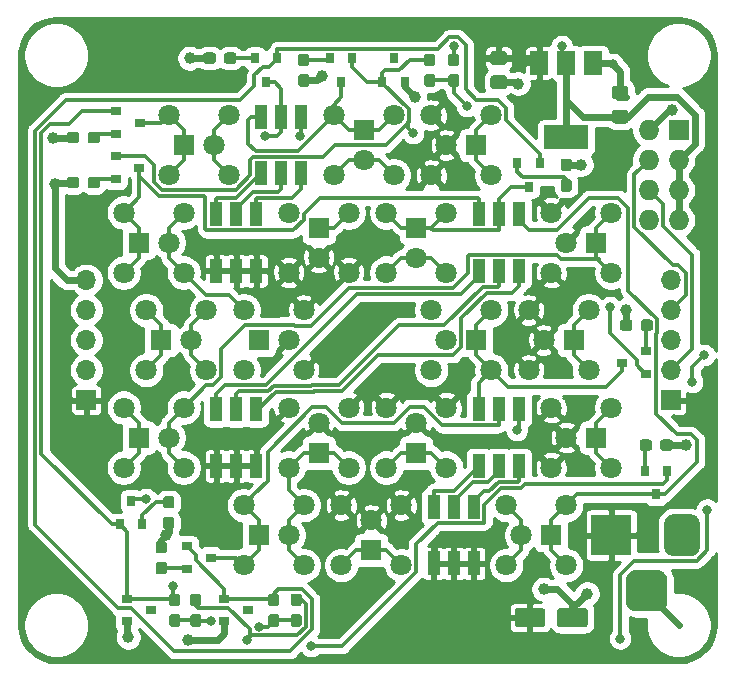
<source format=gbr>
G04 #@! TF.GenerationSoftware,KiCad,Pcbnew,5.1.5*
G04 #@! TF.CreationDate,2020-01-27T03:04:38+01:00*
G04 #@! TF.ProjectId,meshlight,6d657368-6c69-4676-9874-2e6b69636164,rev?*
G04 #@! TF.SameCoordinates,Original*
G04 #@! TF.FileFunction,Copper,L1,Top*
G04 #@! TF.FilePolarity,Positive*
%FSLAX46Y46*%
G04 Gerber Fmt 4.6, Leading zero omitted, Abs format (unit mm)*
G04 Created by KiCad (PCBNEW 5.1.5) date 2020-01-27 03:04:38*
%MOMM*%
%LPD*%
G04 APERTURE LIST*
%ADD10R,0.800000X0.900000*%
%ADD11C,1.800000*%
%ADD12R,1.800000X1.800000*%
%ADD13O,1.727200X1.727200*%
%ADD14R,1.727200X1.727200*%
%ADD15R,1.500000X2.000000*%
%ADD16R,3.800000X2.000000*%
%ADD17C,0.100000*%
%ADD18R,0.900000X0.800000*%
%ADD19R,3.500000X3.500000*%
%ADD20O,1.700000X1.700000*%
%ADD21R,1.700000X1.700000*%
%ADD22R,1.100000X2.000000*%
%ADD23C,1.000000*%
%ADD24C,0.800000*%
%ADD25C,0.609600*%
%ADD26C,0.304800*%
%ADD27C,0.254000*%
G04 APERTURE END LIST*
D10*
X147955000Y-65135000D03*
X147005000Y-63135000D03*
X148905000Y-63135000D03*
D11*
X161925000Y-100965000D03*
X161925000Y-106045000D03*
X167005000Y-100965000D03*
X167005000Y-106045000D03*
X163195000Y-103505000D03*
D12*
X165735000Y-103505000D03*
D11*
X156845000Y-92710000D03*
X151765000Y-92710000D03*
X156845000Y-97790000D03*
X151765000Y-97790000D03*
X154305000Y-93980000D03*
D12*
X154305000Y-96520000D03*
D11*
X134620000Y-97790000D03*
X134620000Y-92710000D03*
X129540000Y-97790000D03*
X129540000Y-92710000D03*
X133350000Y-95250000D03*
D12*
X130810000Y-95250000D03*
D11*
X165735000Y-76200000D03*
X165735000Y-81280000D03*
X170815000Y-76200000D03*
X170815000Y-81280000D03*
X167005000Y-78740000D03*
D12*
X169545000Y-78740000D03*
D11*
X138430000Y-73025000D03*
X138430000Y-67945000D03*
X133350000Y-73025000D03*
X133350000Y-67945000D03*
X137160000Y-70485000D03*
D12*
X134620000Y-70485000D03*
D11*
X143510000Y-81280000D03*
X148590000Y-81280000D03*
X143510000Y-76200000D03*
X148590000Y-76200000D03*
X146050000Y-80010000D03*
D12*
X146050000Y-77470000D03*
D11*
X151765000Y-81280000D03*
X156845000Y-81280000D03*
X151765000Y-76200000D03*
X156845000Y-76200000D03*
X154305000Y-80010000D03*
D12*
X154305000Y-77470000D03*
D11*
X155575000Y-67945000D03*
X155575000Y-73025000D03*
X160655000Y-67945000D03*
X160655000Y-73025000D03*
X156845000Y-70485000D03*
D12*
X159385000Y-70485000D03*
D11*
X136525000Y-89535000D03*
X136525000Y-84455000D03*
X131445000Y-89535000D03*
X131445000Y-84455000D03*
X135255000Y-86995000D03*
D12*
X132715000Y-86995000D03*
D11*
X163830000Y-84455000D03*
X163830000Y-89535000D03*
X168910000Y-84455000D03*
X168910000Y-89535000D03*
X165100000Y-86995000D03*
D12*
X167640000Y-86995000D03*
D11*
X144780000Y-106045000D03*
X144780000Y-100965000D03*
X139700000Y-106045000D03*
X139700000Y-100965000D03*
X143510000Y-103505000D03*
D12*
X140970000Y-103505000D03*
D11*
X148590000Y-92710000D03*
X143510000Y-92710000D03*
X148590000Y-97790000D03*
X143510000Y-97790000D03*
X146050000Y-93980000D03*
D12*
X146050000Y-96520000D03*
D11*
X134620000Y-81280000D03*
X134620000Y-76200000D03*
X129540000Y-81280000D03*
X129540000Y-76200000D03*
X133350000Y-78740000D03*
D12*
X130810000Y-78740000D03*
D11*
X144780000Y-89535000D03*
X144780000Y-84455000D03*
X139700000Y-89535000D03*
X139700000Y-84455000D03*
X143510000Y-86995000D03*
D12*
X140970000Y-86995000D03*
D11*
X147320000Y-73025000D03*
X152400000Y-73025000D03*
X147320000Y-67945000D03*
X152400000Y-67945000D03*
X149860000Y-71755000D03*
D12*
X149860000Y-69215000D03*
D11*
X153035000Y-100965000D03*
X147955000Y-100965000D03*
X153035000Y-106045000D03*
X147955000Y-106045000D03*
X150495000Y-102235000D03*
D12*
X150495000Y-104775000D03*
D11*
X155575000Y-84455000D03*
X155575000Y-89535000D03*
X160655000Y-84455000D03*
X160655000Y-89535000D03*
X156845000Y-86995000D03*
D12*
X159385000Y-86995000D03*
D11*
X165735000Y-92710000D03*
X165735000Y-97790000D03*
X170815000Y-92710000D03*
X170815000Y-97790000D03*
X167005000Y-95250000D03*
D12*
X169545000Y-95250000D03*
D13*
X173990000Y-76835000D03*
X176530000Y-76835000D03*
X173990000Y-74295000D03*
X176530000Y-74295000D03*
X173990000Y-71755000D03*
X176530000Y-71755000D03*
X173990000Y-69215000D03*
D14*
X176530000Y-69215000D03*
D15*
X169305000Y-63525000D03*
X164705000Y-63525000D03*
X167005000Y-63525000D03*
D16*
X167005000Y-69825000D03*
G04 #@! TA.AperFunction,SMDPad,CuDef*
D17*
G36*
X125560779Y-73186144D02*
G01*
X125583834Y-73189563D01*
X125606443Y-73195227D01*
X125628387Y-73203079D01*
X125649457Y-73213044D01*
X125669448Y-73225026D01*
X125688168Y-73238910D01*
X125705438Y-73254562D01*
X125721090Y-73271832D01*
X125734974Y-73290552D01*
X125746956Y-73310543D01*
X125756921Y-73331613D01*
X125764773Y-73353557D01*
X125770437Y-73376166D01*
X125773856Y-73399221D01*
X125775000Y-73422500D01*
X125775000Y-73897500D01*
X125773856Y-73920779D01*
X125770437Y-73943834D01*
X125764773Y-73966443D01*
X125756921Y-73988387D01*
X125746956Y-74009457D01*
X125734974Y-74029448D01*
X125721090Y-74048168D01*
X125705438Y-74065438D01*
X125688168Y-74081090D01*
X125669448Y-74094974D01*
X125649457Y-74106956D01*
X125628387Y-74116921D01*
X125606443Y-74124773D01*
X125583834Y-74130437D01*
X125560779Y-74133856D01*
X125537500Y-74135000D01*
X124962500Y-74135000D01*
X124939221Y-74133856D01*
X124916166Y-74130437D01*
X124893557Y-74124773D01*
X124871613Y-74116921D01*
X124850543Y-74106956D01*
X124830552Y-74094974D01*
X124811832Y-74081090D01*
X124794562Y-74065438D01*
X124778910Y-74048168D01*
X124765026Y-74029448D01*
X124753044Y-74009457D01*
X124743079Y-73988387D01*
X124735227Y-73966443D01*
X124729563Y-73943834D01*
X124726144Y-73920779D01*
X124725000Y-73897500D01*
X124725000Y-73422500D01*
X124726144Y-73399221D01*
X124729563Y-73376166D01*
X124735227Y-73353557D01*
X124743079Y-73331613D01*
X124753044Y-73310543D01*
X124765026Y-73290552D01*
X124778910Y-73271832D01*
X124794562Y-73254562D01*
X124811832Y-73238910D01*
X124830552Y-73225026D01*
X124850543Y-73213044D01*
X124871613Y-73203079D01*
X124893557Y-73195227D01*
X124916166Y-73189563D01*
X124939221Y-73186144D01*
X124962500Y-73185000D01*
X125537500Y-73185000D01*
X125560779Y-73186144D01*
G37*
G04 #@! TD.AperFunction*
G04 #@! TA.AperFunction,SMDPad,CuDef*
G36*
X127310779Y-73186144D02*
G01*
X127333834Y-73189563D01*
X127356443Y-73195227D01*
X127378387Y-73203079D01*
X127399457Y-73213044D01*
X127419448Y-73225026D01*
X127438168Y-73238910D01*
X127455438Y-73254562D01*
X127471090Y-73271832D01*
X127484974Y-73290552D01*
X127496956Y-73310543D01*
X127506921Y-73331613D01*
X127514773Y-73353557D01*
X127520437Y-73376166D01*
X127523856Y-73399221D01*
X127525000Y-73422500D01*
X127525000Y-73897500D01*
X127523856Y-73920779D01*
X127520437Y-73943834D01*
X127514773Y-73966443D01*
X127506921Y-73988387D01*
X127496956Y-74009457D01*
X127484974Y-74029448D01*
X127471090Y-74048168D01*
X127455438Y-74065438D01*
X127438168Y-74081090D01*
X127419448Y-74094974D01*
X127399457Y-74106956D01*
X127378387Y-74116921D01*
X127356443Y-74124773D01*
X127333834Y-74130437D01*
X127310779Y-74133856D01*
X127287500Y-74135000D01*
X126712500Y-74135000D01*
X126689221Y-74133856D01*
X126666166Y-74130437D01*
X126643557Y-74124773D01*
X126621613Y-74116921D01*
X126600543Y-74106956D01*
X126580552Y-74094974D01*
X126561832Y-74081090D01*
X126544562Y-74065438D01*
X126528910Y-74048168D01*
X126515026Y-74029448D01*
X126503044Y-74009457D01*
X126493079Y-73988387D01*
X126485227Y-73966443D01*
X126479563Y-73943834D01*
X126476144Y-73920779D01*
X126475000Y-73897500D01*
X126475000Y-73422500D01*
X126476144Y-73399221D01*
X126479563Y-73376166D01*
X126485227Y-73353557D01*
X126493079Y-73331613D01*
X126503044Y-73310543D01*
X126515026Y-73290552D01*
X126528910Y-73271832D01*
X126544562Y-73254562D01*
X126561832Y-73238910D01*
X126580552Y-73225026D01*
X126600543Y-73213044D01*
X126621613Y-73203079D01*
X126643557Y-73195227D01*
X126666166Y-73189563D01*
X126689221Y-73186144D01*
X126712500Y-73185000D01*
X127287500Y-73185000D01*
X127310779Y-73186144D01*
G37*
G04 #@! TD.AperFunction*
G04 #@! TA.AperFunction,SMDPad,CuDef*
G36*
X145040779Y-64486144D02*
G01*
X145063834Y-64489563D01*
X145086443Y-64495227D01*
X145108387Y-64503079D01*
X145129457Y-64513044D01*
X145149448Y-64525026D01*
X145168168Y-64538910D01*
X145185438Y-64554562D01*
X145201090Y-64571832D01*
X145214974Y-64590552D01*
X145226956Y-64610543D01*
X145236921Y-64631613D01*
X145244773Y-64653557D01*
X145250437Y-64676166D01*
X145253856Y-64699221D01*
X145255000Y-64722500D01*
X145255000Y-65297500D01*
X145253856Y-65320779D01*
X145250437Y-65343834D01*
X145244773Y-65366443D01*
X145236921Y-65388387D01*
X145226956Y-65409457D01*
X145214974Y-65429448D01*
X145201090Y-65448168D01*
X145185438Y-65465438D01*
X145168168Y-65481090D01*
X145149448Y-65494974D01*
X145129457Y-65506956D01*
X145108387Y-65516921D01*
X145086443Y-65524773D01*
X145063834Y-65530437D01*
X145040779Y-65533856D01*
X145017500Y-65535000D01*
X144542500Y-65535000D01*
X144519221Y-65533856D01*
X144496166Y-65530437D01*
X144473557Y-65524773D01*
X144451613Y-65516921D01*
X144430543Y-65506956D01*
X144410552Y-65494974D01*
X144391832Y-65481090D01*
X144374562Y-65465438D01*
X144358910Y-65448168D01*
X144345026Y-65429448D01*
X144333044Y-65409457D01*
X144323079Y-65388387D01*
X144315227Y-65366443D01*
X144309563Y-65343834D01*
X144306144Y-65320779D01*
X144305000Y-65297500D01*
X144305000Y-64722500D01*
X144306144Y-64699221D01*
X144309563Y-64676166D01*
X144315227Y-64653557D01*
X144323079Y-64631613D01*
X144333044Y-64610543D01*
X144345026Y-64590552D01*
X144358910Y-64571832D01*
X144374562Y-64554562D01*
X144391832Y-64538910D01*
X144410552Y-64525026D01*
X144430543Y-64513044D01*
X144451613Y-64503079D01*
X144473557Y-64495227D01*
X144496166Y-64489563D01*
X144519221Y-64486144D01*
X144542500Y-64485000D01*
X145017500Y-64485000D01*
X145040779Y-64486144D01*
G37*
G04 #@! TD.AperFunction*
G04 #@! TA.AperFunction,SMDPad,CuDef*
G36*
X145040779Y-62736144D02*
G01*
X145063834Y-62739563D01*
X145086443Y-62745227D01*
X145108387Y-62753079D01*
X145129457Y-62763044D01*
X145149448Y-62775026D01*
X145168168Y-62788910D01*
X145185438Y-62804562D01*
X145201090Y-62821832D01*
X145214974Y-62840552D01*
X145226956Y-62860543D01*
X145236921Y-62881613D01*
X145244773Y-62903557D01*
X145250437Y-62926166D01*
X145253856Y-62949221D01*
X145255000Y-62972500D01*
X145255000Y-63547500D01*
X145253856Y-63570779D01*
X145250437Y-63593834D01*
X145244773Y-63616443D01*
X145236921Y-63638387D01*
X145226956Y-63659457D01*
X145214974Y-63679448D01*
X145201090Y-63698168D01*
X145185438Y-63715438D01*
X145168168Y-63731090D01*
X145149448Y-63744974D01*
X145129457Y-63756956D01*
X145108387Y-63766921D01*
X145086443Y-63774773D01*
X145063834Y-63780437D01*
X145040779Y-63783856D01*
X145017500Y-63785000D01*
X144542500Y-63785000D01*
X144519221Y-63783856D01*
X144496166Y-63780437D01*
X144473557Y-63774773D01*
X144451613Y-63766921D01*
X144430543Y-63756956D01*
X144410552Y-63744974D01*
X144391832Y-63731090D01*
X144374562Y-63715438D01*
X144358910Y-63698168D01*
X144345026Y-63679448D01*
X144333044Y-63659457D01*
X144323079Y-63638387D01*
X144315227Y-63616443D01*
X144309563Y-63593834D01*
X144306144Y-63570779D01*
X144305000Y-63547500D01*
X144305000Y-62972500D01*
X144306144Y-62949221D01*
X144309563Y-62926166D01*
X144315227Y-62903557D01*
X144323079Y-62881613D01*
X144333044Y-62860543D01*
X144345026Y-62840552D01*
X144358910Y-62821832D01*
X144374562Y-62804562D01*
X144391832Y-62788910D01*
X144410552Y-62775026D01*
X144430543Y-62763044D01*
X144451613Y-62753079D01*
X144473557Y-62745227D01*
X144496166Y-62739563D01*
X144519221Y-62736144D01*
X144542500Y-62735000D01*
X145017500Y-62735000D01*
X145040779Y-62736144D01*
G37*
G04 #@! TD.AperFunction*
G04 #@! TA.AperFunction,SMDPad,CuDef*
G36*
X172395779Y-85251144D02*
G01*
X172418834Y-85254563D01*
X172441443Y-85260227D01*
X172463387Y-85268079D01*
X172484457Y-85278044D01*
X172504448Y-85290026D01*
X172523168Y-85303910D01*
X172540438Y-85319562D01*
X172556090Y-85336832D01*
X172569974Y-85355552D01*
X172581956Y-85375543D01*
X172591921Y-85396613D01*
X172599773Y-85418557D01*
X172605437Y-85441166D01*
X172608856Y-85464221D01*
X172610000Y-85487500D01*
X172610000Y-85962500D01*
X172608856Y-85985779D01*
X172605437Y-86008834D01*
X172599773Y-86031443D01*
X172591921Y-86053387D01*
X172581956Y-86074457D01*
X172569974Y-86094448D01*
X172556090Y-86113168D01*
X172540438Y-86130438D01*
X172523168Y-86146090D01*
X172504448Y-86159974D01*
X172484457Y-86171956D01*
X172463387Y-86181921D01*
X172441443Y-86189773D01*
X172418834Y-86195437D01*
X172395779Y-86198856D01*
X172372500Y-86200000D01*
X171797500Y-86200000D01*
X171774221Y-86198856D01*
X171751166Y-86195437D01*
X171728557Y-86189773D01*
X171706613Y-86181921D01*
X171685543Y-86171956D01*
X171665552Y-86159974D01*
X171646832Y-86146090D01*
X171629562Y-86130438D01*
X171613910Y-86113168D01*
X171600026Y-86094448D01*
X171588044Y-86074457D01*
X171578079Y-86053387D01*
X171570227Y-86031443D01*
X171564563Y-86008834D01*
X171561144Y-85985779D01*
X171560000Y-85962500D01*
X171560000Y-85487500D01*
X171561144Y-85464221D01*
X171564563Y-85441166D01*
X171570227Y-85418557D01*
X171578079Y-85396613D01*
X171588044Y-85375543D01*
X171600026Y-85355552D01*
X171613910Y-85336832D01*
X171629562Y-85319562D01*
X171646832Y-85303910D01*
X171665552Y-85290026D01*
X171685543Y-85278044D01*
X171706613Y-85268079D01*
X171728557Y-85260227D01*
X171751166Y-85254563D01*
X171774221Y-85251144D01*
X171797500Y-85250000D01*
X172372500Y-85250000D01*
X172395779Y-85251144D01*
G37*
G04 #@! TD.AperFunction*
G04 #@! TA.AperFunction,SMDPad,CuDef*
G36*
X174145779Y-85251144D02*
G01*
X174168834Y-85254563D01*
X174191443Y-85260227D01*
X174213387Y-85268079D01*
X174234457Y-85278044D01*
X174254448Y-85290026D01*
X174273168Y-85303910D01*
X174290438Y-85319562D01*
X174306090Y-85336832D01*
X174319974Y-85355552D01*
X174331956Y-85375543D01*
X174341921Y-85396613D01*
X174349773Y-85418557D01*
X174355437Y-85441166D01*
X174358856Y-85464221D01*
X174360000Y-85487500D01*
X174360000Y-85962500D01*
X174358856Y-85985779D01*
X174355437Y-86008834D01*
X174349773Y-86031443D01*
X174341921Y-86053387D01*
X174331956Y-86074457D01*
X174319974Y-86094448D01*
X174306090Y-86113168D01*
X174290438Y-86130438D01*
X174273168Y-86146090D01*
X174254448Y-86159974D01*
X174234457Y-86171956D01*
X174213387Y-86181921D01*
X174191443Y-86189773D01*
X174168834Y-86195437D01*
X174145779Y-86198856D01*
X174122500Y-86200000D01*
X173547500Y-86200000D01*
X173524221Y-86198856D01*
X173501166Y-86195437D01*
X173478557Y-86189773D01*
X173456613Y-86181921D01*
X173435543Y-86171956D01*
X173415552Y-86159974D01*
X173396832Y-86146090D01*
X173379562Y-86130438D01*
X173363910Y-86113168D01*
X173350026Y-86094448D01*
X173338044Y-86074457D01*
X173328079Y-86053387D01*
X173320227Y-86031443D01*
X173314563Y-86008834D01*
X173311144Y-85985779D01*
X173310000Y-85962500D01*
X173310000Y-85487500D01*
X173311144Y-85464221D01*
X173314563Y-85441166D01*
X173320227Y-85418557D01*
X173328079Y-85396613D01*
X173338044Y-85375543D01*
X173350026Y-85355552D01*
X173363910Y-85336832D01*
X173379562Y-85319562D01*
X173396832Y-85303910D01*
X173415552Y-85290026D01*
X173435543Y-85278044D01*
X173456613Y-85268079D01*
X173478557Y-85260227D01*
X173501166Y-85254563D01*
X173524221Y-85251144D01*
X173547500Y-85250000D01*
X174122500Y-85250000D01*
X174145779Y-85251144D01*
G37*
G04 #@! TD.AperFunction*
G04 #@! TA.AperFunction,SMDPad,CuDef*
G36*
X155708779Y-62736144D02*
G01*
X155731834Y-62739563D01*
X155754443Y-62745227D01*
X155776387Y-62753079D01*
X155797457Y-62763044D01*
X155817448Y-62775026D01*
X155836168Y-62788910D01*
X155853438Y-62804562D01*
X155869090Y-62821832D01*
X155882974Y-62840552D01*
X155894956Y-62860543D01*
X155904921Y-62881613D01*
X155912773Y-62903557D01*
X155918437Y-62926166D01*
X155921856Y-62949221D01*
X155923000Y-62972500D01*
X155923000Y-63547500D01*
X155921856Y-63570779D01*
X155918437Y-63593834D01*
X155912773Y-63616443D01*
X155904921Y-63638387D01*
X155894956Y-63659457D01*
X155882974Y-63679448D01*
X155869090Y-63698168D01*
X155853438Y-63715438D01*
X155836168Y-63731090D01*
X155817448Y-63744974D01*
X155797457Y-63756956D01*
X155776387Y-63766921D01*
X155754443Y-63774773D01*
X155731834Y-63780437D01*
X155708779Y-63783856D01*
X155685500Y-63785000D01*
X155210500Y-63785000D01*
X155187221Y-63783856D01*
X155164166Y-63780437D01*
X155141557Y-63774773D01*
X155119613Y-63766921D01*
X155098543Y-63756956D01*
X155078552Y-63744974D01*
X155059832Y-63731090D01*
X155042562Y-63715438D01*
X155026910Y-63698168D01*
X155013026Y-63679448D01*
X155001044Y-63659457D01*
X154991079Y-63638387D01*
X154983227Y-63616443D01*
X154977563Y-63593834D01*
X154974144Y-63570779D01*
X154973000Y-63547500D01*
X154973000Y-62972500D01*
X154974144Y-62949221D01*
X154977563Y-62926166D01*
X154983227Y-62903557D01*
X154991079Y-62881613D01*
X155001044Y-62860543D01*
X155013026Y-62840552D01*
X155026910Y-62821832D01*
X155042562Y-62804562D01*
X155059832Y-62788910D01*
X155078552Y-62775026D01*
X155098543Y-62763044D01*
X155119613Y-62753079D01*
X155141557Y-62745227D01*
X155164166Y-62739563D01*
X155187221Y-62736144D01*
X155210500Y-62735000D01*
X155685500Y-62735000D01*
X155708779Y-62736144D01*
G37*
G04 #@! TD.AperFunction*
G04 #@! TA.AperFunction,SMDPad,CuDef*
G36*
X155708779Y-64486144D02*
G01*
X155731834Y-64489563D01*
X155754443Y-64495227D01*
X155776387Y-64503079D01*
X155797457Y-64513044D01*
X155817448Y-64525026D01*
X155836168Y-64538910D01*
X155853438Y-64554562D01*
X155869090Y-64571832D01*
X155882974Y-64590552D01*
X155894956Y-64610543D01*
X155904921Y-64631613D01*
X155912773Y-64653557D01*
X155918437Y-64676166D01*
X155921856Y-64699221D01*
X155923000Y-64722500D01*
X155923000Y-65297500D01*
X155921856Y-65320779D01*
X155918437Y-65343834D01*
X155912773Y-65366443D01*
X155904921Y-65388387D01*
X155894956Y-65409457D01*
X155882974Y-65429448D01*
X155869090Y-65448168D01*
X155853438Y-65465438D01*
X155836168Y-65481090D01*
X155817448Y-65494974D01*
X155797457Y-65506956D01*
X155776387Y-65516921D01*
X155754443Y-65524773D01*
X155731834Y-65530437D01*
X155708779Y-65533856D01*
X155685500Y-65535000D01*
X155210500Y-65535000D01*
X155187221Y-65533856D01*
X155164166Y-65530437D01*
X155141557Y-65524773D01*
X155119613Y-65516921D01*
X155098543Y-65506956D01*
X155078552Y-65494974D01*
X155059832Y-65481090D01*
X155042562Y-65465438D01*
X155026910Y-65448168D01*
X155013026Y-65429448D01*
X155001044Y-65409457D01*
X154991079Y-65388387D01*
X154983227Y-65366443D01*
X154977563Y-65343834D01*
X154974144Y-65320779D01*
X154973000Y-65297500D01*
X154973000Y-64722500D01*
X154974144Y-64699221D01*
X154977563Y-64676166D01*
X154983227Y-64653557D01*
X154991079Y-64631613D01*
X155001044Y-64610543D01*
X155013026Y-64590552D01*
X155026910Y-64571832D01*
X155042562Y-64554562D01*
X155059832Y-64538910D01*
X155078552Y-64525026D01*
X155098543Y-64513044D01*
X155119613Y-64503079D01*
X155141557Y-64495227D01*
X155164166Y-64489563D01*
X155187221Y-64486144D01*
X155210500Y-64485000D01*
X155685500Y-64485000D01*
X155708779Y-64486144D01*
G37*
G04 #@! TD.AperFunction*
G04 #@! TA.AperFunction,SMDPad,CuDef*
G36*
X157740779Y-64486144D02*
G01*
X157763834Y-64489563D01*
X157786443Y-64495227D01*
X157808387Y-64503079D01*
X157829457Y-64513044D01*
X157849448Y-64525026D01*
X157868168Y-64538910D01*
X157885438Y-64554562D01*
X157901090Y-64571832D01*
X157914974Y-64590552D01*
X157926956Y-64610543D01*
X157936921Y-64631613D01*
X157944773Y-64653557D01*
X157950437Y-64676166D01*
X157953856Y-64699221D01*
X157955000Y-64722500D01*
X157955000Y-65297500D01*
X157953856Y-65320779D01*
X157950437Y-65343834D01*
X157944773Y-65366443D01*
X157936921Y-65388387D01*
X157926956Y-65409457D01*
X157914974Y-65429448D01*
X157901090Y-65448168D01*
X157885438Y-65465438D01*
X157868168Y-65481090D01*
X157849448Y-65494974D01*
X157829457Y-65506956D01*
X157808387Y-65516921D01*
X157786443Y-65524773D01*
X157763834Y-65530437D01*
X157740779Y-65533856D01*
X157717500Y-65535000D01*
X157242500Y-65535000D01*
X157219221Y-65533856D01*
X157196166Y-65530437D01*
X157173557Y-65524773D01*
X157151613Y-65516921D01*
X157130543Y-65506956D01*
X157110552Y-65494974D01*
X157091832Y-65481090D01*
X157074562Y-65465438D01*
X157058910Y-65448168D01*
X157045026Y-65429448D01*
X157033044Y-65409457D01*
X157023079Y-65388387D01*
X157015227Y-65366443D01*
X157009563Y-65343834D01*
X157006144Y-65320779D01*
X157005000Y-65297500D01*
X157005000Y-64722500D01*
X157006144Y-64699221D01*
X157009563Y-64676166D01*
X157015227Y-64653557D01*
X157023079Y-64631613D01*
X157033044Y-64610543D01*
X157045026Y-64590552D01*
X157058910Y-64571832D01*
X157074562Y-64554562D01*
X157091832Y-64538910D01*
X157110552Y-64525026D01*
X157130543Y-64513044D01*
X157151613Y-64503079D01*
X157173557Y-64495227D01*
X157196166Y-64489563D01*
X157219221Y-64486144D01*
X157242500Y-64485000D01*
X157717500Y-64485000D01*
X157740779Y-64486144D01*
G37*
G04 #@! TD.AperFunction*
G04 #@! TA.AperFunction,SMDPad,CuDef*
G36*
X157740779Y-62736144D02*
G01*
X157763834Y-62739563D01*
X157786443Y-62745227D01*
X157808387Y-62753079D01*
X157829457Y-62763044D01*
X157849448Y-62775026D01*
X157868168Y-62788910D01*
X157885438Y-62804562D01*
X157901090Y-62821832D01*
X157914974Y-62840552D01*
X157926956Y-62860543D01*
X157936921Y-62881613D01*
X157944773Y-62903557D01*
X157950437Y-62926166D01*
X157953856Y-62949221D01*
X157955000Y-62972500D01*
X157955000Y-63547500D01*
X157953856Y-63570779D01*
X157950437Y-63593834D01*
X157944773Y-63616443D01*
X157936921Y-63638387D01*
X157926956Y-63659457D01*
X157914974Y-63679448D01*
X157901090Y-63698168D01*
X157885438Y-63715438D01*
X157868168Y-63731090D01*
X157849448Y-63744974D01*
X157829457Y-63756956D01*
X157808387Y-63766921D01*
X157786443Y-63774773D01*
X157763834Y-63780437D01*
X157740779Y-63783856D01*
X157717500Y-63785000D01*
X157242500Y-63785000D01*
X157219221Y-63783856D01*
X157196166Y-63780437D01*
X157173557Y-63774773D01*
X157151613Y-63766921D01*
X157130543Y-63756956D01*
X157110552Y-63744974D01*
X157091832Y-63731090D01*
X157074562Y-63715438D01*
X157058910Y-63698168D01*
X157045026Y-63679448D01*
X157033044Y-63659457D01*
X157023079Y-63638387D01*
X157015227Y-63616443D01*
X157009563Y-63593834D01*
X157006144Y-63570779D01*
X157005000Y-63547500D01*
X157005000Y-62972500D01*
X157006144Y-62949221D01*
X157009563Y-62926166D01*
X157015227Y-62903557D01*
X157023079Y-62881613D01*
X157033044Y-62860543D01*
X157045026Y-62840552D01*
X157058910Y-62821832D01*
X157074562Y-62804562D01*
X157091832Y-62788910D01*
X157110552Y-62775026D01*
X157130543Y-62763044D01*
X157151613Y-62753079D01*
X157173557Y-62745227D01*
X157196166Y-62739563D01*
X157219221Y-62736144D01*
X157242500Y-62735000D01*
X157717500Y-62735000D01*
X157740779Y-62736144D01*
G37*
G04 #@! TD.AperFunction*
G04 #@! TA.AperFunction,SMDPad,CuDef*
G36*
X167265779Y-71626144D02*
G01*
X167288834Y-71629563D01*
X167311443Y-71635227D01*
X167333387Y-71643079D01*
X167354457Y-71653044D01*
X167374448Y-71665026D01*
X167393168Y-71678910D01*
X167410438Y-71694562D01*
X167426090Y-71711832D01*
X167439974Y-71730552D01*
X167451956Y-71750543D01*
X167461921Y-71771613D01*
X167469773Y-71793557D01*
X167475437Y-71816166D01*
X167478856Y-71839221D01*
X167480000Y-71862500D01*
X167480000Y-72437500D01*
X167478856Y-72460779D01*
X167475437Y-72483834D01*
X167469773Y-72506443D01*
X167461921Y-72528387D01*
X167451956Y-72549457D01*
X167439974Y-72569448D01*
X167426090Y-72588168D01*
X167410438Y-72605438D01*
X167393168Y-72621090D01*
X167374448Y-72634974D01*
X167354457Y-72646956D01*
X167333387Y-72656921D01*
X167311443Y-72664773D01*
X167288834Y-72670437D01*
X167265779Y-72673856D01*
X167242500Y-72675000D01*
X166767500Y-72675000D01*
X166744221Y-72673856D01*
X166721166Y-72670437D01*
X166698557Y-72664773D01*
X166676613Y-72656921D01*
X166655543Y-72646956D01*
X166635552Y-72634974D01*
X166616832Y-72621090D01*
X166599562Y-72605438D01*
X166583910Y-72588168D01*
X166570026Y-72569448D01*
X166558044Y-72549457D01*
X166548079Y-72528387D01*
X166540227Y-72506443D01*
X166534563Y-72483834D01*
X166531144Y-72460779D01*
X166530000Y-72437500D01*
X166530000Y-71862500D01*
X166531144Y-71839221D01*
X166534563Y-71816166D01*
X166540227Y-71793557D01*
X166548079Y-71771613D01*
X166558044Y-71750543D01*
X166570026Y-71730552D01*
X166583910Y-71711832D01*
X166599562Y-71694562D01*
X166616832Y-71678910D01*
X166635552Y-71665026D01*
X166655543Y-71653044D01*
X166676613Y-71643079D01*
X166698557Y-71635227D01*
X166721166Y-71629563D01*
X166744221Y-71626144D01*
X166767500Y-71625000D01*
X167242500Y-71625000D01*
X167265779Y-71626144D01*
G37*
G04 #@! TD.AperFunction*
G04 #@! TA.AperFunction,SMDPad,CuDef*
G36*
X167265779Y-73376144D02*
G01*
X167288834Y-73379563D01*
X167311443Y-73385227D01*
X167333387Y-73393079D01*
X167354457Y-73403044D01*
X167374448Y-73415026D01*
X167393168Y-73428910D01*
X167410438Y-73444562D01*
X167426090Y-73461832D01*
X167439974Y-73480552D01*
X167451956Y-73500543D01*
X167461921Y-73521613D01*
X167469773Y-73543557D01*
X167475437Y-73566166D01*
X167478856Y-73589221D01*
X167480000Y-73612500D01*
X167480000Y-74187500D01*
X167478856Y-74210779D01*
X167475437Y-74233834D01*
X167469773Y-74256443D01*
X167461921Y-74278387D01*
X167451956Y-74299457D01*
X167439974Y-74319448D01*
X167426090Y-74338168D01*
X167410438Y-74355438D01*
X167393168Y-74371090D01*
X167374448Y-74384974D01*
X167354457Y-74396956D01*
X167333387Y-74406921D01*
X167311443Y-74414773D01*
X167288834Y-74420437D01*
X167265779Y-74423856D01*
X167242500Y-74425000D01*
X166767500Y-74425000D01*
X166744221Y-74423856D01*
X166721166Y-74420437D01*
X166698557Y-74414773D01*
X166676613Y-74406921D01*
X166655543Y-74396956D01*
X166635552Y-74384974D01*
X166616832Y-74371090D01*
X166599562Y-74355438D01*
X166583910Y-74338168D01*
X166570026Y-74319448D01*
X166558044Y-74299457D01*
X166548079Y-74278387D01*
X166540227Y-74256443D01*
X166534563Y-74233834D01*
X166531144Y-74210779D01*
X166530000Y-74187500D01*
X166530000Y-73612500D01*
X166531144Y-73589221D01*
X166534563Y-73566166D01*
X166540227Y-73543557D01*
X166548079Y-73521613D01*
X166558044Y-73500543D01*
X166570026Y-73480552D01*
X166583910Y-73461832D01*
X166599562Y-73444562D01*
X166616832Y-73428910D01*
X166635552Y-73415026D01*
X166655543Y-73403044D01*
X166676613Y-73393079D01*
X166698557Y-73385227D01*
X166721166Y-73379563D01*
X166744221Y-73376144D01*
X166767500Y-73375000D01*
X167242500Y-73375000D01*
X167265779Y-73376144D01*
G37*
G04 #@! TD.AperFunction*
G04 #@! TA.AperFunction,SMDPad,CuDef*
G36*
X137117779Y-62645144D02*
G01*
X137140834Y-62648563D01*
X137163443Y-62654227D01*
X137185387Y-62662079D01*
X137206457Y-62672044D01*
X137226448Y-62684026D01*
X137245168Y-62697910D01*
X137262438Y-62713562D01*
X137278090Y-62730832D01*
X137291974Y-62749552D01*
X137303956Y-62769543D01*
X137313921Y-62790613D01*
X137321773Y-62812557D01*
X137327437Y-62835166D01*
X137330856Y-62858221D01*
X137332000Y-62881500D01*
X137332000Y-63356500D01*
X137330856Y-63379779D01*
X137327437Y-63402834D01*
X137321773Y-63425443D01*
X137313921Y-63447387D01*
X137303956Y-63468457D01*
X137291974Y-63488448D01*
X137278090Y-63507168D01*
X137262438Y-63524438D01*
X137245168Y-63540090D01*
X137226448Y-63553974D01*
X137206457Y-63565956D01*
X137185387Y-63575921D01*
X137163443Y-63583773D01*
X137140834Y-63589437D01*
X137117779Y-63592856D01*
X137094500Y-63594000D01*
X136519500Y-63594000D01*
X136496221Y-63592856D01*
X136473166Y-63589437D01*
X136450557Y-63583773D01*
X136428613Y-63575921D01*
X136407543Y-63565956D01*
X136387552Y-63553974D01*
X136368832Y-63540090D01*
X136351562Y-63524438D01*
X136335910Y-63507168D01*
X136322026Y-63488448D01*
X136310044Y-63468457D01*
X136300079Y-63447387D01*
X136292227Y-63425443D01*
X136286563Y-63402834D01*
X136283144Y-63379779D01*
X136282000Y-63356500D01*
X136282000Y-62881500D01*
X136283144Y-62858221D01*
X136286563Y-62835166D01*
X136292227Y-62812557D01*
X136300079Y-62790613D01*
X136310044Y-62769543D01*
X136322026Y-62749552D01*
X136335910Y-62730832D01*
X136351562Y-62713562D01*
X136368832Y-62697910D01*
X136387552Y-62684026D01*
X136407543Y-62672044D01*
X136428613Y-62662079D01*
X136450557Y-62654227D01*
X136473166Y-62648563D01*
X136496221Y-62645144D01*
X136519500Y-62644000D01*
X137094500Y-62644000D01*
X137117779Y-62645144D01*
G37*
G04 #@! TD.AperFunction*
G04 #@! TA.AperFunction,SMDPad,CuDef*
G36*
X138867779Y-62645144D02*
G01*
X138890834Y-62648563D01*
X138913443Y-62654227D01*
X138935387Y-62662079D01*
X138956457Y-62672044D01*
X138976448Y-62684026D01*
X138995168Y-62697910D01*
X139012438Y-62713562D01*
X139028090Y-62730832D01*
X139041974Y-62749552D01*
X139053956Y-62769543D01*
X139063921Y-62790613D01*
X139071773Y-62812557D01*
X139077437Y-62835166D01*
X139080856Y-62858221D01*
X139082000Y-62881500D01*
X139082000Y-63356500D01*
X139080856Y-63379779D01*
X139077437Y-63402834D01*
X139071773Y-63425443D01*
X139063921Y-63447387D01*
X139053956Y-63468457D01*
X139041974Y-63488448D01*
X139028090Y-63507168D01*
X139012438Y-63524438D01*
X138995168Y-63540090D01*
X138976448Y-63553974D01*
X138956457Y-63565956D01*
X138935387Y-63575921D01*
X138913443Y-63583773D01*
X138890834Y-63589437D01*
X138867779Y-63592856D01*
X138844500Y-63594000D01*
X138269500Y-63594000D01*
X138246221Y-63592856D01*
X138223166Y-63589437D01*
X138200557Y-63583773D01*
X138178613Y-63575921D01*
X138157543Y-63565956D01*
X138137552Y-63553974D01*
X138118832Y-63540090D01*
X138101562Y-63524438D01*
X138085910Y-63507168D01*
X138072026Y-63488448D01*
X138060044Y-63468457D01*
X138050079Y-63447387D01*
X138042227Y-63425443D01*
X138036563Y-63402834D01*
X138033144Y-63379779D01*
X138032000Y-63356500D01*
X138032000Y-62881500D01*
X138033144Y-62858221D01*
X138036563Y-62835166D01*
X138042227Y-62812557D01*
X138050079Y-62790613D01*
X138060044Y-62769543D01*
X138072026Y-62749552D01*
X138085910Y-62730832D01*
X138101562Y-62713562D01*
X138118832Y-62697910D01*
X138137552Y-62684026D01*
X138157543Y-62672044D01*
X138178613Y-62662079D01*
X138200557Y-62654227D01*
X138223166Y-62648563D01*
X138246221Y-62645144D01*
X138269500Y-62644000D01*
X138844500Y-62644000D01*
X138867779Y-62645144D01*
G37*
G04 #@! TD.AperFunction*
G04 #@! TA.AperFunction,SMDPad,CuDef*
G36*
X132975779Y-104011144D02*
G01*
X132998834Y-104014563D01*
X133021443Y-104020227D01*
X133043387Y-104028079D01*
X133064457Y-104038044D01*
X133084448Y-104050026D01*
X133103168Y-104063910D01*
X133120438Y-104079562D01*
X133136090Y-104096832D01*
X133149974Y-104115552D01*
X133161956Y-104135543D01*
X133171921Y-104156613D01*
X133179773Y-104178557D01*
X133185437Y-104201166D01*
X133188856Y-104224221D01*
X133190000Y-104247500D01*
X133190000Y-104822500D01*
X133188856Y-104845779D01*
X133185437Y-104868834D01*
X133179773Y-104891443D01*
X133171921Y-104913387D01*
X133161956Y-104934457D01*
X133149974Y-104954448D01*
X133136090Y-104973168D01*
X133120438Y-104990438D01*
X133103168Y-105006090D01*
X133084448Y-105019974D01*
X133064457Y-105031956D01*
X133043387Y-105041921D01*
X133021443Y-105049773D01*
X132998834Y-105055437D01*
X132975779Y-105058856D01*
X132952500Y-105060000D01*
X132477500Y-105060000D01*
X132454221Y-105058856D01*
X132431166Y-105055437D01*
X132408557Y-105049773D01*
X132386613Y-105041921D01*
X132365543Y-105031956D01*
X132345552Y-105019974D01*
X132326832Y-105006090D01*
X132309562Y-104990438D01*
X132293910Y-104973168D01*
X132280026Y-104954448D01*
X132268044Y-104934457D01*
X132258079Y-104913387D01*
X132250227Y-104891443D01*
X132244563Y-104868834D01*
X132241144Y-104845779D01*
X132240000Y-104822500D01*
X132240000Y-104247500D01*
X132241144Y-104224221D01*
X132244563Y-104201166D01*
X132250227Y-104178557D01*
X132258079Y-104156613D01*
X132268044Y-104135543D01*
X132280026Y-104115552D01*
X132293910Y-104096832D01*
X132309562Y-104079562D01*
X132326832Y-104063910D01*
X132345552Y-104050026D01*
X132365543Y-104038044D01*
X132386613Y-104028079D01*
X132408557Y-104020227D01*
X132431166Y-104014563D01*
X132454221Y-104011144D01*
X132477500Y-104010000D01*
X132952500Y-104010000D01*
X132975779Y-104011144D01*
G37*
G04 #@! TD.AperFunction*
G04 #@! TA.AperFunction,SMDPad,CuDef*
G36*
X132975779Y-105761144D02*
G01*
X132998834Y-105764563D01*
X133021443Y-105770227D01*
X133043387Y-105778079D01*
X133064457Y-105788044D01*
X133084448Y-105800026D01*
X133103168Y-105813910D01*
X133120438Y-105829562D01*
X133136090Y-105846832D01*
X133149974Y-105865552D01*
X133161956Y-105885543D01*
X133171921Y-105906613D01*
X133179773Y-105928557D01*
X133185437Y-105951166D01*
X133188856Y-105974221D01*
X133190000Y-105997500D01*
X133190000Y-106572500D01*
X133188856Y-106595779D01*
X133185437Y-106618834D01*
X133179773Y-106641443D01*
X133171921Y-106663387D01*
X133161956Y-106684457D01*
X133149974Y-106704448D01*
X133136090Y-106723168D01*
X133120438Y-106740438D01*
X133103168Y-106756090D01*
X133084448Y-106769974D01*
X133064457Y-106781956D01*
X133043387Y-106791921D01*
X133021443Y-106799773D01*
X132998834Y-106805437D01*
X132975779Y-106808856D01*
X132952500Y-106810000D01*
X132477500Y-106810000D01*
X132454221Y-106808856D01*
X132431166Y-106805437D01*
X132408557Y-106799773D01*
X132386613Y-106791921D01*
X132365543Y-106781956D01*
X132345552Y-106769974D01*
X132326832Y-106756090D01*
X132309562Y-106740438D01*
X132293910Y-106723168D01*
X132280026Y-106704448D01*
X132268044Y-106684457D01*
X132258079Y-106663387D01*
X132250227Y-106641443D01*
X132244563Y-106618834D01*
X132241144Y-106595779D01*
X132240000Y-106572500D01*
X132240000Y-105997500D01*
X132241144Y-105974221D01*
X132244563Y-105951166D01*
X132250227Y-105928557D01*
X132258079Y-105906613D01*
X132268044Y-105885543D01*
X132280026Y-105865552D01*
X132293910Y-105846832D01*
X132309562Y-105829562D01*
X132326832Y-105813910D01*
X132345552Y-105800026D01*
X132365543Y-105788044D01*
X132386613Y-105778079D01*
X132408557Y-105770227D01*
X132431166Y-105764563D01*
X132454221Y-105761144D01*
X132477500Y-105760000D01*
X132952500Y-105760000D01*
X132975779Y-105761144D01*
G37*
G04 #@! TD.AperFunction*
G04 #@! TA.AperFunction,SMDPad,CuDef*
G36*
X142500779Y-108456144D02*
G01*
X142523834Y-108459563D01*
X142546443Y-108465227D01*
X142568387Y-108473079D01*
X142589457Y-108483044D01*
X142609448Y-108495026D01*
X142628168Y-108508910D01*
X142645438Y-108524562D01*
X142661090Y-108541832D01*
X142674974Y-108560552D01*
X142686956Y-108580543D01*
X142696921Y-108601613D01*
X142704773Y-108623557D01*
X142710437Y-108646166D01*
X142713856Y-108669221D01*
X142715000Y-108692500D01*
X142715000Y-109267500D01*
X142713856Y-109290779D01*
X142710437Y-109313834D01*
X142704773Y-109336443D01*
X142696921Y-109358387D01*
X142686956Y-109379457D01*
X142674974Y-109399448D01*
X142661090Y-109418168D01*
X142645438Y-109435438D01*
X142628168Y-109451090D01*
X142609448Y-109464974D01*
X142589457Y-109476956D01*
X142568387Y-109486921D01*
X142546443Y-109494773D01*
X142523834Y-109500437D01*
X142500779Y-109503856D01*
X142477500Y-109505000D01*
X142002500Y-109505000D01*
X141979221Y-109503856D01*
X141956166Y-109500437D01*
X141933557Y-109494773D01*
X141911613Y-109486921D01*
X141890543Y-109476956D01*
X141870552Y-109464974D01*
X141851832Y-109451090D01*
X141834562Y-109435438D01*
X141818910Y-109418168D01*
X141805026Y-109399448D01*
X141793044Y-109379457D01*
X141783079Y-109358387D01*
X141775227Y-109336443D01*
X141769563Y-109313834D01*
X141766144Y-109290779D01*
X141765000Y-109267500D01*
X141765000Y-108692500D01*
X141766144Y-108669221D01*
X141769563Y-108646166D01*
X141775227Y-108623557D01*
X141783079Y-108601613D01*
X141793044Y-108580543D01*
X141805026Y-108560552D01*
X141818910Y-108541832D01*
X141834562Y-108524562D01*
X141851832Y-108508910D01*
X141870552Y-108495026D01*
X141890543Y-108483044D01*
X141911613Y-108473079D01*
X141933557Y-108465227D01*
X141956166Y-108459563D01*
X141979221Y-108456144D01*
X142002500Y-108455000D01*
X142477500Y-108455000D01*
X142500779Y-108456144D01*
G37*
G04 #@! TD.AperFunction*
G04 #@! TA.AperFunction,SMDPad,CuDef*
G36*
X142500779Y-110206144D02*
G01*
X142523834Y-110209563D01*
X142546443Y-110215227D01*
X142568387Y-110223079D01*
X142589457Y-110233044D01*
X142609448Y-110245026D01*
X142628168Y-110258910D01*
X142645438Y-110274562D01*
X142661090Y-110291832D01*
X142674974Y-110310552D01*
X142686956Y-110330543D01*
X142696921Y-110351613D01*
X142704773Y-110373557D01*
X142710437Y-110396166D01*
X142713856Y-110419221D01*
X142715000Y-110442500D01*
X142715000Y-111017500D01*
X142713856Y-111040779D01*
X142710437Y-111063834D01*
X142704773Y-111086443D01*
X142696921Y-111108387D01*
X142686956Y-111129457D01*
X142674974Y-111149448D01*
X142661090Y-111168168D01*
X142645438Y-111185438D01*
X142628168Y-111201090D01*
X142609448Y-111214974D01*
X142589457Y-111226956D01*
X142568387Y-111236921D01*
X142546443Y-111244773D01*
X142523834Y-111250437D01*
X142500779Y-111253856D01*
X142477500Y-111255000D01*
X142002500Y-111255000D01*
X141979221Y-111253856D01*
X141956166Y-111250437D01*
X141933557Y-111244773D01*
X141911613Y-111236921D01*
X141890543Y-111226956D01*
X141870552Y-111214974D01*
X141851832Y-111201090D01*
X141834562Y-111185438D01*
X141818910Y-111168168D01*
X141805026Y-111149448D01*
X141793044Y-111129457D01*
X141783079Y-111108387D01*
X141775227Y-111086443D01*
X141769563Y-111063834D01*
X141766144Y-111040779D01*
X141765000Y-111017500D01*
X141765000Y-110442500D01*
X141766144Y-110419221D01*
X141769563Y-110396166D01*
X141775227Y-110373557D01*
X141783079Y-110351613D01*
X141793044Y-110330543D01*
X141805026Y-110310552D01*
X141818910Y-110291832D01*
X141834562Y-110274562D01*
X141851832Y-110258910D01*
X141870552Y-110245026D01*
X141890543Y-110233044D01*
X141911613Y-110223079D01*
X141933557Y-110215227D01*
X141956166Y-110209563D01*
X141979221Y-110206144D01*
X142002500Y-110205000D01*
X142477500Y-110205000D01*
X142500779Y-110206144D01*
G37*
G04 #@! TD.AperFunction*
G04 #@! TA.AperFunction,SMDPad,CuDef*
G36*
X144405779Y-110206144D02*
G01*
X144428834Y-110209563D01*
X144451443Y-110215227D01*
X144473387Y-110223079D01*
X144494457Y-110233044D01*
X144514448Y-110245026D01*
X144533168Y-110258910D01*
X144550438Y-110274562D01*
X144566090Y-110291832D01*
X144579974Y-110310552D01*
X144591956Y-110330543D01*
X144601921Y-110351613D01*
X144609773Y-110373557D01*
X144615437Y-110396166D01*
X144618856Y-110419221D01*
X144620000Y-110442500D01*
X144620000Y-111017500D01*
X144618856Y-111040779D01*
X144615437Y-111063834D01*
X144609773Y-111086443D01*
X144601921Y-111108387D01*
X144591956Y-111129457D01*
X144579974Y-111149448D01*
X144566090Y-111168168D01*
X144550438Y-111185438D01*
X144533168Y-111201090D01*
X144514448Y-111214974D01*
X144494457Y-111226956D01*
X144473387Y-111236921D01*
X144451443Y-111244773D01*
X144428834Y-111250437D01*
X144405779Y-111253856D01*
X144382500Y-111255000D01*
X143907500Y-111255000D01*
X143884221Y-111253856D01*
X143861166Y-111250437D01*
X143838557Y-111244773D01*
X143816613Y-111236921D01*
X143795543Y-111226956D01*
X143775552Y-111214974D01*
X143756832Y-111201090D01*
X143739562Y-111185438D01*
X143723910Y-111168168D01*
X143710026Y-111149448D01*
X143698044Y-111129457D01*
X143688079Y-111108387D01*
X143680227Y-111086443D01*
X143674563Y-111063834D01*
X143671144Y-111040779D01*
X143670000Y-111017500D01*
X143670000Y-110442500D01*
X143671144Y-110419221D01*
X143674563Y-110396166D01*
X143680227Y-110373557D01*
X143688079Y-110351613D01*
X143698044Y-110330543D01*
X143710026Y-110310552D01*
X143723910Y-110291832D01*
X143739562Y-110274562D01*
X143756832Y-110258910D01*
X143775552Y-110245026D01*
X143795543Y-110233044D01*
X143816613Y-110223079D01*
X143838557Y-110215227D01*
X143861166Y-110209563D01*
X143884221Y-110206144D01*
X143907500Y-110205000D01*
X144382500Y-110205000D01*
X144405779Y-110206144D01*
G37*
G04 #@! TD.AperFunction*
G04 #@! TA.AperFunction,SMDPad,CuDef*
G36*
X144405779Y-108456144D02*
G01*
X144428834Y-108459563D01*
X144451443Y-108465227D01*
X144473387Y-108473079D01*
X144494457Y-108483044D01*
X144514448Y-108495026D01*
X144533168Y-108508910D01*
X144550438Y-108524562D01*
X144566090Y-108541832D01*
X144579974Y-108560552D01*
X144591956Y-108580543D01*
X144601921Y-108601613D01*
X144609773Y-108623557D01*
X144615437Y-108646166D01*
X144618856Y-108669221D01*
X144620000Y-108692500D01*
X144620000Y-109267500D01*
X144618856Y-109290779D01*
X144615437Y-109313834D01*
X144609773Y-109336443D01*
X144601921Y-109358387D01*
X144591956Y-109379457D01*
X144579974Y-109399448D01*
X144566090Y-109418168D01*
X144550438Y-109435438D01*
X144533168Y-109451090D01*
X144514448Y-109464974D01*
X144494457Y-109476956D01*
X144473387Y-109486921D01*
X144451443Y-109494773D01*
X144428834Y-109500437D01*
X144405779Y-109503856D01*
X144382500Y-109505000D01*
X143907500Y-109505000D01*
X143884221Y-109503856D01*
X143861166Y-109500437D01*
X143838557Y-109494773D01*
X143816613Y-109486921D01*
X143795543Y-109476956D01*
X143775552Y-109464974D01*
X143756832Y-109451090D01*
X143739562Y-109435438D01*
X143723910Y-109418168D01*
X143710026Y-109399448D01*
X143698044Y-109379457D01*
X143688079Y-109358387D01*
X143680227Y-109336443D01*
X143674563Y-109313834D01*
X143671144Y-109290779D01*
X143670000Y-109267500D01*
X143670000Y-108692500D01*
X143671144Y-108669221D01*
X143674563Y-108646166D01*
X143680227Y-108623557D01*
X143688079Y-108601613D01*
X143698044Y-108580543D01*
X143710026Y-108560552D01*
X143723910Y-108541832D01*
X143739562Y-108524562D01*
X143756832Y-108508910D01*
X143775552Y-108495026D01*
X143795543Y-108483044D01*
X143816613Y-108473079D01*
X143838557Y-108465227D01*
X143861166Y-108459563D01*
X143884221Y-108456144D01*
X143907500Y-108455000D01*
X144382500Y-108455000D01*
X144405779Y-108456144D01*
G37*
G04 #@! TD.AperFunction*
G04 #@! TA.AperFunction,SMDPad,CuDef*
G36*
X175810779Y-95411144D02*
G01*
X175833834Y-95414563D01*
X175856443Y-95420227D01*
X175878387Y-95428079D01*
X175899457Y-95438044D01*
X175919448Y-95450026D01*
X175938168Y-95463910D01*
X175955438Y-95479562D01*
X175971090Y-95496832D01*
X175984974Y-95515552D01*
X175996956Y-95535543D01*
X176006921Y-95556613D01*
X176014773Y-95578557D01*
X176020437Y-95601166D01*
X176023856Y-95624221D01*
X176025000Y-95647500D01*
X176025000Y-96122500D01*
X176023856Y-96145779D01*
X176020437Y-96168834D01*
X176014773Y-96191443D01*
X176006921Y-96213387D01*
X175996956Y-96234457D01*
X175984974Y-96254448D01*
X175971090Y-96273168D01*
X175955438Y-96290438D01*
X175938168Y-96306090D01*
X175919448Y-96319974D01*
X175899457Y-96331956D01*
X175878387Y-96341921D01*
X175856443Y-96349773D01*
X175833834Y-96355437D01*
X175810779Y-96358856D01*
X175787500Y-96360000D01*
X175212500Y-96360000D01*
X175189221Y-96358856D01*
X175166166Y-96355437D01*
X175143557Y-96349773D01*
X175121613Y-96341921D01*
X175100543Y-96331956D01*
X175080552Y-96319974D01*
X175061832Y-96306090D01*
X175044562Y-96290438D01*
X175028910Y-96273168D01*
X175015026Y-96254448D01*
X175003044Y-96234457D01*
X174993079Y-96213387D01*
X174985227Y-96191443D01*
X174979563Y-96168834D01*
X174976144Y-96145779D01*
X174975000Y-96122500D01*
X174975000Y-95647500D01*
X174976144Y-95624221D01*
X174979563Y-95601166D01*
X174985227Y-95578557D01*
X174993079Y-95556613D01*
X175003044Y-95535543D01*
X175015026Y-95515552D01*
X175028910Y-95496832D01*
X175044562Y-95479562D01*
X175061832Y-95463910D01*
X175080552Y-95450026D01*
X175100543Y-95438044D01*
X175121613Y-95428079D01*
X175143557Y-95420227D01*
X175166166Y-95414563D01*
X175189221Y-95411144D01*
X175212500Y-95410000D01*
X175787500Y-95410000D01*
X175810779Y-95411144D01*
G37*
G04 #@! TD.AperFunction*
G04 #@! TA.AperFunction,SMDPad,CuDef*
G36*
X174060779Y-95411144D02*
G01*
X174083834Y-95414563D01*
X174106443Y-95420227D01*
X174128387Y-95428079D01*
X174149457Y-95438044D01*
X174169448Y-95450026D01*
X174188168Y-95463910D01*
X174205438Y-95479562D01*
X174221090Y-95496832D01*
X174234974Y-95515552D01*
X174246956Y-95535543D01*
X174256921Y-95556613D01*
X174264773Y-95578557D01*
X174270437Y-95601166D01*
X174273856Y-95624221D01*
X174275000Y-95647500D01*
X174275000Y-96122500D01*
X174273856Y-96145779D01*
X174270437Y-96168834D01*
X174264773Y-96191443D01*
X174256921Y-96213387D01*
X174246956Y-96234457D01*
X174234974Y-96254448D01*
X174221090Y-96273168D01*
X174205438Y-96290438D01*
X174188168Y-96306090D01*
X174169448Y-96319974D01*
X174149457Y-96331956D01*
X174128387Y-96341921D01*
X174106443Y-96349773D01*
X174083834Y-96355437D01*
X174060779Y-96358856D01*
X174037500Y-96360000D01*
X173462500Y-96360000D01*
X173439221Y-96358856D01*
X173416166Y-96355437D01*
X173393557Y-96349773D01*
X173371613Y-96341921D01*
X173350543Y-96331956D01*
X173330552Y-96319974D01*
X173311832Y-96306090D01*
X173294562Y-96290438D01*
X173278910Y-96273168D01*
X173265026Y-96254448D01*
X173253044Y-96234457D01*
X173243079Y-96213387D01*
X173235227Y-96191443D01*
X173229563Y-96168834D01*
X173226144Y-96145779D01*
X173225000Y-96122500D01*
X173225000Y-95647500D01*
X173226144Y-95624221D01*
X173229563Y-95601166D01*
X173235227Y-95578557D01*
X173243079Y-95556613D01*
X173253044Y-95535543D01*
X173265026Y-95515552D01*
X173278910Y-95496832D01*
X173294562Y-95479562D01*
X173311832Y-95463910D01*
X173330552Y-95450026D01*
X173350543Y-95438044D01*
X173371613Y-95428079D01*
X173393557Y-95420227D01*
X173416166Y-95414563D01*
X173439221Y-95411144D01*
X173462500Y-95410000D01*
X174037500Y-95410000D01*
X174060779Y-95411144D01*
G37*
G04 #@! TD.AperFunction*
G04 #@! TA.AperFunction,SMDPad,CuDef*
G36*
X133610779Y-101951144D02*
G01*
X133633834Y-101954563D01*
X133656443Y-101960227D01*
X133678387Y-101968079D01*
X133699457Y-101978044D01*
X133719448Y-101990026D01*
X133738168Y-102003910D01*
X133755438Y-102019562D01*
X133771090Y-102036832D01*
X133784974Y-102055552D01*
X133796956Y-102075543D01*
X133806921Y-102096613D01*
X133814773Y-102118557D01*
X133820437Y-102141166D01*
X133823856Y-102164221D01*
X133825000Y-102187500D01*
X133825000Y-102762500D01*
X133823856Y-102785779D01*
X133820437Y-102808834D01*
X133814773Y-102831443D01*
X133806921Y-102853387D01*
X133796956Y-102874457D01*
X133784974Y-102894448D01*
X133771090Y-102913168D01*
X133755438Y-102930438D01*
X133738168Y-102946090D01*
X133719448Y-102959974D01*
X133699457Y-102971956D01*
X133678387Y-102981921D01*
X133656443Y-102989773D01*
X133633834Y-102995437D01*
X133610779Y-102998856D01*
X133587500Y-103000000D01*
X133112500Y-103000000D01*
X133089221Y-102998856D01*
X133066166Y-102995437D01*
X133043557Y-102989773D01*
X133021613Y-102981921D01*
X133000543Y-102971956D01*
X132980552Y-102959974D01*
X132961832Y-102946090D01*
X132944562Y-102930438D01*
X132928910Y-102913168D01*
X132915026Y-102894448D01*
X132903044Y-102874457D01*
X132893079Y-102853387D01*
X132885227Y-102831443D01*
X132879563Y-102808834D01*
X132876144Y-102785779D01*
X132875000Y-102762500D01*
X132875000Y-102187500D01*
X132876144Y-102164221D01*
X132879563Y-102141166D01*
X132885227Y-102118557D01*
X132893079Y-102096613D01*
X132903044Y-102075543D01*
X132915026Y-102055552D01*
X132928910Y-102036832D01*
X132944562Y-102019562D01*
X132961832Y-102003910D01*
X132980552Y-101990026D01*
X133000543Y-101978044D01*
X133021613Y-101968079D01*
X133043557Y-101960227D01*
X133066166Y-101954563D01*
X133089221Y-101951144D01*
X133112500Y-101950000D01*
X133587500Y-101950000D01*
X133610779Y-101951144D01*
G37*
G04 #@! TD.AperFunction*
G04 #@! TA.AperFunction,SMDPad,CuDef*
G36*
X133610779Y-100201144D02*
G01*
X133633834Y-100204563D01*
X133656443Y-100210227D01*
X133678387Y-100218079D01*
X133699457Y-100228044D01*
X133719448Y-100240026D01*
X133738168Y-100253910D01*
X133755438Y-100269562D01*
X133771090Y-100286832D01*
X133784974Y-100305552D01*
X133796956Y-100325543D01*
X133806921Y-100346613D01*
X133814773Y-100368557D01*
X133820437Y-100391166D01*
X133823856Y-100414221D01*
X133825000Y-100437500D01*
X133825000Y-101012500D01*
X133823856Y-101035779D01*
X133820437Y-101058834D01*
X133814773Y-101081443D01*
X133806921Y-101103387D01*
X133796956Y-101124457D01*
X133784974Y-101144448D01*
X133771090Y-101163168D01*
X133755438Y-101180438D01*
X133738168Y-101196090D01*
X133719448Y-101209974D01*
X133699457Y-101221956D01*
X133678387Y-101231921D01*
X133656443Y-101239773D01*
X133633834Y-101245437D01*
X133610779Y-101248856D01*
X133587500Y-101250000D01*
X133112500Y-101250000D01*
X133089221Y-101248856D01*
X133066166Y-101245437D01*
X133043557Y-101239773D01*
X133021613Y-101231921D01*
X133000543Y-101221956D01*
X132980552Y-101209974D01*
X132961832Y-101196090D01*
X132944562Y-101180438D01*
X132928910Y-101163168D01*
X132915026Y-101144448D01*
X132903044Y-101124457D01*
X132893079Y-101103387D01*
X132885227Y-101081443D01*
X132879563Y-101058834D01*
X132876144Y-101035779D01*
X132875000Y-101012500D01*
X132875000Y-100437500D01*
X132876144Y-100414221D01*
X132879563Y-100391166D01*
X132885227Y-100368557D01*
X132893079Y-100346613D01*
X132903044Y-100325543D01*
X132915026Y-100305552D01*
X132928910Y-100286832D01*
X132944562Y-100269562D01*
X132961832Y-100253910D01*
X132980552Y-100240026D01*
X133000543Y-100228044D01*
X133021613Y-100218079D01*
X133043557Y-100210227D01*
X133066166Y-100204563D01*
X133089221Y-100201144D01*
X133112500Y-100200000D01*
X133587500Y-100200000D01*
X133610779Y-100201144D01*
G37*
G04 #@! TD.AperFunction*
G04 #@! TA.AperFunction,SMDPad,CuDef*
G36*
X125560779Y-69376144D02*
G01*
X125583834Y-69379563D01*
X125606443Y-69385227D01*
X125628387Y-69393079D01*
X125649457Y-69403044D01*
X125669448Y-69415026D01*
X125688168Y-69428910D01*
X125705438Y-69444562D01*
X125721090Y-69461832D01*
X125734974Y-69480552D01*
X125746956Y-69500543D01*
X125756921Y-69521613D01*
X125764773Y-69543557D01*
X125770437Y-69566166D01*
X125773856Y-69589221D01*
X125775000Y-69612500D01*
X125775000Y-70087500D01*
X125773856Y-70110779D01*
X125770437Y-70133834D01*
X125764773Y-70156443D01*
X125756921Y-70178387D01*
X125746956Y-70199457D01*
X125734974Y-70219448D01*
X125721090Y-70238168D01*
X125705438Y-70255438D01*
X125688168Y-70271090D01*
X125669448Y-70284974D01*
X125649457Y-70296956D01*
X125628387Y-70306921D01*
X125606443Y-70314773D01*
X125583834Y-70320437D01*
X125560779Y-70323856D01*
X125537500Y-70325000D01*
X124962500Y-70325000D01*
X124939221Y-70323856D01*
X124916166Y-70320437D01*
X124893557Y-70314773D01*
X124871613Y-70306921D01*
X124850543Y-70296956D01*
X124830552Y-70284974D01*
X124811832Y-70271090D01*
X124794562Y-70255438D01*
X124778910Y-70238168D01*
X124765026Y-70219448D01*
X124753044Y-70199457D01*
X124743079Y-70178387D01*
X124735227Y-70156443D01*
X124729563Y-70133834D01*
X124726144Y-70110779D01*
X124725000Y-70087500D01*
X124725000Y-69612500D01*
X124726144Y-69589221D01*
X124729563Y-69566166D01*
X124735227Y-69543557D01*
X124743079Y-69521613D01*
X124753044Y-69500543D01*
X124765026Y-69480552D01*
X124778910Y-69461832D01*
X124794562Y-69444562D01*
X124811832Y-69428910D01*
X124830552Y-69415026D01*
X124850543Y-69403044D01*
X124871613Y-69393079D01*
X124893557Y-69385227D01*
X124916166Y-69379563D01*
X124939221Y-69376144D01*
X124962500Y-69375000D01*
X125537500Y-69375000D01*
X125560779Y-69376144D01*
G37*
G04 #@! TD.AperFunction*
G04 #@! TA.AperFunction,SMDPad,CuDef*
G36*
X127310779Y-69376144D02*
G01*
X127333834Y-69379563D01*
X127356443Y-69385227D01*
X127378387Y-69393079D01*
X127399457Y-69403044D01*
X127419448Y-69415026D01*
X127438168Y-69428910D01*
X127455438Y-69444562D01*
X127471090Y-69461832D01*
X127484974Y-69480552D01*
X127496956Y-69500543D01*
X127506921Y-69521613D01*
X127514773Y-69543557D01*
X127520437Y-69566166D01*
X127523856Y-69589221D01*
X127525000Y-69612500D01*
X127525000Y-70087500D01*
X127523856Y-70110779D01*
X127520437Y-70133834D01*
X127514773Y-70156443D01*
X127506921Y-70178387D01*
X127496956Y-70199457D01*
X127484974Y-70219448D01*
X127471090Y-70238168D01*
X127455438Y-70255438D01*
X127438168Y-70271090D01*
X127419448Y-70284974D01*
X127399457Y-70296956D01*
X127378387Y-70306921D01*
X127356443Y-70314773D01*
X127333834Y-70320437D01*
X127310779Y-70323856D01*
X127287500Y-70325000D01*
X126712500Y-70325000D01*
X126689221Y-70323856D01*
X126666166Y-70320437D01*
X126643557Y-70314773D01*
X126621613Y-70306921D01*
X126600543Y-70296956D01*
X126580552Y-70284974D01*
X126561832Y-70271090D01*
X126544562Y-70255438D01*
X126528910Y-70238168D01*
X126515026Y-70219448D01*
X126503044Y-70199457D01*
X126493079Y-70178387D01*
X126485227Y-70156443D01*
X126479563Y-70133834D01*
X126476144Y-70110779D01*
X126475000Y-70087500D01*
X126475000Y-69612500D01*
X126476144Y-69589221D01*
X126479563Y-69566166D01*
X126485227Y-69543557D01*
X126493079Y-69521613D01*
X126503044Y-69500543D01*
X126515026Y-69480552D01*
X126528910Y-69461832D01*
X126544562Y-69444562D01*
X126561832Y-69428910D01*
X126580552Y-69415026D01*
X126600543Y-69403044D01*
X126621613Y-69393079D01*
X126643557Y-69385227D01*
X126666166Y-69379563D01*
X126689221Y-69376144D01*
X126712500Y-69375000D01*
X127287500Y-69375000D01*
X127310779Y-69376144D01*
G37*
G04 #@! TD.AperFunction*
G04 #@! TA.AperFunction,SMDPad,CuDef*
G36*
X134118779Y-108456144D02*
G01*
X134141834Y-108459563D01*
X134164443Y-108465227D01*
X134186387Y-108473079D01*
X134207457Y-108483044D01*
X134227448Y-108495026D01*
X134246168Y-108508910D01*
X134263438Y-108524562D01*
X134279090Y-108541832D01*
X134292974Y-108560552D01*
X134304956Y-108580543D01*
X134314921Y-108601613D01*
X134322773Y-108623557D01*
X134328437Y-108646166D01*
X134331856Y-108669221D01*
X134333000Y-108692500D01*
X134333000Y-109267500D01*
X134331856Y-109290779D01*
X134328437Y-109313834D01*
X134322773Y-109336443D01*
X134314921Y-109358387D01*
X134304956Y-109379457D01*
X134292974Y-109399448D01*
X134279090Y-109418168D01*
X134263438Y-109435438D01*
X134246168Y-109451090D01*
X134227448Y-109464974D01*
X134207457Y-109476956D01*
X134186387Y-109486921D01*
X134164443Y-109494773D01*
X134141834Y-109500437D01*
X134118779Y-109503856D01*
X134095500Y-109505000D01*
X133620500Y-109505000D01*
X133597221Y-109503856D01*
X133574166Y-109500437D01*
X133551557Y-109494773D01*
X133529613Y-109486921D01*
X133508543Y-109476956D01*
X133488552Y-109464974D01*
X133469832Y-109451090D01*
X133452562Y-109435438D01*
X133436910Y-109418168D01*
X133423026Y-109399448D01*
X133411044Y-109379457D01*
X133401079Y-109358387D01*
X133393227Y-109336443D01*
X133387563Y-109313834D01*
X133384144Y-109290779D01*
X133383000Y-109267500D01*
X133383000Y-108692500D01*
X133384144Y-108669221D01*
X133387563Y-108646166D01*
X133393227Y-108623557D01*
X133401079Y-108601613D01*
X133411044Y-108580543D01*
X133423026Y-108560552D01*
X133436910Y-108541832D01*
X133452562Y-108524562D01*
X133469832Y-108508910D01*
X133488552Y-108495026D01*
X133508543Y-108483044D01*
X133529613Y-108473079D01*
X133551557Y-108465227D01*
X133574166Y-108459563D01*
X133597221Y-108456144D01*
X133620500Y-108455000D01*
X134095500Y-108455000D01*
X134118779Y-108456144D01*
G37*
G04 #@! TD.AperFunction*
G04 #@! TA.AperFunction,SMDPad,CuDef*
G36*
X134118779Y-110206144D02*
G01*
X134141834Y-110209563D01*
X134164443Y-110215227D01*
X134186387Y-110223079D01*
X134207457Y-110233044D01*
X134227448Y-110245026D01*
X134246168Y-110258910D01*
X134263438Y-110274562D01*
X134279090Y-110291832D01*
X134292974Y-110310552D01*
X134304956Y-110330543D01*
X134314921Y-110351613D01*
X134322773Y-110373557D01*
X134328437Y-110396166D01*
X134331856Y-110419221D01*
X134333000Y-110442500D01*
X134333000Y-111017500D01*
X134331856Y-111040779D01*
X134328437Y-111063834D01*
X134322773Y-111086443D01*
X134314921Y-111108387D01*
X134304956Y-111129457D01*
X134292974Y-111149448D01*
X134279090Y-111168168D01*
X134263438Y-111185438D01*
X134246168Y-111201090D01*
X134227448Y-111214974D01*
X134207457Y-111226956D01*
X134186387Y-111236921D01*
X134164443Y-111244773D01*
X134141834Y-111250437D01*
X134118779Y-111253856D01*
X134095500Y-111255000D01*
X133620500Y-111255000D01*
X133597221Y-111253856D01*
X133574166Y-111250437D01*
X133551557Y-111244773D01*
X133529613Y-111236921D01*
X133508543Y-111226956D01*
X133488552Y-111214974D01*
X133469832Y-111201090D01*
X133452562Y-111185438D01*
X133436910Y-111168168D01*
X133423026Y-111149448D01*
X133411044Y-111129457D01*
X133401079Y-111108387D01*
X133393227Y-111086443D01*
X133387563Y-111063834D01*
X133384144Y-111040779D01*
X133383000Y-111017500D01*
X133383000Y-110442500D01*
X133384144Y-110419221D01*
X133387563Y-110396166D01*
X133393227Y-110373557D01*
X133401079Y-110351613D01*
X133411044Y-110330543D01*
X133423026Y-110310552D01*
X133436910Y-110291832D01*
X133452562Y-110274562D01*
X133469832Y-110258910D01*
X133488552Y-110245026D01*
X133508543Y-110233044D01*
X133529613Y-110223079D01*
X133551557Y-110215227D01*
X133574166Y-110209563D01*
X133597221Y-110206144D01*
X133620500Y-110205000D01*
X134095500Y-110205000D01*
X134118779Y-110206144D01*
G37*
G04 #@! TD.AperFunction*
G04 #@! TA.AperFunction,SMDPad,CuDef*
G36*
X135896779Y-110206144D02*
G01*
X135919834Y-110209563D01*
X135942443Y-110215227D01*
X135964387Y-110223079D01*
X135985457Y-110233044D01*
X136005448Y-110245026D01*
X136024168Y-110258910D01*
X136041438Y-110274562D01*
X136057090Y-110291832D01*
X136070974Y-110310552D01*
X136082956Y-110330543D01*
X136092921Y-110351613D01*
X136100773Y-110373557D01*
X136106437Y-110396166D01*
X136109856Y-110419221D01*
X136111000Y-110442500D01*
X136111000Y-111017500D01*
X136109856Y-111040779D01*
X136106437Y-111063834D01*
X136100773Y-111086443D01*
X136092921Y-111108387D01*
X136082956Y-111129457D01*
X136070974Y-111149448D01*
X136057090Y-111168168D01*
X136041438Y-111185438D01*
X136024168Y-111201090D01*
X136005448Y-111214974D01*
X135985457Y-111226956D01*
X135964387Y-111236921D01*
X135942443Y-111244773D01*
X135919834Y-111250437D01*
X135896779Y-111253856D01*
X135873500Y-111255000D01*
X135398500Y-111255000D01*
X135375221Y-111253856D01*
X135352166Y-111250437D01*
X135329557Y-111244773D01*
X135307613Y-111236921D01*
X135286543Y-111226956D01*
X135266552Y-111214974D01*
X135247832Y-111201090D01*
X135230562Y-111185438D01*
X135214910Y-111168168D01*
X135201026Y-111149448D01*
X135189044Y-111129457D01*
X135179079Y-111108387D01*
X135171227Y-111086443D01*
X135165563Y-111063834D01*
X135162144Y-111040779D01*
X135161000Y-111017500D01*
X135161000Y-110442500D01*
X135162144Y-110419221D01*
X135165563Y-110396166D01*
X135171227Y-110373557D01*
X135179079Y-110351613D01*
X135189044Y-110330543D01*
X135201026Y-110310552D01*
X135214910Y-110291832D01*
X135230562Y-110274562D01*
X135247832Y-110258910D01*
X135266552Y-110245026D01*
X135286543Y-110233044D01*
X135307613Y-110223079D01*
X135329557Y-110215227D01*
X135352166Y-110209563D01*
X135375221Y-110206144D01*
X135398500Y-110205000D01*
X135873500Y-110205000D01*
X135896779Y-110206144D01*
G37*
G04 #@! TD.AperFunction*
G04 #@! TA.AperFunction,SMDPad,CuDef*
G36*
X135896779Y-108456144D02*
G01*
X135919834Y-108459563D01*
X135942443Y-108465227D01*
X135964387Y-108473079D01*
X135985457Y-108483044D01*
X136005448Y-108495026D01*
X136024168Y-108508910D01*
X136041438Y-108524562D01*
X136057090Y-108541832D01*
X136070974Y-108560552D01*
X136082956Y-108580543D01*
X136092921Y-108601613D01*
X136100773Y-108623557D01*
X136106437Y-108646166D01*
X136109856Y-108669221D01*
X136111000Y-108692500D01*
X136111000Y-109267500D01*
X136109856Y-109290779D01*
X136106437Y-109313834D01*
X136100773Y-109336443D01*
X136092921Y-109358387D01*
X136082956Y-109379457D01*
X136070974Y-109399448D01*
X136057090Y-109418168D01*
X136041438Y-109435438D01*
X136024168Y-109451090D01*
X136005448Y-109464974D01*
X135985457Y-109476956D01*
X135964387Y-109486921D01*
X135942443Y-109494773D01*
X135919834Y-109500437D01*
X135896779Y-109503856D01*
X135873500Y-109505000D01*
X135398500Y-109505000D01*
X135375221Y-109503856D01*
X135352166Y-109500437D01*
X135329557Y-109494773D01*
X135307613Y-109486921D01*
X135286543Y-109476956D01*
X135266552Y-109464974D01*
X135247832Y-109451090D01*
X135230562Y-109435438D01*
X135214910Y-109418168D01*
X135201026Y-109399448D01*
X135189044Y-109379457D01*
X135179079Y-109358387D01*
X135171227Y-109336443D01*
X135165563Y-109313834D01*
X135162144Y-109290779D01*
X135161000Y-109267500D01*
X135161000Y-108692500D01*
X135162144Y-108669221D01*
X135165563Y-108646166D01*
X135171227Y-108623557D01*
X135179079Y-108601613D01*
X135189044Y-108580543D01*
X135201026Y-108560552D01*
X135214910Y-108541832D01*
X135230562Y-108524562D01*
X135247832Y-108508910D01*
X135266552Y-108495026D01*
X135286543Y-108483044D01*
X135307613Y-108473079D01*
X135329557Y-108465227D01*
X135352166Y-108459563D01*
X135375221Y-108456144D01*
X135398500Y-108455000D01*
X135873500Y-108455000D01*
X135896779Y-108456144D01*
G37*
G04 #@! TD.AperFunction*
D18*
X130857500Y-72390000D03*
X128857500Y-73340000D03*
X128857500Y-71440000D03*
X171720000Y-88900000D03*
X173720000Y-87950000D03*
X173720000Y-89850000D03*
D10*
X163830000Y-74025000D03*
X162880000Y-72025000D03*
X164780000Y-72025000D03*
X141605000Y-65135000D03*
X140655000Y-63135000D03*
X142555000Y-63135000D03*
D18*
X136890000Y-105410000D03*
X134890000Y-106360000D03*
X134890000Y-104460000D03*
D10*
X174625000Y-100060000D03*
X173675000Y-98060000D03*
X175575000Y-98060000D03*
X130175000Y-100600000D03*
X131125000Y-102600000D03*
X129225000Y-102600000D03*
D18*
X130905000Y-68580000D03*
X128905000Y-69530000D03*
X128905000Y-67630000D03*
G04 #@! TA.AperFunction,ComponentPad*
D17*
G36*
X174775765Y-106459213D02*
G01*
X174860704Y-106471813D01*
X174943999Y-106492677D01*
X175024848Y-106521605D01*
X175102472Y-106558319D01*
X175176124Y-106602464D01*
X175245094Y-106653616D01*
X175308718Y-106711282D01*
X175366384Y-106774906D01*
X175417536Y-106843876D01*
X175461681Y-106917528D01*
X175498395Y-106995152D01*
X175527323Y-107076001D01*
X175548187Y-107159296D01*
X175560787Y-107244235D01*
X175565000Y-107330000D01*
X175565000Y-109080000D01*
X175560787Y-109165765D01*
X175548187Y-109250704D01*
X175527323Y-109333999D01*
X175498395Y-109414848D01*
X175461681Y-109492472D01*
X175417536Y-109566124D01*
X175366384Y-109635094D01*
X175308718Y-109698718D01*
X175245094Y-109756384D01*
X175176124Y-109807536D01*
X175102472Y-109851681D01*
X175024848Y-109888395D01*
X174943999Y-109917323D01*
X174860704Y-109938187D01*
X174775765Y-109950787D01*
X174690000Y-109955000D01*
X172940000Y-109955000D01*
X172854235Y-109950787D01*
X172769296Y-109938187D01*
X172686001Y-109917323D01*
X172605152Y-109888395D01*
X172527528Y-109851681D01*
X172453876Y-109807536D01*
X172384906Y-109756384D01*
X172321282Y-109698718D01*
X172263616Y-109635094D01*
X172212464Y-109566124D01*
X172168319Y-109492472D01*
X172131605Y-109414848D01*
X172102677Y-109333999D01*
X172081813Y-109250704D01*
X172069213Y-109165765D01*
X172065000Y-109080000D01*
X172065000Y-107330000D01*
X172069213Y-107244235D01*
X172081813Y-107159296D01*
X172102677Y-107076001D01*
X172131605Y-106995152D01*
X172168319Y-106917528D01*
X172212464Y-106843876D01*
X172263616Y-106774906D01*
X172321282Y-106711282D01*
X172384906Y-106653616D01*
X172453876Y-106602464D01*
X172527528Y-106558319D01*
X172605152Y-106521605D01*
X172686001Y-106492677D01*
X172769296Y-106471813D01*
X172854235Y-106459213D01*
X172940000Y-106455000D01*
X174690000Y-106455000D01*
X174775765Y-106459213D01*
G37*
G04 #@! TD.AperFunction*
G04 #@! TA.AperFunction,ComponentPad*
G36*
X177638513Y-101758611D02*
G01*
X177711318Y-101769411D01*
X177782714Y-101787295D01*
X177852013Y-101812090D01*
X177918548Y-101843559D01*
X177981678Y-101881398D01*
X178040795Y-101925242D01*
X178095330Y-101974670D01*
X178144758Y-102029205D01*
X178188602Y-102088322D01*
X178226441Y-102151452D01*
X178257910Y-102217987D01*
X178282705Y-102287286D01*
X178300589Y-102358682D01*
X178311389Y-102431487D01*
X178315000Y-102505000D01*
X178315000Y-104505000D01*
X178311389Y-104578513D01*
X178300589Y-104651318D01*
X178282705Y-104722714D01*
X178257910Y-104792013D01*
X178226441Y-104858548D01*
X178188602Y-104921678D01*
X178144758Y-104980795D01*
X178095330Y-105035330D01*
X178040795Y-105084758D01*
X177981678Y-105128602D01*
X177918548Y-105166441D01*
X177852013Y-105197910D01*
X177782714Y-105222705D01*
X177711318Y-105240589D01*
X177638513Y-105251389D01*
X177565000Y-105255000D01*
X176065000Y-105255000D01*
X175991487Y-105251389D01*
X175918682Y-105240589D01*
X175847286Y-105222705D01*
X175777987Y-105197910D01*
X175711452Y-105166441D01*
X175648322Y-105128602D01*
X175589205Y-105084758D01*
X175534670Y-105035330D01*
X175485242Y-104980795D01*
X175441398Y-104921678D01*
X175403559Y-104858548D01*
X175372090Y-104792013D01*
X175347295Y-104722714D01*
X175329411Y-104651318D01*
X175318611Y-104578513D01*
X175315000Y-104505000D01*
X175315000Y-102505000D01*
X175318611Y-102431487D01*
X175329411Y-102358682D01*
X175347295Y-102287286D01*
X175372090Y-102217987D01*
X175403559Y-102151452D01*
X175441398Y-102088322D01*
X175485242Y-102029205D01*
X175534670Y-101974670D01*
X175589205Y-101925242D01*
X175648322Y-101881398D01*
X175711452Y-101843559D01*
X175777987Y-101812090D01*
X175847286Y-101787295D01*
X175918682Y-101769411D01*
X175991487Y-101758611D01*
X176065000Y-101755000D01*
X177565000Y-101755000D01*
X177638513Y-101758611D01*
G37*
G04 #@! TD.AperFunction*
D19*
X170815000Y-103505000D03*
D20*
X126365000Y-81915000D03*
X126365000Y-84455000D03*
X126365000Y-86995000D03*
X126365000Y-89535000D03*
D21*
X126365000Y-92075000D03*
D20*
X175895000Y-81915000D03*
X175895000Y-84455000D03*
X175895000Y-86995000D03*
X175895000Y-89535000D03*
D21*
X175895000Y-92075000D03*
D10*
X152400000Y-63135000D03*
X153350000Y-65135000D03*
X151450000Y-65135000D03*
D18*
X140065000Y-109855000D03*
X138065000Y-110805000D03*
X138065000Y-108905000D03*
X131826000Y-109855000D03*
X129826000Y-110805000D03*
X129826000Y-108905000D03*
D22*
X140765000Y-97650000D03*
X139065000Y-97650000D03*
X137365000Y-97650000D03*
X137365000Y-92850000D03*
X139065000Y-92850000D03*
X140765000Y-92850000D03*
X140765000Y-81140000D03*
X139065000Y-81140000D03*
X137365000Y-81140000D03*
X137365000Y-76340000D03*
X139065000Y-76340000D03*
X140765000Y-76340000D03*
X159180000Y-105905000D03*
X157480000Y-105905000D03*
X155780000Y-105905000D03*
X155780000Y-101105000D03*
X157480000Y-101105000D03*
X159180000Y-101105000D03*
X162990000Y-81140000D03*
X161290000Y-81140000D03*
X159590000Y-81140000D03*
X159590000Y-76340000D03*
X161290000Y-76340000D03*
X162990000Y-76340000D03*
X144575000Y-72885000D03*
X142875000Y-72885000D03*
X141175000Y-72885000D03*
X141175000Y-68085000D03*
X142875000Y-68085000D03*
X144575000Y-68085000D03*
X162990000Y-97650000D03*
X161290000Y-97650000D03*
X159590000Y-97650000D03*
X159590000Y-92850000D03*
X161290000Y-92850000D03*
X162990000Y-92850000D03*
G04 #@! TA.AperFunction,SMDPad,CuDef*
D17*
G36*
X168609504Y-109691204D02*
G01*
X168633773Y-109694804D01*
X168657571Y-109700765D01*
X168680671Y-109709030D01*
X168702849Y-109719520D01*
X168723893Y-109732133D01*
X168743598Y-109746747D01*
X168761777Y-109763223D01*
X168778253Y-109781402D01*
X168792867Y-109801107D01*
X168805480Y-109822151D01*
X168815970Y-109844329D01*
X168824235Y-109867429D01*
X168830196Y-109891227D01*
X168833796Y-109915496D01*
X168835000Y-109940000D01*
X168835000Y-111040000D01*
X168833796Y-111064504D01*
X168830196Y-111088773D01*
X168824235Y-111112571D01*
X168815970Y-111135671D01*
X168805480Y-111157849D01*
X168792867Y-111178893D01*
X168778253Y-111198598D01*
X168761777Y-111216777D01*
X168743598Y-111233253D01*
X168723893Y-111247867D01*
X168702849Y-111260480D01*
X168680671Y-111270970D01*
X168657571Y-111279235D01*
X168633773Y-111285196D01*
X168609504Y-111288796D01*
X168585000Y-111290000D01*
X166485000Y-111290000D01*
X166460496Y-111288796D01*
X166436227Y-111285196D01*
X166412429Y-111279235D01*
X166389329Y-111270970D01*
X166367151Y-111260480D01*
X166346107Y-111247867D01*
X166326402Y-111233253D01*
X166308223Y-111216777D01*
X166291747Y-111198598D01*
X166277133Y-111178893D01*
X166264520Y-111157849D01*
X166254030Y-111135671D01*
X166245765Y-111112571D01*
X166239804Y-111088773D01*
X166236204Y-111064504D01*
X166235000Y-111040000D01*
X166235000Y-109940000D01*
X166236204Y-109915496D01*
X166239804Y-109891227D01*
X166245765Y-109867429D01*
X166254030Y-109844329D01*
X166264520Y-109822151D01*
X166277133Y-109801107D01*
X166291747Y-109781402D01*
X166308223Y-109763223D01*
X166326402Y-109746747D01*
X166346107Y-109732133D01*
X166367151Y-109719520D01*
X166389329Y-109709030D01*
X166412429Y-109700765D01*
X166436227Y-109694804D01*
X166460496Y-109691204D01*
X166485000Y-109690000D01*
X168585000Y-109690000D01*
X168609504Y-109691204D01*
G37*
G04 #@! TD.AperFunction*
G04 #@! TA.AperFunction,SMDPad,CuDef*
G36*
X165009504Y-109691204D02*
G01*
X165033773Y-109694804D01*
X165057571Y-109700765D01*
X165080671Y-109709030D01*
X165102849Y-109719520D01*
X165123893Y-109732133D01*
X165143598Y-109746747D01*
X165161777Y-109763223D01*
X165178253Y-109781402D01*
X165192867Y-109801107D01*
X165205480Y-109822151D01*
X165215970Y-109844329D01*
X165224235Y-109867429D01*
X165230196Y-109891227D01*
X165233796Y-109915496D01*
X165235000Y-109940000D01*
X165235000Y-111040000D01*
X165233796Y-111064504D01*
X165230196Y-111088773D01*
X165224235Y-111112571D01*
X165215970Y-111135671D01*
X165205480Y-111157849D01*
X165192867Y-111178893D01*
X165178253Y-111198598D01*
X165161777Y-111216777D01*
X165143598Y-111233253D01*
X165123893Y-111247867D01*
X165102849Y-111260480D01*
X165080671Y-111270970D01*
X165057571Y-111279235D01*
X165033773Y-111285196D01*
X165009504Y-111288796D01*
X164985000Y-111290000D01*
X162885000Y-111290000D01*
X162860496Y-111288796D01*
X162836227Y-111285196D01*
X162812429Y-111279235D01*
X162789329Y-111270970D01*
X162767151Y-111260480D01*
X162746107Y-111247867D01*
X162726402Y-111233253D01*
X162708223Y-111216777D01*
X162691747Y-111198598D01*
X162677133Y-111178893D01*
X162664520Y-111157849D01*
X162654030Y-111135671D01*
X162645765Y-111112571D01*
X162639804Y-111088773D01*
X162636204Y-111064504D01*
X162635000Y-111040000D01*
X162635000Y-109940000D01*
X162636204Y-109915496D01*
X162639804Y-109891227D01*
X162645765Y-109867429D01*
X162654030Y-109844329D01*
X162664520Y-109822151D01*
X162677133Y-109801107D01*
X162691747Y-109781402D01*
X162708223Y-109763223D01*
X162726402Y-109746747D01*
X162746107Y-109732133D01*
X162767151Y-109719520D01*
X162789329Y-109709030D01*
X162812429Y-109700765D01*
X162836227Y-109694804D01*
X162860496Y-109691204D01*
X162885000Y-109690000D01*
X164985000Y-109690000D01*
X165009504Y-109691204D01*
G37*
G04 #@! TD.AperFunction*
G04 #@! TA.AperFunction,SMDPad,CuDef*
G36*
X172051505Y-67507204D02*
G01*
X172075773Y-67510804D01*
X172099572Y-67516765D01*
X172122671Y-67525030D01*
X172144850Y-67535520D01*
X172165893Y-67548132D01*
X172185599Y-67562747D01*
X172203777Y-67579223D01*
X172220253Y-67597401D01*
X172234868Y-67617107D01*
X172247480Y-67638150D01*
X172257970Y-67660329D01*
X172266235Y-67683428D01*
X172272196Y-67707227D01*
X172275796Y-67731495D01*
X172277000Y-67755999D01*
X172277000Y-68406001D01*
X172275796Y-68430505D01*
X172272196Y-68454773D01*
X172266235Y-68478572D01*
X172257970Y-68501671D01*
X172247480Y-68523850D01*
X172234868Y-68544893D01*
X172220253Y-68564599D01*
X172203777Y-68582777D01*
X172185599Y-68599253D01*
X172165893Y-68613868D01*
X172144850Y-68626480D01*
X172122671Y-68636970D01*
X172099572Y-68645235D01*
X172075773Y-68651196D01*
X172051505Y-68654796D01*
X172027001Y-68656000D01*
X171126999Y-68656000D01*
X171102495Y-68654796D01*
X171078227Y-68651196D01*
X171054428Y-68645235D01*
X171031329Y-68636970D01*
X171009150Y-68626480D01*
X170988107Y-68613868D01*
X170968401Y-68599253D01*
X170950223Y-68582777D01*
X170933747Y-68564599D01*
X170919132Y-68544893D01*
X170906520Y-68523850D01*
X170896030Y-68501671D01*
X170887765Y-68478572D01*
X170881804Y-68454773D01*
X170878204Y-68430505D01*
X170877000Y-68406001D01*
X170877000Y-67755999D01*
X170878204Y-67731495D01*
X170881804Y-67707227D01*
X170887765Y-67683428D01*
X170896030Y-67660329D01*
X170906520Y-67638150D01*
X170919132Y-67617107D01*
X170933747Y-67597401D01*
X170950223Y-67579223D01*
X170968401Y-67562747D01*
X170988107Y-67548132D01*
X171009150Y-67535520D01*
X171031329Y-67525030D01*
X171054428Y-67516765D01*
X171078227Y-67510804D01*
X171102495Y-67507204D01*
X171126999Y-67506000D01*
X172027001Y-67506000D01*
X172051505Y-67507204D01*
G37*
G04 #@! TD.AperFunction*
G04 #@! TA.AperFunction,SMDPad,CuDef*
G36*
X172051505Y-65457204D02*
G01*
X172075773Y-65460804D01*
X172099572Y-65466765D01*
X172122671Y-65475030D01*
X172144850Y-65485520D01*
X172165893Y-65498132D01*
X172185599Y-65512747D01*
X172203777Y-65529223D01*
X172220253Y-65547401D01*
X172234868Y-65567107D01*
X172247480Y-65588150D01*
X172257970Y-65610329D01*
X172266235Y-65633428D01*
X172272196Y-65657227D01*
X172275796Y-65681495D01*
X172277000Y-65705999D01*
X172277000Y-66356001D01*
X172275796Y-66380505D01*
X172272196Y-66404773D01*
X172266235Y-66428572D01*
X172257970Y-66451671D01*
X172247480Y-66473850D01*
X172234868Y-66494893D01*
X172220253Y-66514599D01*
X172203777Y-66532777D01*
X172185599Y-66549253D01*
X172165893Y-66563868D01*
X172144850Y-66576480D01*
X172122671Y-66586970D01*
X172099572Y-66595235D01*
X172075773Y-66601196D01*
X172051505Y-66604796D01*
X172027001Y-66606000D01*
X171126999Y-66606000D01*
X171102495Y-66604796D01*
X171078227Y-66601196D01*
X171054428Y-66595235D01*
X171031329Y-66586970D01*
X171009150Y-66576480D01*
X170988107Y-66563868D01*
X170968401Y-66549253D01*
X170950223Y-66532777D01*
X170933747Y-66514599D01*
X170919132Y-66494893D01*
X170906520Y-66473850D01*
X170896030Y-66451671D01*
X170887765Y-66428572D01*
X170881804Y-66404773D01*
X170878204Y-66380505D01*
X170877000Y-66356001D01*
X170877000Y-65705999D01*
X170878204Y-65681495D01*
X170881804Y-65657227D01*
X170887765Y-65633428D01*
X170896030Y-65610329D01*
X170906520Y-65588150D01*
X170919132Y-65567107D01*
X170933747Y-65547401D01*
X170950223Y-65529223D01*
X170968401Y-65512747D01*
X170988107Y-65498132D01*
X171009150Y-65485520D01*
X171031329Y-65475030D01*
X171054428Y-65466765D01*
X171078227Y-65460804D01*
X171102495Y-65457204D01*
X171126999Y-65456000D01*
X172027001Y-65456000D01*
X172051505Y-65457204D01*
G37*
G04 #@! TD.AperFunction*
G04 #@! TA.AperFunction,SMDPad,CuDef*
G36*
X161764505Y-62536204D02*
G01*
X161788773Y-62539804D01*
X161812572Y-62545765D01*
X161835671Y-62554030D01*
X161857850Y-62564520D01*
X161878893Y-62577132D01*
X161898599Y-62591747D01*
X161916777Y-62608223D01*
X161933253Y-62626401D01*
X161947868Y-62646107D01*
X161960480Y-62667150D01*
X161970970Y-62689329D01*
X161979235Y-62712428D01*
X161985196Y-62736227D01*
X161988796Y-62760495D01*
X161990000Y-62784999D01*
X161990000Y-63435001D01*
X161988796Y-63459505D01*
X161985196Y-63483773D01*
X161979235Y-63507572D01*
X161970970Y-63530671D01*
X161960480Y-63552850D01*
X161947868Y-63573893D01*
X161933253Y-63593599D01*
X161916777Y-63611777D01*
X161898599Y-63628253D01*
X161878893Y-63642868D01*
X161857850Y-63655480D01*
X161835671Y-63665970D01*
X161812572Y-63674235D01*
X161788773Y-63680196D01*
X161764505Y-63683796D01*
X161740001Y-63685000D01*
X160839999Y-63685000D01*
X160815495Y-63683796D01*
X160791227Y-63680196D01*
X160767428Y-63674235D01*
X160744329Y-63665970D01*
X160722150Y-63655480D01*
X160701107Y-63642868D01*
X160681401Y-63628253D01*
X160663223Y-63611777D01*
X160646747Y-63593599D01*
X160632132Y-63573893D01*
X160619520Y-63552850D01*
X160609030Y-63530671D01*
X160600765Y-63507572D01*
X160594804Y-63483773D01*
X160591204Y-63459505D01*
X160590000Y-63435001D01*
X160590000Y-62784999D01*
X160591204Y-62760495D01*
X160594804Y-62736227D01*
X160600765Y-62712428D01*
X160609030Y-62689329D01*
X160619520Y-62667150D01*
X160632132Y-62646107D01*
X160646747Y-62626401D01*
X160663223Y-62608223D01*
X160681401Y-62591747D01*
X160701107Y-62577132D01*
X160722150Y-62564520D01*
X160744329Y-62554030D01*
X160767428Y-62545765D01*
X160791227Y-62539804D01*
X160815495Y-62536204D01*
X160839999Y-62535000D01*
X161740001Y-62535000D01*
X161764505Y-62536204D01*
G37*
G04 #@! TD.AperFunction*
G04 #@! TA.AperFunction,SMDPad,CuDef*
G36*
X161764505Y-64586204D02*
G01*
X161788773Y-64589804D01*
X161812572Y-64595765D01*
X161835671Y-64604030D01*
X161857850Y-64614520D01*
X161878893Y-64627132D01*
X161898599Y-64641747D01*
X161916777Y-64658223D01*
X161933253Y-64676401D01*
X161947868Y-64696107D01*
X161960480Y-64717150D01*
X161970970Y-64739329D01*
X161979235Y-64762428D01*
X161985196Y-64786227D01*
X161988796Y-64810495D01*
X161990000Y-64834999D01*
X161990000Y-65485001D01*
X161988796Y-65509505D01*
X161985196Y-65533773D01*
X161979235Y-65557572D01*
X161970970Y-65580671D01*
X161960480Y-65602850D01*
X161947868Y-65623893D01*
X161933253Y-65643599D01*
X161916777Y-65661777D01*
X161898599Y-65678253D01*
X161878893Y-65692868D01*
X161857850Y-65705480D01*
X161835671Y-65715970D01*
X161812572Y-65724235D01*
X161788773Y-65730196D01*
X161764505Y-65733796D01*
X161740001Y-65735000D01*
X160839999Y-65735000D01*
X160815495Y-65733796D01*
X160791227Y-65730196D01*
X160767428Y-65724235D01*
X160744329Y-65715970D01*
X160722150Y-65705480D01*
X160701107Y-65692868D01*
X160681401Y-65678253D01*
X160663223Y-65661777D01*
X160646747Y-65643599D01*
X160632132Y-65623893D01*
X160619520Y-65602850D01*
X160609030Y-65580671D01*
X160600765Y-65557572D01*
X160594804Y-65533773D01*
X160591204Y-65509505D01*
X160590000Y-65485001D01*
X160590000Y-64834999D01*
X160591204Y-64810495D01*
X160594804Y-64786227D01*
X160600765Y-64762428D01*
X160609030Y-64739329D01*
X160619520Y-64717150D01*
X160632132Y-64696107D01*
X160646747Y-64676401D01*
X160663223Y-64658223D01*
X160681401Y-64641747D01*
X160701107Y-64627132D01*
X160722150Y-64614520D01*
X160744329Y-64604030D01*
X160767428Y-64595765D01*
X160791227Y-64589804D01*
X160815495Y-64586204D01*
X160839999Y-64585000D01*
X161740001Y-64585000D01*
X161764505Y-64586204D01*
G37*
G04 #@! TD.AperFunction*
D23*
X159766000Y-63246001D03*
X156337000Y-103886000D03*
X177165000Y-95885000D03*
X129921000Y-112141000D03*
X162941000Y-65278000D03*
X123571000Y-69850000D03*
X123698000Y-73787000D03*
X133096000Y-103505000D03*
X172085000Y-84455000D03*
X168275000Y-72136000D03*
X154178000Y-66421000D03*
D24*
X177673000Y-90551000D03*
X178689000Y-88265000D03*
D23*
X135001000Y-112395000D03*
X135128000Y-63119000D03*
X146304000Y-64643000D03*
X165100000Y-108077000D03*
X168783000Y-108458000D03*
X175996470Y-67520340D03*
D24*
X170942000Y-63627000D03*
X170942000Y-63627000D03*
X157480000Y-62103000D03*
X166624000Y-62103000D03*
X139954000Y-112395000D03*
X171577000Y-112268000D03*
X178943000Y-101346000D03*
X162814000Y-94615000D03*
X141540424Y-69732590D03*
X144497172Y-69703758D03*
X131445000Y-100457000D03*
X133731000Y-107823000D03*
X145415000Y-112902996D03*
X170688000Y-84201000D03*
X154051000Y-69469000D03*
X136906000Y-110744000D03*
X140970000Y-111252000D03*
X158623000Y-67183000D03*
D25*
X164290000Y-63110000D02*
X164705000Y-63525000D01*
X161290000Y-63110000D02*
X164290000Y-63110000D01*
X161290000Y-63110000D02*
X159902001Y-63110000D01*
X159902001Y-63110000D02*
X159766000Y-63246001D01*
X155780000Y-105905000D02*
X155780000Y-104443000D01*
X155780000Y-104443000D02*
X156337000Y-103886000D01*
X175500000Y-95885000D02*
X177165000Y-95885000D01*
X129826000Y-110805000D02*
X129826000Y-112046000D01*
X129826000Y-112046000D02*
X129921000Y-112141000D01*
X161290000Y-65160000D02*
X162823000Y-65160000D01*
X162823000Y-65160000D02*
X162941000Y-65278000D01*
X125250000Y-69850000D02*
X123571000Y-69850000D01*
X125250000Y-73660000D02*
X123825000Y-73660000D01*
X123825000Y-73660000D02*
X123698000Y-73787000D01*
X132715000Y-104535000D02*
X132715000Y-103886000D01*
X132715000Y-103886000D02*
X133096000Y-103505000D01*
X133350000Y-103251000D02*
X133096000Y-103505000D01*
X133350000Y-102475000D02*
X133350000Y-103251000D01*
X172085000Y-85725000D02*
X172085000Y-84455000D01*
X167005000Y-72150000D02*
X168261000Y-72150000D01*
X168261000Y-72150000D02*
X168275000Y-72136000D01*
X153350000Y-65135000D02*
X153350000Y-65593000D01*
X153350000Y-65593000D02*
X154178000Y-66421000D01*
D26*
X177673000Y-90551000D02*
X177673000Y-89281000D01*
X177673000Y-89281000D02*
X178689000Y-88265000D01*
D25*
X137484600Y-112395000D02*
X135001000Y-112395000D01*
X138065000Y-110805000D02*
X138065000Y-111814600D01*
X138065000Y-111814600D02*
X137484600Y-112395000D01*
X136807000Y-63119000D02*
X135128000Y-63119000D01*
X144780000Y-65010000D02*
X145937000Y-65010000D01*
X145937000Y-65010000D02*
X146304000Y-64643000D01*
X126365000Y-81915000D02*
X124714000Y-81915000D01*
X123698000Y-80899000D02*
X123698000Y-73787000D01*
X124714000Y-81915000D02*
X123698000Y-80899000D01*
X167535000Y-110490000D02*
X167535000Y-109369000D01*
X167535000Y-109369000D02*
X166243000Y-108077000D01*
X166243000Y-108077000D02*
X165100000Y-108077000D01*
X167535000Y-109369000D02*
X167872000Y-109369000D01*
X167872000Y-109369000D02*
X168783000Y-108458000D01*
X173990000Y-69215000D02*
X175684660Y-67520340D01*
X175684660Y-67520340D02*
X175996470Y-67520340D01*
X176530000Y-71755000D02*
X176530000Y-74295000D01*
X176530000Y-74295000D02*
X176530000Y-76835000D01*
X171385000Y-66430000D02*
X172085000Y-66430000D01*
X171577000Y-66031000D02*
X171577000Y-64262000D01*
X171577000Y-64262000D02*
X170942000Y-63627000D01*
X170840000Y-63525000D02*
X170942000Y-63627000D01*
X169305000Y-63525000D02*
X170840000Y-63525000D01*
X173815000Y-108410000D02*
X176530000Y-111125000D01*
X173815000Y-108205000D02*
X173815000Y-108410000D01*
D26*
X157480000Y-63260000D02*
X157480000Y-62103000D01*
X166624000Y-63144000D02*
X167005000Y-63525000D01*
X166624000Y-62103000D02*
X166624000Y-63144000D01*
X135636000Y-108980000D02*
X135636000Y-109505000D01*
X135788401Y-109657401D02*
X138388847Y-109657401D01*
X138388847Y-109657401D02*
X140217599Y-111486153D01*
X140217599Y-111486153D02*
X140217599Y-111613153D01*
X135636000Y-109505000D02*
X135788401Y-109657401D01*
X140208000Y-111622752D02*
X140217599Y-111613153D01*
X140208000Y-112141000D02*
X140208000Y-111622752D01*
X140344599Y-112004401D02*
X140208000Y-112141000D01*
X144620000Y-108980000D02*
X144972410Y-109332410D01*
X144145000Y-108980000D02*
X144620000Y-108980000D01*
X144972410Y-109332410D02*
X144972410Y-111261850D01*
X144972410Y-111261850D02*
X144229859Y-112004401D01*
X144229859Y-112004401D02*
X140344599Y-112004401D01*
X139954000Y-112395000D02*
X140208000Y-112141000D01*
X171577000Y-106872326D02*
X172781916Y-105667410D01*
X171577000Y-112268000D02*
X171577000Y-106872326D01*
X172781916Y-105667410D02*
X178046486Y-105667410D01*
X178046486Y-105667410D02*
X178943000Y-104770896D01*
X178943000Y-104770896D02*
X178943000Y-101346000D01*
D25*
X168411000Y-68081000D02*
X167005000Y-66675000D01*
X171577000Y-68081000D02*
X168411000Y-68081000D01*
X167005000Y-69825000D02*
X167005000Y-66675000D01*
X167005000Y-66675000D02*
X167005000Y-63525000D01*
X172277000Y-68081000D02*
X171577000Y-68081000D01*
X177898401Y-67916401D02*
X176412000Y-66430000D01*
X177898401Y-70386599D02*
X177898401Y-67916401D01*
X176530000Y-71755000D02*
X177898401Y-70386599D01*
X173928000Y-66430000D02*
X172277000Y-68081000D01*
X176412000Y-66430000D02*
X173928000Y-66430000D01*
D26*
X160484800Y-99800200D02*
X161282599Y-99002401D01*
X160034800Y-99800200D02*
X160484800Y-99800200D01*
X161282599Y-99002401D02*
X162942399Y-99002401D01*
X162990000Y-98954800D02*
X162990000Y-97650000D01*
X162942399Y-99002401D02*
X162990000Y-98954800D01*
X159180000Y-100655000D02*
X160034800Y-99800200D01*
X159180000Y-101105000D02*
X159180000Y-100655000D01*
X159132599Y-99002401D02*
X160387599Y-99002401D01*
X160387599Y-99002401D02*
X161290000Y-98100000D01*
X157480000Y-100655000D02*
X159132599Y-99002401D01*
X161290000Y-98100000D02*
X161290000Y-97650000D01*
X157480000Y-101105000D02*
X157480000Y-100655000D01*
X155827601Y-99752599D02*
X157487401Y-99752599D01*
X155780000Y-101105000D02*
X155780000Y-99800200D01*
X157487401Y-99752599D02*
X159590000Y-97650000D01*
X155780000Y-99800200D02*
X155827601Y-99752599D01*
X159385000Y-88265000D02*
X159385000Y-86995000D01*
X160655000Y-89535000D02*
X159385000Y-88265000D01*
X159385000Y-85725000D02*
X160655000Y-84455000D01*
X159385000Y-86995000D02*
X159385000Y-85725000D01*
X159590000Y-90600000D02*
X159590000Y-92850000D01*
X160655000Y-89535000D02*
X159590000Y-90600000D01*
X162052000Y-90932000D02*
X161554999Y-90434999D01*
X170392800Y-90932000D02*
X162052000Y-90932000D01*
X171720000Y-88900000D02*
X171720000Y-89604800D01*
X161554999Y-90434999D02*
X160655000Y-89535000D01*
X171720000Y-89604800D02*
X170392800Y-90932000D01*
X139065000Y-105410000D02*
X139700000Y-106045000D01*
X136890000Y-105410000D02*
X139065000Y-105410000D01*
X140970000Y-104775000D02*
X140970000Y-103505000D01*
X139700000Y-106045000D02*
X140970000Y-104775000D01*
X140970000Y-102235000D02*
X139700000Y-100965000D01*
X140970000Y-103505000D02*
X140970000Y-102235000D01*
X140599999Y-100065001D02*
X139700000Y-100965000D01*
X141727401Y-98937599D02*
X140599999Y-100065001D01*
X145494755Y-92667599D02*
X141727401Y-96434953D01*
X146679953Y-92667599D02*
X145494755Y-92667599D01*
X148034755Y-94022401D02*
X146679953Y-92667599D01*
X152394953Y-94022401D02*
X148034755Y-94022401D01*
X153749755Y-92667599D02*
X152394953Y-94022401D01*
X154934953Y-92667599D02*
X153749755Y-92667599D01*
X141727401Y-96434953D02*
X141727401Y-98937599D01*
X156469755Y-94202401D02*
X154934953Y-92667599D01*
X161242399Y-94202401D02*
X156469755Y-94202401D01*
X161290000Y-94154800D02*
X161242399Y-94202401D01*
X161290000Y-92850000D02*
X161290000Y-94154800D01*
X132715000Y-68580000D02*
X133350000Y-67945000D01*
X130905000Y-68580000D02*
X132715000Y-68580000D01*
X134620000Y-69215000D02*
X134620000Y-70485000D01*
X133350000Y-67945000D02*
X134620000Y-69215000D01*
X134620000Y-71755000D02*
X133350000Y-73025000D01*
X134620000Y-70485000D02*
X134620000Y-71755000D01*
X162990000Y-92850000D02*
X162990000Y-94439000D01*
X162990000Y-94439000D02*
X162814000Y-94615000D01*
X143817201Y-74947599D02*
X140852601Y-74947599D01*
X140765000Y-75035200D02*
X140765000Y-76340000D01*
X144575000Y-74189800D02*
X143817201Y-74947599D01*
X140852601Y-74947599D02*
X140765000Y-75035200D01*
X144575000Y-72885000D02*
X144575000Y-74189800D01*
X142875000Y-72885000D02*
X142875000Y-74189800D01*
X140512212Y-74442788D02*
X139065000Y-75890000D01*
X142622012Y-74442788D02*
X140512212Y-74442788D01*
X139065000Y-75890000D02*
X139065000Y-76340000D01*
X142875000Y-74189800D02*
X142622012Y-74442788D01*
X137412601Y-74987599D02*
X137365000Y-75035200D01*
X139072401Y-74987599D02*
X137412601Y-74987599D01*
X141175000Y-72885000D02*
X139072401Y-74987599D01*
X137365000Y-75035200D02*
X137365000Y-76340000D01*
X147320000Y-67056000D02*
X147320000Y-67945000D01*
X147955000Y-65135000D02*
X147955000Y-66421000D01*
X147955000Y-66421000D02*
X147320000Y-67056000D01*
X148590000Y-69215000D02*
X149860000Y-69215000D01*
X147320000Y-67945000D02*
X148590000Y-69215000D01*
X151130000Y-69215000D02*
X152400000Y-67945000D01*
X149860000Y-69215000D02*
X151130000Y-69215000D01*
X141175000Y-68085000D02*
X140320200Y-68085000D01*
X140320200Y-68085000D02*
X140081000Y-68324200D01*
X140081000Y-70358000D02*
X140716001Y-70993001D01*
X140081000Y-68324200D02*
X140081000Y-70358000D01*
X144271999Y-70993001D02*
X147320000Y-67945000D01*
X140716001Y-70993001D02*
X144271999Y-70993001D01*
X132715000Y-85725000D02*
X132715000Y-86995000D01*
X131445000Y-84455000D02*
X132715000Y-85725000D01*
X132715000Y-88265000D02*
X131445000Y-89535000D01*
X132715000Y-86995000D02*
X132715000Y-88265000D01*
X142875000Y-66780200D02*
X142875000Y-68085000D01*
X142875000Y-65700200D02*
X142875000Y-66780200D01*
X142309800Y-65135000D02*
X142875000Y-65700200D01*
X141605000Y-65135000D02*
X142309800Y-65135000D01*
X142875000Y-68085000D02*
X142875000Y-69389800D01*
X142875000Y-69389800D02*
X142532210Y-69732590D01*
X142532210Y-69732590D02*
X141540424Y-69732590D01*
X130810000Y-96520000D02*
X130810000Y-95250000D01*
X129540000Y-97790000D02*
X130810000Y-96520000D01*
X130810000Y-93980000D02*
X130810000Y-95250000D01*
X129540000Y-92710000D02*
X130810000Y-93980000D01*
X144575000Y-68085000D02*
X144575000Y-69625930D01*
X144575000Y-69625930D02*
X144497172Y-69703758D01*
X130318000Y-100457000D02*
X130175000Y-100600000D01*
X131445000Y-100457000D02*
X130318000Y-100457000D01*
X140950466Y-92850000D02*
X142448254Y-91352212D01*
X145658264Y-91313000D02*
X147985447Y-91312999D01*
X142448254Y-91352212D02*
X145619053Y-91352211D01*
X145619053Y-91352211D02*
X145658264Y-91313000D01*
X140765000Y-92850000D02*
X140950466Y-92850000D01*
X151051045Y-88247401D02*
X157446153Y-88247401D01*
X158132599Y-87560955D02*
X158132599Y-85123847D01*
X162437588Y-82997212D02*
X162990000Y-82444800D01*
X147985447Y-91312999D02*
X151051045Y-88247401D01*
X160259234Y-82997212D02*
X162437588Y-82997212D01*
X162990000Y-82444800D02*
X162990000Y-81140000D01*
X158132599Y-85123847D02*
X160259234Y-82997212D01*
X157446153Y-88247401D02*
X158132599Y-87560955D01*
X139065000Y-92850000D02*
X139065000Y-91545200D01*
X159937599Y-82492401D02*
X161242399Y-82492401D01*
X147776347Y-90808189D02*
X152841937Y-85742599D01*
X161290000Y-82444800D02*
X161290000Y-81140000D01*
X145409953Y-90847401D02*
X145449165Y-90808189D01*
X142239155Y-90847401D02*
X145409953Y-90847401D01*
X152841937Y-85742599D02*
X156687401Y-85742599D01*
X141794345Y-91292211D02*
X142239155Y-90847401D01*
X156687401Y-85742599D02*
X159937599Y-82492401D01*
X139317988Y-91292212D02*
X141794345Y-91292211D01*
X145449165Y-90808189D02*
X147776347Y-90808189D01*
X161242399Y-82492401D02*
X161290000Y-82444800D01*
X139065000Y-91545200D02*
X139317988Y-91292212D01*
X138122799Y-90787401D02*
X141585245Y-90787401D01*
X159590000Y-81590000D02*
X159590000Y-81140000D01*
X137365000Y-92850000D02*
X137365000Y-91545200D01*
X137365000Y-91545200D02*
X138122799Y-90787401D01*
X149275434Y-83097212D02*
X158082788Y-83097212D01*
X141585245Y-90787401D02*
X149275434Y-83097212D01*
X158082788Y-83097212D02*
X159590000Y-81590000D01*
X130857500Y-74882500D02*
X129540000Y-76200000D01*
X130857500Y-72390000D02*
X130857500Y-74882500D01*
X130810000Y-77470000D02*
X130810000Y-78740000D01*
X129540000Y-76200000D02*
X130810000Y-77470000D01*
X130810000Y-80010000D02*
X129540000Y-81280000D01*
X130810000Y-78740000D02*
X130810000Y-80010000D01*
X130857500Y-73094800D02*
X130857500Y-72390000D01*
X132539748Y-74782212D02*
X130857500Y-73099964D01*
X136462599Y-74917119D02*
X136327692Y-74782212D01*
X143871153Y-77692401D02*
X136533079Y-77692401D01*
X130857500Y-73099964D02*
X130857500Y-73094800D01*
X144762401Y-76801153D02*
X143871153Y-77692401D01*
X136327692Y-74782212D02*
X132539748Y-74782212D01*
X144762401Y-76323277D02*
X144762401Y-76801153D01*
X146138079Y-74947599D02*
X144762401Y-76323277D01*
X159502399Y-74947599D02*
X146138079Y-74947599D01*
X136462599Y-77621921D02*
X136462599Y-74917119D01*
X136533079Y-77692401D02*
X136462599Y-77621921D01*
X159590000Y-75035200D02*
X159502399Y-74947599D01*
X159590000Y-76340000D02*
X159590000Y-75035200D01*
X155575000Y-77470000D02*
X154305000Y-77470000D01*
X156845000Y-76200000D02*
X155575000Y-77470000D01*
X155509800Y-77470000D02*
X154305000Y-77470000D01*
X155732201Y-77692401D02*
X155509800Y-77470000D01*
X161242399Y-77692401D02*
X155732201Y-77692401D01*
X161290000Y-77644800D02*
X161242399Y-77692401D01*
X161290000Y-76340000D02*
X161290000Y-77644800D01*
X153035000Y-77470000D02*
X151765000Y-76200000D01*
X154305000Y-77470000D02*
X153035000Y-77470000D01*
X161290000Y-75035200D02*
X161290000Y-76340000D01*
X162300200Y-74025000D02*
X161290000Y-75035200D01*
X163830000Y-74025000D02*
X162300200Y-74025000D01*
X165735000Y-104775000D02*
X165735000Y-103505000D01*
X167005000Y-106045000D02*
X165735000Y-104775000D01*
X165735000Y-102235000D02*
X165735000Y-103505000D01*
X167005000Y-100965000D02*
X165735000Y-102235000D01*
X167910000Y-100060000D02*
X167005000Y-100965000D01*
X174625000Y-100060000D02*
X167910000Y-100060000D01*
X178077401Y-97312399D02*
X175329800Y-100060000D01*
X178077401Y-95447047D02*
X178077401Y-97312399D01*
X177602953Y-94972599D02*
X178077401Y-95447047D01*
X176350277Y-94972599D02*
X177602953Y-94972599D01*
X175329800Y-100060000D02*
X174625000Y-100060000D01*
X174632599Y-93254921D02*
X176350277Y-94972599D01*
X174632599Y-86477847D02*
X174632599Y-93254921D01*
X174712410Y-86398036D02*
X174632599Y-86477847D01*
X174712410Y-85243150D02*
X174712410Y-86398036D01*
X172269189Y-75800635D02*
X172269189Y-82799929D01*
X171416153Y-74947599D02*
X172269189Y-75800635D01*
X168929755Y-74947599D02*
X171416153Y-74947599D01*
X166232554Y-77644800D02*
X168929755Y-74947599D01*
X172269189Y-82799929D02*
X174712410Y-85243150D01*
X163844800Y-77644800D02*
X166232554Y-77644800D01*
X162990000Y-76790000D02*
X163844800Y-77644800D01*
X162990000Y-76340000D02*
X162990000Y-76790000D01*
X129826000Y-103201000D02*
X129225000Y-102600000D01*
X129826000Y-108905000D02*
X129826000Y-103201000D01*
X133783000Y-108905000D02*
X133858000Y-108980000D01*
X129826000Y-108905000D02*
X133783000Y-108905000D01*
X126025886Y-67630000D02*
X124948886Y-68707000D01*
X128905000Y-67630000D02*
X126025886Y-67630000D01*
X124948886Y-68707000D02*
X123317000Y-68707000D01*
X123317000Y-68707000D02*
X122555000Y-69469000D01*
X128520200Y-102600000D02*
X129225000Y-102600000D01*
X122555000Y-96634800D02*
X128520200Y-102600000D01*
X122555000Y-69469000D02*
X122555000Y-96634800D01*
X133731000Y-108853000D02*
X133858000Y-108980000D01*
X133731000Y-107823000D02*
X133731000Y-108853000D01*
X154287401Y-106646153D02*
X148030558Y-112902996D01*
X163494810Y-99163899D02*
X163151498Y-99507211D01*
X160082401Y-102386921D02*
X160011921Y-102457401D01*
X145980685Y-112902996D02*
X145415000Y-112902996D01*
X156114599Y-102457401D02*
X154287401Y-104284599D01*
X154287401Y-104284599D02*
X154287401Y-106646153D01*
X148030558Y-112902996D02*
X145980685Y-112902996D01*
X161491697Y-99507211D02*
X160082401Y-100916507D01*
X160082401Y-100916507D02*
X160082401Y-102386921D01*
X175575000Y-98814800D02*
X175225901Y-99163899D01*
X163151498Y-99507211D02*
X161491697Y-99507211D01*
X175575000Y-98060000D02*
X175575000Y-98814800D01*
X175225901Y-99163899D02*
X163494810Y-99163899D01*
X160011921Y-102457401D02*
X156114599Y-102457401D01*
X134940000Y-104460000D02*
X134890000Y-104460000D01*
X135644800Y-105164800D02*
X134940000Y-104460000D01*
X135644800Y-105630478D02*
X135644800Y-105164800D01*
X138065000Y-108050678D02*
X135644800Y-105630478D01*
X138065000Y-108905000D02*
X138065000Y-108050678D01*
X142165000Y-108905000D02*
X142240000Y-108980000D01*
X138065000Y-108905000D02*
X142165000Y-108905000D01*
X157841154Y-61350598D02*
X157118846Y-61350598D01*
X158486402Y-65776402D02*
X158486402Y-61995846D01*
X142555000Y-62380200D02*
X142555000Y-63135000D01*
X161907401Y-67343847D02*
X161256153Y-66692599D01*
X161907401Y-68397601D02*
X161907401Y-67343847D01*
X158486402Y-61995846D02*
X157841154Y-61350598D01*
X142602601Y-62332599D02*
X142555000Y-62380200D01*
X156136845Y-62332599D02*
X142602601Y-62332599D01*
X159402599Y-66692599D02*
X158486402Y-65776402D01*
X164780000Y-71270200D02*
X161907401Y-68397601D01*
X161256153Y-66692599D02*
X159402599Y-66692599D01*
X164780000Y-72025000D02*
X164780000Y-71270200D01*
X157118846Y-61350598D02*
X156136845Y-62332599D01*
X142555000Y-63135000D02*
X142555000Y-63185000D01*
X140612401Y-64586047D02*
X140612401Y-65461953D01*
X143617357Y-113330812D02*
X145477220Y-111470949D01*
X142240000Y-108455000D02*
X142240000Y-108980000D01*
X145477220Y-111470949D02*
X145477220Y-108952960D01*
X142555000Y-63185000D02*
X141850200Y-63889800D01*
X133817490Y-113330812D02*
X143617357Y-113330812D01*
X141308648Y-63889800D02*
X140612401Y-64586047D01*
X141850200Y-63889800D02*
X141308648Y-63889800D01*
X140612401Y-65461953D02*
X139381755Y-66692599D01*
X139381755Y-66692599D02*
X124617492Y-66692599D01*
X124617492Y-66692599D02*
X122050190Y-69259901D01*
X144626850Y-108102590D02*
X142592410Y-108102590D01*
X122050190Y-69259901D02*
X122050190Y-102613512D01*
X122050190Y-102613512D02*
X129094079Y-109657401D01*
X129094079Y-109657401D02*
X130144079Y-109657401D01*
X130144079Y-109657401D02*
X133817490Y-113330812D01*
X145477220Y-108952960D02*
X144626850Y-108102590D01*
X142592410Y-108102590D02*
X142240000Y-108455000D01*
X150150200Y-65135000D02*
X150745200Y-65135000D01*
X148905000Y-63889800D02*
X150150200Y-65135000D01*
X150745200Y-65135000D02*
X151450000Y-65135000D01*
X148905000Y-63135000D02*
X148905000Y-63889800D01*
X153740678Y-63260000D02*
X152865678Y-64135000D01*
X155448000Y-63260000D02*
X153740678Y-63260000D01*
X151450000Y-64380200D02*
X151450000Y-65135000D01*
X151695200Y-64135000D02*
X151450000Y-64380200D01*
X152865678Y-64135000D02*
X151695200Y-64135000D01*
X147416509Y-70467401D02*
X151731153Y-70467401D01*
X131384000Y-71440000D02*
X132097599Y-72153599D01*
X132097599Y-73626153D02*
X132748847Y-74277401D01*
X153652401Y-67387401D02*
X151450000Y-65185000D01*
X132097599Y-72153599D02*
X132097599Y-73626153D01*
X153652401Y-68546153D02*
X153652401Y-67387401D01*
X151450000Y-65185000D02*
X151450000Y-65135000D01*
X140506901Y-71497811D02*
X146386099Y-71497811D01*
X151731153Y-70467401D02*
X153652401Y-68546153D01*
X140272599Y-73035955D02*
X140272599Y-71732113D01*
X140272599Y-71732113D02*
X140506901Y-71497811D01*
X132748847Y-74277401D02*
X139031153Y-74277401D01*
X146386099Y-71497811D02*
X147416509Y-70467401D01*
X128857500Y-71440000D02*
X131384000Y-71440000D01*
X139031153Y-74277401D02*
X140272599Y-73035955D01*
X173670000Y-89850000D02*
X172965200Y-89145200D01*
X172965200Y-89145200D02*
X172965200Y-88679522D01*
X172965200Y-88679522D02*
X170688000Y-86402322D01*
X173720000Y-89850000D02*
X173670000Y-89850000D01*
X170688000Y-86402322D02*
X170688000Y-84201000D01*
X153651001Y-68547553D02*
X153652401Y-68546153D01*
X153651001Y-69069001D02*
X153651001Y-68547553D01*
X154051000Y-69469000D02*
X153651001Y-69069001D01*
X169545000Y-96520000D02*
X169545000Y-95250000D01*
X170815000Y-97790000D02*
X169545000Y-96520000D01*
X169545000Y-93980000D02*
X170815000Y-92710000D01*
X169545000Y-95250000D02*
X169545000Y-93980000D01*
X149225000Y-104775000D02*
X150495000Y-104775000D01*
X147955000Y-106045000D02*
X149225000Y-104775000D01*
X151765000Y-104775000D02*
X150495000Y-104775000D01*
X153035000Y-106045000D02*
X151765000Y-104775000D01*
X151130000Y-71755000D02*
X149860000Y-71755000D01*
X152400000Y-73025000D02*
X151130000Y-71755000D01*
X148590000Y-71755000D02*
X147320000Y-73025000D01*
X149860000Y-71755000D02*
X148590000Y-71755000D01*
X135519999Y-82179999D02*
X134620000Y-81280000D01*
X136542599Y-83202599D02*
X135519999Y-82179999D01*
X138447599Y-83202599D02*
X136542599Y-83202599D01*
X139700000Y-84455000D02*
X138447599Y-83202599D01*
X133350000Y-80010000D02*
X133350000Y-78740000D01*
X134620000Y-81280000D02*
X133350000Y-80010000D01*
X133350000Y-78740000D02*
X133350000Y-77470000D01*
X133350000Y-77470000D02*
X134620000Y-76200000D01*
X143510000Y-104775000D02*
X143510000Y-103505000D01*
X144780000Y-106045000D02*
X143510000Y-104775000D01*
X143510000Y-103505000D02*
X143510000Y-102235000D01*
X143510000Y-102235000D02*
X144780000Y-100965000D01*
X143510000Y-99695000D02*
X143510000Y-97790000D01*
X144780000Y-100965000D02*
X143510000Y-99695000D01*
X144780000Y-96520000D02*
X146050000Y-96520000D01*
X143510000Y-97790000D02*
X144780000Y-96520000D01*
X147320000Y-96520000D02*
X148590000Y-97790000D01*
X146050000Y-96520000D02*
X147320000Y-96520000D01*
X135255000Y-85725000D02*
X135255000Y-86995000D01*
X136525000Y-84455000D02*
X135255000Y-85725000D01*
X135255000Y-86995000D02*
X135255000Y-88265000D01*
X135255000Y-88265000D02*
X136525000Y-89535000D01*
X167640000Y-88265000D02*
X167640000Y-86995000D01*
X168910000Y-89535000D02*
X167640000Y-88265000D01*
X167640000Y-85725000D02*
X168910000Y-84455000D01*
X167640000Y-86995000D02*
X167640000Y-85725000D01*
X153035000Y-80010000D02*
X154305000Y-80010000D01*
X151765000Y-81280000D02*
X153035000Y-80010000D01*
X154305000Y-80010000D02*
X155575000Y-80010000D01*
X155575000Y-80010000D02*
X156845000Y-81280000D01*
X159385000Y-71755000D02*
X159385000Y-70485000D01*
X160655000Y-73025000D02*
X159385000Y-71755000D01*
X159385000Y-69215000D02*
X160655000Y-67945000D01*
X159385000Y-70485000D02*
X159385000Y-69215000D01*
X147320000Y-77470000D02*
X148590000Y-76200000D01*
X146050000Y-77470000D02*
X147320000Y-77470000D01*
X137160000Y-71755000D02*
X137160000Y-70485000D01*
X138430000Y-73025000D02*
X137160000Y-71755000D01*
X137160000Y-70485000D02*
X137160000Y-69215000D01*
X137160000Y-69215000D02*
X138430000Y-67945000D01*
X169545000Y-80010000D02*
X169545000Y-78740000D01*
X170815000Y-81280000D02*
X169545000Y-80010000D01*
X169545000Y-77470000D02*
X170815000Y-76200000D01*
X169545000Y-78740000D02*
X169545000Y-77470000D01*
X133350000Y-96520000D02*
X133350000Y-95250000D01*
X134620000Y-97790000D02*
X133350000Y-96520000D01*
X133350000Y-95250000D02*
X133350000Y-93977208D01*
X133352792Y-93977208D02*
X134620000Y-92710000D01*
X133350000Y-93977208D02*
X133352792Y-93977208D01*
X142880047Y-85682599D02*
X143975599Y-85682599D01*
X142820047Y-85742599D02*
X142880047Y-85682599D01*
X139788079Y-85742599D02*
X142820047Y-85742599D01*
X137777401Y-87753277D02*
X139788079Y-85742599D01*
X137126153Y-90787401D02*
X137777401Y-90136153D01*
X136542599Y-90787401D02*
X137126153Y-90787401D01*
X134620000Y-92710000D02*
X136542599Y-90787401D01*
X137777401Y-90136153D02*
X137777401Y-87753277D01*
X166184953Y-79787599D02*
X166534354Y-80137000D01*
X158687599Y-79858079D02*
X158758079Y-79787599D01*
X158687599Y-81290955D02*
X158687599Y-79858079D01*
X158758079Y-79787599D02*
X166184953Y-79787599D01*
X157386153Y-82592401D02*
X158687599Y-81290955D01*
X143975599Y-85682599D02*
X144060401Y-85767401D01*
X148584953Y-82592401D02*
X157386153Y-82592401D01*
X166534354Y-80137000D02*
X169799000Y-80137000D01*
X144060401Y-85767401D02*
X145409953Y-85767401D01*
X145409953Y-85767401D02*
X148584953Y-82592401D01*
X163195000Y-104775000D02*
X163195000Y-103505000D01*
X161925000Y-106045000D02*
X163195000Y-104775000D01*
X163195000Y-102235000D02*
X161925000Y-100965000D01*
X163195000Y-103505000D02*
X163195000Y-102235000D01*
X155575000Y-96520000D02*
X154305000Y-96520000D01*
X156845000Y-97790000D02*
X155575000Y-96520000D01*
X153035000Y-96520000D02*
X151765000Y-97790000D01*
X154305000Y-96520000D02*
X153035000Y-96520000D01*
X133858000Y-110730000D02*
X135636000Y-110730000D01*
X175895000Y-89535000D02*
X177662212Y-87767788D01*
X174853599Y-75158599D02*
X173990000Y-74295000D01*
X175206001Y-77310683D02*
X175206001Y-75511001D01*
X177662212Y-87767788D02*
X177662212Y-79766894D01*
X177662212Y-79766894D02*
X175206001Y-77310683D01*
X175206001Y-75511001D02*
X174853599Y-75158599D01*
X135650000Y-110744000D02*
X135636000Y-110730000D01*
X136906000Y-110744000D02*
X135650000Y-110744000D01*
X142240000Y-110730000D02*
X144145000Y-110730000D01*
X141718000Y-111252000D02*
X142240000Y-110730000D01*
X140970000Y-111252000D02*
X141718000Y-111252000D01*
X155448000Y-65010000D02*
X157480000Y-65010000D01*
X173126401Y-72618599D02*
X173990000Y-71755000D01*
X172773999Y-72971001D02*
X173126401Y-72618599D01*
X172773999Y-77418681D02*
X172773999Y-72971001D01*
X176007917Y-80652599D02*
X172773999Y-77418681D01*
X176500953Y-80652599D02*
X176007917Y-80652599D01*
X177157401Y-81309047D02*
X176500953Y-80652599D01*
X177157401Y-83192599D02*
X177157401Y-81309047D01*
X175895000Y-84455000D02*
X177157401Y-83192599D01*
X157480000Y-65010000D02*
X157480000Y-66040000D01*
X157480000Y-66040000D02*
X158623000Y-67183000D01*
X127320000Y-69530000D02*
X127000000Y-69850000D01*
X128905000Y-69530000D02*
X127320000Y-69530000D01*
X132875000Y-100725000D02*
X133350000Y-100725000D01*
X132245200Y-100725000D02*
X132875000Y-100725000D01*
X131125000Y-101845200D02*
X132245200Y-100725000D01*
X131125000Y-102600000D02*
X131125000Y-101845200D01*
X173675000Y-95960000D02*
X173750000Y-95885000D01*
X173675000Y-98060000D02*
X173675000Y-95960000D01*
X134815000Y-106285000D02*
X134890000Y-106360000D01*
X132715000Y-106285000D02*
X134815000Y-106285000D01*
X140639000Y-63119000D02*
X140655000Y-63135000D01*
X138557000Y-63119000D02*
X140639000Y-63119000D01*
X163322799Y-73222599D02*
X162880000Y-72779800D01*
X166852599Y-73222599D02*
X163322799Y-73222599D01*
X162880000Y-72779800D02*
X162880000Y-72025000D01*
X167005000Y-73375000D02*
X166852599Y-73222599D01*
X167005000Y-73900000D02*
X167005000Y-73375000D01*
X173720000Y-85840000D02*
X173835000Y-85725000D01*
X173720000Y-87950000D02*
X173720000Y-85840000D01*
X146880000Y-63260000D02*
X147005000Y-63135000D01*
X144780000Y-63260000D02*
X146880000Y-63260000D01*
X127320000Y-73340000D02*
X127000000Y-73660000D01*
X128857500Y-73340000D02*
X127320000Y-73340000D01*
D27*
G36*
X177141222Y-59778096D02*
G01*
X177729164Y-59955606D01*
X178271436Y-60243937D01*
X178747364Y-60632094D01*
X179138845Y-61105314D01*
X179430951Y-61645552D01*
X179612563Y-62232244D01*
X179680000Y-62873879D01*
X179680001Y-87952901D01*
X179606205Y-87774744D01*
X179492937Y-87605226D01*
X179348774Y-87461063D01*
X179179256Y-87347795D01*
X178990898Y-87269774D01*
X178790939Y-87230000D01*
X178587061Y-87230000D01*
X178449612Y-87257340D01*
X178449612Y-79805557D01*
X178453420Y-79766894D01*
X178449612Y-79728231D01*
X178449612Y-79728221D01*
X178438218Y-79612537D01*
X178393194Y-79464111D01*
X178385935Y-79450531D01*
X178320078Y-79327321D01*
X178246333Y-79237464D01*
X178221681Y-79207425D01*
X178191640Y-79182771D01*
X177191810Y-78182942D01*
X177239853Y-78163042D01*
X177485302Y-77999039D01*
X177694039Y-77790302D01*
X177858042Y-77544853D01*
X177971010Y-77272125D01*
X178028600Y-76982599D01*
X178028600Y-76687401D01*
X177971010Y-76397875D01*
X177858042Y-76125147D01*
X177694039Y-75879698D01*
X177485302Y-75670961D01*
X177469800Y-75660603D01*
X177469800Y-75469397D01*
X177485302Y-75459039D01*
X177694039Y-75250302D01*
X177858042Y-75004853D01*
X177971010Y-74732125D01*
X178028600Y-74442599D01*
X178028600Y-74147401D01*
X177971010Y-73857875D01*
X177858042Y-73585147D01*
X177694039Y-73339698D01*
X177485302Y-73130961D01*
X177469800Y-73120603D01*
X177469800Y-72929397D01*
X177485302Y-72919039D01*
X177694039Y-72710302D01*
X177858042Y-72464853D01*
X177971010Y-72192125D01*
X178028600Y-71902599D01*
X178028600Y-71607401D01*
X178024963Y-71589115D01*
X178530296Y-71083781D01*
X178566155Y-71054353D01*
X178616506Y-70993001D01*
X178658867Y-70941383D01*
X178683597Y-70911250D01*
X178770864Y-70747985D01*
X178824603Y-70570832D01*
X178838201Y-70432766D01*
X178838201Y-70432757D01*
X178842747Y-70386600D01*
X178838201Y-70340443D01*
X178838201Y-67962557D01*
X178842747Y-67916400D01*
X178838201Y-67870243D01*
X178838201Y-67870234D01*
X178824603Y-67732168D01*
X178770864Y-67555015D01*
X178683597Y-67391750D01*
X178630636Y-67327217D01*
X178595584Y-67284506D01*
X178595583Y-67284505D01*
X178566155Y-67248647D01*
X178530297Y-67219219D01*
X177109191Y-65798115D01*
X177079754Y-65762246D01*
X176936651Y-65644804D01*
X176907840Y-65629404D01*
X177342354Y-65542974D01*
X177849192Y-65333035D01*
X178305334Y-65028250D01*
X178693250Y-64640334D01*
X178998035Y-64184192D01*
X179207974Y-63677354D01*
X179315000Y-63139299D01*
X179315000Y-62590701D01*
X179207974Y-62052646D01*
X178998035Y-61545808D01*
X178693250Y-61089666D01*
X178305334Y-60701750D01*
X177849192Y-60396965D01*
X177342354Y-60187026D01*
X176804299Y-60080000D01*
X176255701Y-60080000D01*
X175717646Y-60187026D01*
X175210808Y-60396965D01*
X174754666Y-60701750D01*
X174366750Y-61089666D01*
X174061965Y-61545808D01*
X173852026Y-62052646D01*
X173745000Y-62590701D01*
X173745000Y-63139299D01*
X173852026Y-63677354D01*
X174061965Y-64184192D01*
X174366750Y-64640334D01*
X174754666Y-65028250D01*
X175210808Y-65333035D01*
X175590238Y-65490200D01*
X173974165Y-65490200D01*
X173928000Y-65485653D01*
X173881835Y-65490200D01*
X173881833Y-65490200D01*
X173743767Y-65503798D01*
X173566614Y-65557537D01*
X173403348Y-65644804D01*
X173296106Y-65732816D01*
X173260246Y-65762246D01*
X173230818Y-65798104D01*
X172958125Y-66070797D01*
X172957463Y-66068614D01*
X172915072Y-65989306D01*
X172915072Y-65705999D01*
X172898008Y-65532745D01*
X172847472Y-65366149D01*
X172765405Y-65212613D01*
X172654962Y-65078038D01*
X172520387Y-64967595D01*
X172516800Y-64965678D01*
X172516800Y-64308165D01*
X172521347Y-64262000D01*
X172514510Y-64192582D01*
X172503202Y-64077767D01*
X172449463Y-63900614D01*
X172425117Y-63855065D01*
X172362196Y-63737348D01*
X172274184Y-63630106D01*
X172274182Y-63630104D01*
X172244754Y-63594246D01*
X172208895Y-63564817D01*
X171914632Y-63270555D01*
X171859205Y-63136744D01*
X171745937Y-62967226D01*
X171601774Y-62823063D01*
X171432256Y-62709795D01*
X171243898Y-62631774D01*
X171043939Y-62592000D01*
X170955210Y-62592000D01*
X170886167Y-62585200D01*
X170886157Y-62585200D01*
X170840000Y-62580654D01*
X170793843Y-62585200D01*
X170693072Y-62585200D01*
X170693072Y-62525000D01*
X170680812Y-62400518D01*
X170644502Y-62280820D01*
X170585537Y-62170506D01*
X170506185Y-62073815D01*
X170409494Y-61994463D01*
X170299180Y-61935498D01*
X170179482Y-61899188D01*
X170055000Y-61886928D01*
X168555000Y-61886928D01*
X168430518Y-61899188D01*
X168310820Y-61935498D01*
X168200506Y-61994463D01*
X168155000Y-62031809D01*
X168109494Y-61994463D01*
X167999180Y-61935498D01*
X167879482Y-61899188D01*
X167755000Y-61886928D01*
X167636298Y-61886928D01*
X167619226Y-61801102D01*
X167541205Y-61612744D01*
X167427937Y-61443226D01*
X167283774Y-61299063D01*
X167114256Y-61185795D01*
X166925898Y-61107774D01*
X166725939Y-61068000D01*
X166522061Y-61068000D01*
X166322102Y-61107774D01*
X166133744Y-61185795D01*
X165964226Y-61299063D01*
X165820063Y-61443226D01*
X165706795Y-61612744D01*
X165628774Y-61801102D01*
X165589000Y-62001061D01*
X165589000Y-62035835D01*
X165554389Y-62025336D01*
X165455000Y-62015547D01*
X164958750Y-62018000D01*
X164832000Y-62144750D01*
X164832000Y-63398000D01*
X164852000Y-63398000D01*
X164852000Y-63652000D01*
X164832000Y-63652000D01*
X164832000Y-64905250D01*
X164958750Y-65032000D01*
X165455000Y-65034453D01*
X165554389Y-65024664D01*
X165649959Y-64995673D01*
X165738037Y-64948595D01*
X165763813Y-64927442D01*
X165803815Y-64976185D01*
X165900506Y-65055537D01*
X166010820Y-65114502D01*
X166065200Y-65130998D01*
X166065200Y-66628842D01*
X166060654Y-66675000D01*
X166065200Y-66721157D01*
X166065200Y-66721166D01*
X166065201Y-66721176D01*
X166065201Y-68186928D01*
X165105000Y-68186928D01*
X164980518Y-68199188D01*
X164860820Y-68235498D01*
X164750506Y-68294463D01*
X164653815Y-68373815D01*
X164574463Y-68470506D01*
X164515498Y-68580820D01*
X164479188Y-68700518D01*
X164466928Y-68825000D01*
X164466928Y-69843577D01*
X162694801Y-68071451D01*
X162694801Y-67382512D01*
X162698609Y-67343847D01*
X162694801Y-67305182D01*
X162694801Y-67305174D01*
X162683407Y-67189490D01*
X162638383Y-67041064D01*
X162631743Y-67028642D01*
X162565267Y-66904274D01*
X162491522Y-66814417D01*
X162466870Y-66784378D01*
X162436828Y-66759723D01*
X162005216Y-66328112D01*
X162079851Y-66305472D01*
X162233387Y-66223405D01*
X162269095Y-66194100D01*
X162403376Y-66283824D01*
X162609933Y-66369383D01*
X162829212Y-66413000D01*
X163052788Y-66413000D01*
X163272067Y-66369383D01*
X163478624Y-66283824D01*
X163664520Y-66159612D01*
X163822612Y-66001520D01*
X163946824Y-65815624D01*
X164032383Y-65609067D01*
X164076000Y-65389788D01*
X164076000Y-65166212D01*
X164049699Y-65033985D01*
X164451250Y-65032000D01*
X164578000Y-64905250D01*
X164578000Y-63652000D01*
X163574750Y-63652000D01*
X163448000Y-63778750D01*
X163446422Y-64258837D01*
X163272067Y-64186617D01*
X163052788Y-64143000D01*
X162829212Y-64143000D01*
X162609933Y-64186617D01*
X162528857Y-64220200D01*
X162378764Y-64220200D01*
X162367962Y-64207038D01*
X162257880Y-64116696D01*
X162273037Y-64108595D01*
X162350238Y-64045238D01*
X162413595Y-63968037D01*
X162460673Y-63879959D01*
X162489664Y-63784389D01*
X162499453Y-63685000D01*
X162497000Y-63363750D01*
X162370250Y-63237000D01*
X161417000Y-63237000D01*
X161417000Y-63257000D01*
X161163000Y-63257000D01*
X161163000Y-63237000D01*
X160209750Y-63237000D01*
X160083000Y-63363750D01*
X160080547Y-63685000D01*
X160090336Y-63784389D01*
X160119327Y-63879959D01*
X160166405Y-63968037D01*
X160229762Y-64045238D01*
X160306963Y-64108595D01*
X160322120Y-64116696D01*
X160212038Y-64207038D01*
X160101595Y-64341613D01*
X160019528Y-64495149D01*
X159968992Y-64661745D01*
X159951928Y-64834999D01*
X159951928Y-65485001D01*
X159968992Y-65658255D01*
X160019528Y-65824851D01*
X160062475Y-65905199D01*
X159728750Y-65905199D01*
X159273802Y-65450251D01*
X159273802Y-62535000D01*
X160080547Y-62535000D01*
X160083000Y-62856250D01*
X160209750Y-62983000D01*
X161163000Y-62983000D01*
X161163000Y-62154750D01*
X161417000Y-62154750D01*
X161417000Y-62983000D01*
X162370250Y-62983000D01*
X162497000Y-62856250D01*
X162499453Y-62535000D01*
X162498469Y-62525000D01*
X163445547Y-62525000D01*
X163448000Y-63271250D01*
X163574750Y-63398000D01*
X164578000Y-63398000D01*
X164578000Y-62144750D01*
X164451250Y-62018000D01*
X163955000Y-62015547D01*
X163855611Y-62025336D01*
X163760041Y-62054327D01*
X163671963Y-62101405D01*
X163594762Y-62164762D01*
X163531405Y-62241963D01*
X163484327Y-62330041D01*
X163455336Y-62425611D01*
X163445547Y-62525000D01*
X162498469Y-62525000D01*
X162489664Y-62435611D01*
X162460673Y-62340041D01*
X162413595Y-62251963D01*
X162350238Y-62174762D01*
X162273037Y-62111405D01*
X162184959Y-62064327D01*
X162089389Y-62035336D01*
X161990000Y-62025547D01*
X161543750Y-62028000D01*
X161417000Y-62154750D01*
X161163000Y-62154750D01*
X161036250Y-62028000D01*
X160590000Y-62025547D01*
X160490611Y-62035336D01*
X160395041Y-62064327D01*
X160306963Y-62111405D01*
X160229762Y-62174762D01*
X160166405Y-62251963D01*
X160119327Y-62340041D01*
X160090336Y-62435611D01*
X160080547Y-62535000D01*
X159273802Y-62535000D01*
X159273802Y-62034508D01*
X159277610Y-61995845D01*
X159273802Y-61957182D01*
X159273802Y-61957173D01*
X159262408Y-61841489D01*
X159217384Y-61693063D01*
X159144268Y-61556274D01*
X159122624Y-61529901D01*
X159070523Y-61466415D01*
X159070521Y-61466413D01*
X159045871Y-61436377D01*
X159015835Y-61411727D01*
X158425281Y-60821175D01*
X158400623Y-60791129D01*
X158280726Y-60692732D01*
X158143937Y-60619616D01*
X157995511Y-60574592D01*
X157879827Y-60563198D01*
X157879817Y-60563198D01*
X157841154Y-60559390D01*
X157802491Y-60563198D01*
X157157508Y-60563198D01*
X157118845Y-60559390D01*
X157080182Y-60563198D01*
X157080173Y-60563198D01*
X156964489Y-60574592D01*
X156816063Y-60619616D01*
X156679274Y-60692732D01*
X156668286Y-60701750D01*
X156589415Y-60766477D01*
X156589413Y-60766479D01*
X156559377Y-60791129D01*
X156534727Y-60821165D01*
X155810695Y-61545199D01*
X142641264Y-61545199D01*
X142602601Y-61541391D01*
X142563938Y-61545199D01*
X142563928Y-61545199D01*
X142448244Y-61556593D01*
X142299818Y-61601617D01*
X142163029Y-61674733D01*
X142043132Y-61773130D01*
X142021676Y-61799275D01*
X141995531Y-61820731D01*
X141897134Y-61940629D01*
X141824018Y-62077418D01*
X141800674Y-62154373D01*
X141800506Y-62154463D01*
X141703815Y-62233815D01*
X141624463Y-62330506D01*
X141605000Y-62366918D01*
X141585537Y-62330506D01*
X141506185Y-62233815D01*
X141409494Y-62154463D01*
X141299180Y-62095498D01*
X141179482Y-62059188D01*
X141055000Y-62046928D01*
X140255000Y-62046928D01*
X140130518Y-62059188D01*
X140010820Y-62095498D01*
X139900506Y-62154463D01*
X139803815Y-62233815D01*
X139724463Y-62330506D01*
X139723878Y-62331600D01*
X139520433Y-62331600D01*
X139463623Y-62262377D01*
X139330942Y-62153488D01*
X139179567Y-62072577D01*
X139015316Y-62022752D01*
X138844500Y-62005928D01*
X138269500Y-62005928D01*
X138098684Y-62022752D01*
X137934433Y-62072577D01*
X137783058Y-62153488D01*
X137682000Y-62236425D01*
X137580942Y-62153488D01*
X137429567Y-62072577D01*
X137265316Y-62022752D01*
X137094500Y-62005928D01*
X136519500Y-62005928D01*
X136348684Y-62022752D01*
X136184433Y-62072577D01*
X136033058Y-62153488D01*
X136001728Y-62179200D01*
X135764436Y-62179200D01*
X135665624Y-62113176D01*
X135459067Y-62027617D01*
X135239788Y-61984000D01*
X135016212Y-61984000D01*
X134796933Y-62027617D01*
X134590376Y-62113176D01*
X134404480Y-62237388D01*
X134246388Y-62395480D01*
X134122176Y-62581376D01*
X134036617Y-62787933D01*
X133993000Y-63007212D01*
X133993000Y-63230788D01*
X134036617Y-63450067D01*
X134122176Y-63656624D01*
X134246388Y-63842520D01*
X134404480Y-64000612D01*
X134590376Y-64124824D01*
X134796933Y-64210383D01*
X135016212Y-64254000D01*
X135239788Y-64254000D01*
X135459067Y-64210383D01*
X135665624Y-64124824D01*
X135764436Y-64058800D01*
X136001728Y-64058800D01*
X136033058Y-64084512D01*
X136184433Y-64165423D01*
X136348684Y-64215248D01*
X136519500Y-64232072D01*
X137094500Y-64232072D01*
X137265316Y-64215248D01*
X137429567Y-64165423D01*
X137580942Y-64084512D01*
X137682000Y-64001575D01*
X137783058Y-64084512D01*
X137934433Y-64165423D01*
X138098684Y-64215248D01*
X138269500Y-64232072D01*
X138844500Y-64232072D01*
X139015316Y-64215248D01*
X139179567Y-64165423D01*
X139330942Y-64084512D01*
X139463623Y-63975623D01*
X139520433Y-63906400D01*
X139706774Y-63906400D01*
X139724463Y-63939494D01*
X139803815Y-64036185D01*
X139900506Y-64115537D01*
X139955710Y-64145045D01*
X139954535Y-64146476D01*
X139881419Y-64283265D01*
X139836395Y-64431691D01*
X139825001Y-64547375D01*
X139825001Y-64547384D01*
X139821193Y-64586047D01*
X139825001Y-64624710D01*
X139825001Y-65135801D01*
X139055605Y-65905199D01*
X124656154Y-65905199D01*
X124617491Y-65901391D01*
X124578828Y-65905199D01*
X124578819Y-65905199D01*
X124463135Y-65916593D01*
X124314709Y-65961617D01*
X124177920Y-66034733D01*
X124177918Y-66034734D01*
X124177919Y-66034734D01*
X124088061Y-66108478D01*
X124088059Y-66108480D01*
X124058023Y-66133130D01*
X124033373Y-66163166D01*
X121520768Y-68675773D01*
X121490721Y-68700432D01*
X121392324Y-68820330D01*
X121319208Y-68957119D01*
X121274184Y-69105545D01*
X121262790Y-69221229D01*
X121262790Y-69221238D01*
X121258982Y-69259901D01*
X121262790Y-69298564D01*
X121262791Y-102574839D01*
X121258982Y-102613512D01*
X121274185Y-102767869D01*
X121319208Y-102916294D01*
X121353447Y-102980349D01*
X121392325Y-103053084D01*
X121490722Y-103172981D01*
X121520763Y-103197635D01*
X128509960Y-110186834D01*
X128534610Y-110216870D01*
X128564646Y-110241520D01*
X128564648Y-110241522D01*
X128583233Y-110256774D01*
X128654507Y-110315267D01*
X128742152Y-110362115D01*
X128737928Y-110405000D01*
X128737928Y-111205000D01*
X128750188Y-111329482D01*
X128786498Y-111449180D01*
X128845463Y-111559494D01*
X128886201Y-111609133D01*
X128886201Y-111673328D01*
X128829617Y-111809933D01*
X128786000Y-112029212D01*
X128786000Y-112252788D01*
X128829617Y-112472067D01*
X128915176Y-112678624D01*
X129039388Y-112864520D01*
X129197480Y-113022612D01*
X129383376Y-113146824D01*
X129589933Y-113232383D01*
X129809212Y-113276000D01*
X130032788Y-113276000D01*
X130252067Y-113232383D01*
X130458624Y-113146824D01*
X130644520Y-113022612D01*
X130802612Y-112864520D01*
X130926824Y-112678624D01*
X131012383Y-112472067D01*
X131056000Y-112252788D01*
X131056000Y-112029212D01*
X131012383Y-111809933D01*
X130926824Y-111603376D01*
X130846965Y-111483859D01*
X130850456Y-111477329D01*
X133233371Y-113860245D01*
X133258021Y-113890281D01*
X133288057Y-113914931D01*
X133288060Y-113914934D01*
X133359767Y-113973782D01*
X133377918Y-113988678D01*
X133514707Y-114061794D01*
X133663133Y-114106818D01*
X133778817Y-114118212D01*
X133778825Y-114118212D01*
X133817490Y-114122020D01*
X133856155Y-114118212D01*
X143578694Y-114118212D01*
X143617357Y-114122020D01*
X143656020Y-114118212D01*
X143656030Y-114118212D01*
X143771714Y-114106818D01*
X143920140Y-114061794D01*
X144056929Y-113988678D01*
X144176826Y-113890281D01*
X144201484Y-113860235D01*
X144566157Y-113495563D01*
X144611063Y-113562770D01*
X144755226Y-113706933D01*
X144924744Y-113820201D01*
X145113102Y-113898222D01*
X145313061Y-113937996D01*
X145516939Y-113937996D01*
X145716898Y-113898222D01*
X145905256Y-113820201D01*
X146074774Y-113706933D01*
X146091311Y-113690396D01*
X147991895Y-113690396D01*
X148030558Y-113694204D01*
X148069221Y-113690396D01*
X148069231Y-113690396D01*
X148184915Y-113679002D01*
X148333341Y-113633978D01*
X148470130Y-113560862D01*
X148590027Y-113462465D01*
X148614686Y-113432418D01*
X150757104Y-111290000D01*
X162125547Y-111290000D01*
X162135336Y-111389389D01*
X162164327Y-111484959D01*
X162211405Y-111573037D01*
X162274762Y-111650238D01*
X162351963Y-111713595D01*
X162440041Y-111760673D01*
X162535611Y-111789664D01*
X162635000Y-111799453D01*
X163681250Y-111797000D01*
X163808000Y-111670250D01*
X163808000Y-110617000D01*
X162254750Y-110617000D01*
X162128000Y-110743750D01*
X162125547Y-111290000D01*
X150757104Y-111290000D01*
X152357104Y-109690000D01*
X162125547Y-109690000D01*
X162128000Y-110236250D01*
X162254750Y-110363000D01*
X163808000Y-110363000D01*
X163808000Y-109309750D01*
X163681250Y-109183000D01*
X162635000Y-109180547D01*
X162535611Y-109190336D01*
X162440041Y-109219327D01*
X162351963Y-109266405D01*
X162274762Y-109329762D01*
X162211405Y-109406963D01*
X162164327Y-109495041D01*
X162135336Y-109590611D01*
X162125547Y-109690000D01*
X152357104Y-109690000D01*
X154816834Y-107230272D01*
X154831314Y-107218389D01*
X154869762Y-107265238D01*
X154946963Y-107328595D01*
X155035041Y-107375673D01*
X155130611Y-107404664D01*
X155230000Y-107414453D01*
X155526250Y-107412000D01*
X155653000Y-107285250D01*
X155653000Y-106032000D01*
X155907000Y-106032000D01*
X155907000Y-107285250D01*
X156033750Y-107412000D01*
X156330000Y-107414453D01*
X156429389Y-107404664D01*
X156524959Y-107375673D01*
X156613037Y-107328595D01*
X156630000Y-107314674D01*
X156646963Y-107328595D01*
X156735041Y-107375673D01*
X156830611Y-107404664D01*
X156930000Y-107414453D01*
X157226250Y-107412000D01*
X157353000Y-107285250D01*
X157353000Y-106032000D01*
X157607000Y-106032000D01*
X157607000Y-107285250D01*
X157733750Y-107412000D01*
X158030000Y-107414453D01*
X158129389Y-107404664D01*
X158224959Y-107375673D01*
X158313037Y-107328595D01*
X158330000Y-107314674D01*
X158346963Y-107328595D01*
X158435041Y-107375673D01*
X158530611Y-107404664D01*
X158630000Y-107414453D01*
X158926250Y-107412000D01*
X159053000Y-107285250D01*
X159053000Y-106032000D01*
X159307000Y-106032000D01*
X159307000Y-107285250D01*
X159433750Y-107412000D01*
X159730000Y-107414453D01*
X159829389Y-107404664D01*
X159924959Y-107375673D01*
X160013037Y-107328595D01*
X160090238Y-107265238D01*
X160153595Y-107188037D01*
X160200673Y-107099959D01*
X160229664Y-107004389D01*
X160239453Y-106905000D01*
X160237000Y-106158750D01*
X160110250Y-106032000D01*
X159307000Y-106032000D01*
X159053000Y-106032000D01*
X157607000Y-106032000D01*
X157353000Y-106032000D01*
X155907000Y-106032000D01*
X155653000Y-106032000D01*
X155633000Y-106032000D01*
X155633000Y-105778000D01*
X155653000Y-105778000D01*
X155653000Y-104524750D01*
X155907000Y-104524750D01*
X155907000Y-105778000D01*
X157353000Y-105778000D01*
X157353000Y-104524750D01*
X157607000Y-104524750D01*
X157607000Y-105778000D01*
X159053000Y-105778000D01*
X159053000Y-104524750D01*
X159307000Y-104524750D01*
X159307000Y-105778000D01*
X160110250Y-105778000D01*
X160237000Y-105651250D01*
X160239453Y-104905000D01*
X160229664Y-104805611D01*
X160200673Y-104710041D01*
X160153595Y-104621963D01*
X160090238Y-104544762D01*
X160013037Y-104481405D01*
X159924959Y-104434327D01*
X159829389Y-104405336D01*
X159730000Y-104395547D01*
X159433750Y-104398000D01*
X159307000Y-104524750D01*
X159053000Y-104524750D01*
X158926250Y-104398000D01*
X158630000Y-104395547D01*
X158530611Y-104405336D01*
X158435041Y-104434327D01*
X158346963Y-104481405D01*
X158330000Y-104495326D01*
X158313037Y-104481405D01*
X158224959Y-104434327D01*
X158129389Y-104405336D01*
X158030000Y-104395547D01*
X157733750Y-104398000D01*
X157607000Y-104524750D01*
X157353000Y-104524750D01*
X157226250Y-104398000D01*
X156930000Y-104395547D01*
X156830611Y-104405336D01*
X156735041Y-104434327D01*
X156646963Y-104481405D01*
X156630000Y-104495326D01*
X156613037Y-104481405D01*
X156524959Y-104434327D01*
X156429389Y-104405336D01*
X156330000Y-104395547D01*
X156033750Y-104398000D01*
X155907000Y-104524750D01*
X155653000Y-104524750D01*
X155526250Y-104398000D01*
X155289511Y-104396040D01*
X156440751Y-103244801D01*
X159973258Y-103244801D01*
X160011921Y-103248609D01*
X160050584Y-103244801D01*
X160050594Y-103244801D01*
X160166278Y-103233407D01*
X160314704Y-103188383D01*
X160451493Y-103115267D01*
X160571390Y-103016870D01*
X160596049Y-102986823D01*
X160611823Y-102971049D01*
X160641870Y-102946390D01*
X160740267Y-102826493D01*
X160813383Y-102689704D01*
X160858407Y-102541278D01*
X160869801Y-102425594D01*
X160869801Y-102425586D01*
X160873609Y-102386921D01*
X160869801Y-102348256D01*
X160869801Y-102080618D01*
X160946495Y-102157312D01*
X161197905Y-102325299D01*
X161477257Y-102441011D01*
X161773816Y-102500000D01*
X162029183Y-102500000D01*
X162002688Y-102526495D01*
X161834701Y-102777905D01*
X161718989Y-103057257D01*
X161660000Y-103353816D01*
X161660000Y-103656184D01*
X161718989Y-103952743D01*
X161834701Y-104232095D01*
X162002688Y-104483505D01*
X162029183Y-104510000D01*
X161773816Y-104510000D01*
X161477257Y-104568989D01*
X161197905Y-104684701D01*
X160946495Y-104852688D01*
X160732688Y-105066495D01*
X160564701Y-105317905D01*
X160448989Y-105597257D01*
X160390000Y-105893816D01*
X160390000Y-106196184D01*
X160448989Y-106492743D01*
X160564701Y-106772095D01*
X160732688Y-107023505D01*
X160946495Y-107237312D01*
X161197905Y-107405299D01*
X161477257Y-107521011D01*
X161773816Y-107580000D01*
X162076184Y-107580000D01*
X162372743Y-107521011D01*
X162652095Y-107405299D01*
X162903505Y-107237312D01*
X163117312Y-107023505D01*
X163285299Y-106772095D01*
X163401011Y-106492743D01*
X163460000Y-106196184D01*
X163460000Y-105893816D01*
X163415160Y-105668391D01*
X163724434Y-105359118D01*
X163754469Y-105334469D01*
X163779123Y-105304429D01*
X163852865Y-105214573D01*
X163852867Y-105214571D01*
X163925982Y-105077783D01*
X163971006Y-104929357D01*
X163981205Y-104825803D01*
X164173505Y-104697312D01*
X164239944Y-104630873D01*
X164245498Y-104649180D01*
X164304463Y-104759494D01*
X164383815Y-104856185D01*
X164480506Y-104935537D01*
X164590820Y-104994502D01*
X164710518Y-105030812D01*
X164835000Y-105043072D01*
X164993489Y-105043072D01*
X165004018Y-105077782D01*
X165077134Y-105214571D01*
X165175531Y-105334469D01*
X165205577Y-105359127D01*
X165514840Y-105668390D01*
X165470000Y-105893816D01*
X165470000Y-106196184D01*
X165528989Y-106492743D01*
X165644701Y-106772095D01*
X165812688Y-107023505D01*
X165926383Y-107137200D01*
X165736436Y-107137200D01*
X165637624Y-107071176D01*
X165431067Y-106985617D01*
X165211788Y-106942000D01*
X164988212Y-106942000D01*
X164768933Y-106985617D01*
X164562376Y-107071176D01*
X164376480Y-107195388D01*
X164218388Y-107353480D01*
X164094176Y-107539376D01*
X164008617Y-107745933D01*
X163965000Y-107965212D01*
X163965000Y-108188788D01*
X164008617Y-108408067D01*
X164094176Y-108614624D01*
X164218388Y-108800520D01*
X164376480Y-108958612D01*
X164562376Y-109082824D01*
X164768933Y-109168383D01*
X164834803Y-109181485D01*
X164188750Y-109183000D01*
X164062000Y-109309750D01*
X164062000Y-110363000D01*
X164082000Y-110363000D01*
X164082000Y-110617000D01*
X164062000Y-110617000D01*
X164062000Y-111670250D01*
X164188750Y-111797000D01*
X165235000Y-111799453D01*
X165334389Y-111789664D01*
X165429959Y-111760673D01*
X165518037Y-111713595D01*
X165595238Y-111650238D01*
X165658595Y-111573037D01*
X165705673Y-111484959D01*
X165711117Y-111467012D01*
X165746595Y-111533386D01*
X165857038Y-111667962D01*
X165991614Y-111778405D01*
X166145150Y-111860472D01*
X166311746Y-111911008D01*
X166485000Y-111928072D01*
X168585000Y-111928072D01*
X168758254Y-111911008D01*
X168924850Y-111860472D01*
X169078386Y-111778405D01*
X169212962Y-111667962D01*
X169323405Y-111533386D01*
X169405472Y-111379850D01*
X169456008Y-111213254D01*
X169473072Y-111040000D01*
X169473072Y-109940000D01*
X169456008Y-109766746D01*
X169405472Y-109600150D01*
X169329451Y-109457926D01*
X169506520Y-109339612D01*
X169664612Y-109181520D01*
X169788824Y-108995624D01*
X169874383Y-108789067D01*
X169918000Y-108569788D01*
X169918000Y-108346212D01*
X169874383Y-108126933D01*
X169788824Y-107920376D01*
X169664612Y-107734480D01*
X169506520Y-107576388D01*
X169320624Y-107452176D01*
X169114067Y-107366617D01*
X168894788Y-107323000D01*
X168671212Y-107323000D01*
X168451933Y-107366617D01*
X168245376Y-107452176D01*
X168059480Y-107576388D01*
X167901388Y-107734480D01*
X167777176Y-107920376D01*
X167691617Y-108126933D01*
X167680069Y-108184991D01*
X167075076Y-107580000D01*
X167156184Y-107580000D01*
X167452743Y-107521011D01*
X167732095Y-107405299D01*
X167983505Y-107237312D01*
X168197312Y-107023505D01*
X168365299Y-106772095D01*
X168481011Y-106492743D01*
X168540000Y-106196184D01*
X168540000Y-105893816D01*
X168481011Y-105597257D01*
X168365299Y-105317905D01*
X168323268Y-105255000D01*
X168555547Y-105255000D01*
X168565336Y-105354389D01*
X168594327Y-105449959D01*
X168641405Y-105538037D01*
X168704762Y-105615238D01*
X168781963Y-105678595D01*
X168870041Y-105725673D01*
X168965611Y-105754664D01*
X169065000Y-105764453D01*
X170561250Y-105762000D01*
X170688000Y-105635250D01*
X170688000Y-103632000D01*
X168684750Y-103632000D01*
X168558000Y-103758750D01*
X168555547Y-105255000D01*
X168323268Y-105255000D01*
X168197312Y-105066495D01*
X167983505Y-104852688D01*
X167732095Y-104684701D01*
X167452743Y-104568989D01*
X167260432Y-104530736D01*
X167260812Y-104529482D01*
X167273072Y-104405000D01*
X167273072Y-102605000D01*
X167260812Y-102480518D01*
X167260432Y-102479264D01*
X167452743Y-102441011D01*
X167732095Y-102325299D01*
X167983505Y-102157312D01*
X168197312Y-101943505D01*
X168323267Y-101755000D01*
X168555547Y-101755000D01*
X168558000Y-103251250D01*
X168684750Y-103378000D01*
X170688000Y-103378000D01*
X170688000Y-101374750D01*
X170942000Y-101374750D01*
X170942000Y-103378000D01*
X172945250Y-103378000D01*
X173072000Y-103251250D01*
X173074453Y-101755000D01*
X173064664Y-101655611D01*
X173035673Y-101560041D01*
X172988595Y-101471963D01*
X172925238Y-101394762D01*
X172848037Y-101331405D01*
X172759959Y-101284327D01*
X172664389Y-101255336D01*
X172565000Y-101245547D01*
X171068750Y-101248000D01*
X170942000Y-101374750D01*
X170688000Y-101374750D01*
X170561250Y-101248000D01*
X169065000Y-101245547D01*
X168965611Y-101255336D01*
X168870041Y-101284327D01*
X168781963Y-101331405D01*
X168704762Y-101394762D01*
X168641405Y-101471963D01*
X168594327Y-101560041D01*
X168565336Y-101655611D01*
X168555547Y-101755000D01*
X168323267Y-101755000D01*
X168365299Y-101692095D01*
X168481011Y-101412743D01*
X168540000Y-101116184D01*
X168540000Y-100847400D01*
X173685326Y-100847400D01*
X173694463Y-100864494D01*
X173773815Y-100961185D01*
X173870506Y-101040537D01*
X173980820Y-101099502D01*
X174100518Y-101135812D01*
X174225000Y-101148072D01*
X175025000Y-101148072D01*
X175149482Y-101135812D01*
X175269180Y-101099502D01*
X175379494Y-101040537D01*
X175476185Y-100961185D01*
X175555537Y-100864494D01*
X175587525Y-100804650D01*
X175632583Y-100790982D01*
X175769372Y-100717866D01*
X175889269Y-100619469D01*
X175913928Y-100589422D01*
X178606834Y-97896518D01*
X178636870Y-97871868D01*
X178661520Y-97841832D01*
X178661523Y-97841829D01*
X178735267Y-97751971D01*
X178808383Y-97615182D01*
X178853407Y-97466756D01*
X178864801Y-97351072D01*
X178864801Y-97351064D01*
X178868609Y-97312399D01*
X178864801Y-97273734D01*
X178864801Y-95485710D01*
X178868609Y-95447047D01*
X178864801Y-95408384D01*
X178864801Y-95408374D01*
X178853407Y-95292690D01*
X178808383Y-95144264D01*
X178787533Y-95105256D01*
X178735267Y-95007474D01*
X178684159Y-94945200D01*
X178636870Y-94887578D01*
X178606824Y-94862920D01*
X178187081Y-94443177D01*
X178162422Y-94413130D01*
X178042525Y-94314733D01*
X177905736Y-94241617D01*
X177757310Y-94196593D01*
X177641626Y-94185199D01*
X177641616Y-94185199D01*
X177602953Y-94181391D01*
X177564290Y-94185199D01*
X176676429Y-94185199D01*
X175923229Y-93432000D01*
X176022002Y-93432000D01*
X176022002Y-93305252D01*
X176148750Y-93432000D01*
X176745000Y-93434453D01*
X176844389Y-93424664D01*
X176939959Y-93395673D01*
X177028037Y-93348595D01*
X177105238Y-93285238D01*
X177168595Y-93208037D01*
X177215673Y-93119959D01*
X177244664Y-93024389D01*
X177254453Y-92925000D01*
X177252000Y-92328750D01*
X177125250Y-92202000D01*
X176022000Y-92202000D01*
X176022000Y-92222000D01*
X175768000Y-92222000D01*
X175768000Y-92202000D01*
X175748000Y-92202000D01*
X175748000Y-91948000D01*
X175768000Y-91948000D01*
X175768000Y-91928000D01*
X176022000Y-91928000D01*
X176022000Y-91948000D01*
X177125250Y-91948000D01*
X177252000Y-91821250D01*
X177253332Y-91497444D01*
X177371102Y-91546226D01*
X177571061Y-91586000D01*
X177774939Y-91586000D01*
X177974898Y-91546226D01*
X178163256Y-91468205D01*
X178332774Y-91354937D01*
X178476937Y-91210774D01*
X178590205Y-91041256D01*
X178668226Y-90852898D01*
X178708000Y-90652939D01*
X178708000Y-90449061D01*
X178668226Y-90249102D01*
X178590205Y-90060744D01*
X178476937Y-89891226D01*
X178460400Y-89874689D01*
X178460400Y-89607150D01*
X178767551Y-89300000D01*
X178790939Y-89300000D01*
X178990898Y-89260226D01*
X179179256Y-89182205D01*
X179348774Y-89068937D01*
X179492937Y-88924774D01*
X179606205Y-88755256D01*
X179680001Y-88577099D01*
X179680001Y-100619290D01*
X179602774Y-100542063D01*
X179433256Y-100428795D01*
X179244898Y-100350774D01*
X179044939Y-100311000D01*
X178841061Y-100311000D01*
X178641102Y-100350774D01*
X178452744Y-100428795D01*
X178283226Y-100542063D01*
X178139063Y-100686226D01*
X178025795Y-100855744D01*
X177947774Y-101044102D01*
X177922737Y-101169972D01*
X177835799Y-101143599D01*
X177565000Y-101116928D01*
X176065000Y-101116928D01*
X175794201Y-101143599D01*
X175533808Y-101222589D01*
X175293829Y-101350860D01*
X175083485Y-101523485D01*
X174910860Y-101733829D01*
X174782589Y-101973808D01*
X174703599Y-102234201D01*
X174676928Y-102505000D01*
X174676928Y-104505000D01*
X174703599Y-104775799D01*
X174735211Y-104880010D01*
X173073838Y-104880010D01*
X173072000Y-103758750D01*
X172945250Y-103632000D01*
X170942000Y-103632000D01*
X170942000Y-105635250D01*
X171068750Y-105762000D01*
X171572948Y-105762827D01*
X171047573Y-106288203D01*
X171017532Y-106312857D01*
X170992879Y-106342897D01*
X170919135Y-106432754D01*
X170846018Y-106569544D01*
X170800995Y-106717969D01*
X170785792Y-106872326D01*
X170789601Y-106910999D01*
X170789600Y-111591689D01*
X170773063Y-111608226D01*
X170659795Y-111777744D01*
X170581774Y-111966102D01*
X170542000Y-112166061D01*
X170542000Y-112369939D01*
X170581774Y-112569898D01*
X170659795Y-112758256D01*
X170773063Y-112927774D01*
X170917226Y-113071937D01*
X171086744Y-113185205D01*
X171275102Y-113263226D01*
X171475061Y-113303000D01*
X171678939Y-113303000D01*
X171878898Y-113263226D01*
X172067256Y-113185205D01*
X172236774Y-113071937D01*
X172380937Y-112927774D01*
X172494205Y-112758256D01*
X172572226Y-112569898D01*
X172612000Y-112369939D01*
X172612000Y-112166061D01*
X172572226Y-111966102D01*
X172494205Y-111777744D01*
X172380937Y-111608226D01*
X172364400Y-111591689D01*
X172364400Y-110478936D01*
X172644814Y-110563999D01*
X172940000Y-110593072D01*
X173796246Y-110593072D01*
X173745000Y-110850701D01*
X173745000Y-111399299D01*
X173852026Y-111937354D01*
X174061965Y-112444192D01*
X174366750Y-112900334D01*
X174754666Y-113288250D01*
X175210808Y-113593035D01*
X175717646Y-113802974D01*
X176255701Y-113910000D01*
X176804299Y-113910000D01*
X177342354Y-113802974D01*
X177849192Y-113593035D01*
X178305334Y-113288250D01*
X178693250Y-112900334D01*
X178998035Y-112444192D01*
X179207974Y-111937354D01*
X179315000Y-111399299D01*
X179315000Y-110850701D01*
X179207974Y-110312646D01*
X178998035Y-109805808D01*
X178693250Y-109349666D01*
X178305334Y-108961750D01*
X177849192Y-108656965D01*
X177342354Y-108447026D01*
X176804299Y-108340000D01*
X176255701Y-108340000D01*
X176203072Y-108350469D01*
X176203072Y-107330000D01*
X176173999Y-107034814D01*
X176087896Y-106750972D01*
X175948073Y-106489382D01*
X175919700Y-106454810D01*
X178007823Y-106454810D01*
X178046486Y-106458618D01*
X178085149Y-106454810D01*
X178085159Y-106454810D01*
X178200843Y-106443416D01*
X178349269Y-106398392D01*
X178486058Y-106325276D01*
X178605955Y-106226879D01*
X178630613Y-106196833D01*
X179472434Y-105355014D01*
X179502469Y-105330365D01*
X179600866Y-105210468D01*
X179673982Y-105073679D01*
X179680001Y-105053837D01*
X179680001Y-111092711D01*
X179616904Y-111736221D01*
X179439394Y-112324164D01*
X179151063Y-112866436D01*
X178762906Y-113342364D01*
X178289686Y-113733845D01*
X177749449Y-114025950D01*
X177162756Y-114207563D01*
X176521130Y-114275000D01*
X123857279Y-114275000D01*
X123213779Y-114211904D01*
X122625836Y-114034394D01*
X122083564Y-113746063D01*
X121607636Y-113357906D01*
X121216155Y-112884686D01*
X120924050Y-112344449D01*
X120742437Y-111757756D01*
X120675000Y-111116130D01*
X120675000Y-110850701D01*
X121040000Y-110850701D01*
X121040000Y-111399299D01*
X121147026Y-111937354D01*
X121356965Y-112444192D01*
X121661750Y-112900334D01*
X122049666Y-113288250D01*
X122505808Y-113593035D01*
X123012646Y-113802974D01*
X123550701Y-113910000D01*
X124099299Y-113910000D01*
X124637354Y-113802974D01*
X125144192Y-113593035D01*
X125600334Y-113288250D01*
X125988250Y-112900334D01*
X126293035Y-112444192D01*
X126502974Y-111937354D01*
X126610000Y-111399299D01*
X126610000Y-110850701D01*
X126502974Y-110312646D01*
X126293035Y-109805808D01*
X125988250Y-109349666D01*
X125600334Y-108961750D01*
X125144192Y-108656965D01*
X124637354Y-108447026D01*
X124099299Y-108340000D01*
X123550701Y-108340000D01*
X123012646Y-108447026D01*
X122505808Y-108656965D01*
X122049666Y-108961750D01*
X121661750Y-109349666D01*
X121356965Y-109805808D01*
X121147026Y-110312646D01*
X121040000Y-110850701D01*
X120675000Y-110850701D01*
X120675000Y-62897279D01*
X120705060Y-62590701D01*
X121040000Y-62590701D01*
X121040000Y-63139299D01*
X121147026Y-63677354D01*
X121356965Y-64184192D01*
X121661750Y-64640334D01*
X122049666Y-65028250D01*
X122505808Y-65333035D01*
X123012646Y-65542974D01*
X123550701Y-65650000D01*
X124099299Y-65650000D01*
X124637354Y-65542974D01*
X125144192Y-65333035D01*
X125600334Y-65028250D01*
X125988250Y-64640334D01*
X126293035Y-64184192D01*
X126502974Y-63677354D01*
X126610000Y-63139299D01*
X126610000Y-62590701D01*
X126502974Y-62052646D01*
X126293035Y-61545808D01*
X125988250Y-61089666D01*
X125600334Y-60701750D01*
X125144192Y-60396965D01*
X124637354Y-60187026D01*
X124099299Y-60080000D01*
X123550701Y-60080000D01*
X123012646Y-60187026D01*
X122505808Y-60396965D01*
X122049666Y-60701750D01*
X121661750Y-61089666D01*
X121356965Y-61545808D01*
X121147026Y-62052646D01*
X121040000Y-62590701D01*
X120705060Y-62590701D01*
X120738096Y-62253778D01*
X120915606Y-61665836D01*
X121203937Y-61123564D01*
X121592094Y-60647636D01*
X122065314Y-60256155D01*
X122605552Y-59964049D01*
X123192244Y-59782437D01*
X123833879Y-59715000D01*
X176497721Y-59715000D01*
X177141222Y-59778096D01*
G37*
X177141222Y-59778096D02*
X177729164Y-59955606D01*
X178271436Y-60243937D01*
X178747364Y-60632094D01*
X179138845Y-61105314D01*
X179430951Y-61645552D01*
X179612563Y-62232244D01*
X179680000Y-62873879D01*
X179680001Y-87952901D01*
X179606205Y-87774744D01*
X179492937Y-87605226D01*
X179348774Y-87461063D01*
X179179256Y-87347795D01*
X178990898Y-87269774D01*
X178790939Y-87230000D01*
X178587061Y-87230000D01*
X178449612Y-87257340D01*
X178449612Y-79805557D01*
X178453420Y-79766894D01*
X178449612Y-79728231D01*
X178449612Y-79728221D01*
X178438218Y-79612537D01*
X178393194Y-79464111D01*
X178385935Y-79450531D01*
X178320078Y-79327321D01*
X178246333Y-79237464D01*
X178221681Y-79207425D01*
X178191640Y-79182771D01*
X177191810Y-78182942D01*
X177239853Y-78163042D01*
X177485302Y-77999039D01*
X177694039Y-77790302D01*
X177858042Y-77544853D01*
X177971010Y-77272125D01*
X178028600Y-76982599D01*
X178028600Y-76687401D01*
X177971010Y-76397875D01*
X177858042Y-76125147D01*
X177694039Y-75879698D01*
X177485302Y-75670961D01*
X177469800Y-75660603D01*
X177469800Y-75469397D01*
X177485302Y-75459039D01*
X177694039Y-75250302D01*
X177858042Y-75004853D01*
X177971010Y-74732125D01*
X178028600Y-74442599D01*
X178028600Y-74147401D01*
X177971010Y-73857875D01*
X177858042Y-73585147D01*
X177694039Y-73339698D01*
X177485302Y-73130961D01*
X177469800Y-73120603D01*
X177469800Y-72929397D01*
X177485302Y-72919039D01*
X177694039Y-72710302D01*
X177858042Y-72464853D01*
X177971010Y-72192125D01*
X178028600Y-71902599D01*
X178028600Y-71607401D01*
X178024963Y-71589115D01*
X178530296Y-71083781D01*
X178566155Y-71054353D01*
X178616506Y-70993001D01*
X178658867Y-70941383D01*
X178683597Y-70911250D01*
X178770864Y-70747985D01*
X178824603Y-70570832D01*
X178838201Y-70432766D01*
X178838201Y-70432757D01*
X178842747Y-70386600D01*
X178838201Y-70340443D01*
X178838201Y-67962557D01*
X178842747Y-67916400D01*
X178838201Y-67870243D01*
X178838201Y-67870234D01*
X178824603Y-67732168D01*
X178770864Y-67555015D01*
X178683597Y-67391750D01*
X178630636Y-67327217D01*
X178595584Y-67284506D01*
X178595583Y-67284505D01*
X178566155Y-67248647D01*
X178530297Y-67219219D01*
X177109191Y-65798115D01*
X177079754Y-65762246D01*
X176936651Y-65644804D01*
X176907840Y-65629404D01*
X177342354Y-65542974D01*
X177849192Y-65333035D01*
X178305334Y-65028250D01*
X178693250Y-64640334D01*
X178998035Y-64184192D01*
X179207974Y-63677354D01*
X179315000Y-63139299D01*
X179315000Y-62590701D01*
X179207974Y-62052646D01*
X178998035Y-61545808D01*
X178693250Y-61089666D01*
X178305334Y-60701750D01*
X177849192Y-60396965D01*
X177342354Y-60187026D01*
X176804299Y-60080000D01*
X176255701Y-60080000D01*
X175717646Y-60187026D01*
X175210808Y-60396965D01*
X174754666Y-60701750D01*
X174366750Y-61089666D01*
X174061965Y-61545808D01*
X173852026Y-62052646D01*
X173745000Y-62590701D01*
X173745000Y-63139299D01*
X173852026Y-63677354D01*
X174061965Y-64184192D01*
X174366750Y-64640334D01*
X174754666Y-65028250D01*
X175210808Y-65333035D01*
X175590238Y-65490200D01*
X173974165Y-65490200D01*
X173928000Y-65485653D01*
X173881835Y-65490200D01*
X173881833Y-65490200D01*
X173743767Y-65503798D01*
X173566614Y-65557537D01*
X173403348Y-65644804D01*
X173296106Y-65732816D01*
X173260246Y-65762246D01*
X173230818Y-65798104D01*
X172958125Y-66070797D01*
X172957463Y-66068614D01*
X172915072Y-65989306D01*
X172915072Y-65705999D01*
X172898008Y-65532745D01*
X172847472Y-65366149D01*
X172765405Y-65212613D01*
X172654962Y-65078038D01*
X172520387Y-64967595D01*
X172516800Y-64965678D01*
X172516800Y-64308165D01*
X172521347Y-64262000D01*
X172514510Y-64192582D01*
X172503202Y-64077767D01*
X172449463Y-63900614D01*
X172425117Y-63855065D01*
X172362196Y-63737348D01*
X172274184Y-63630106D01*
X172274182Y-63630104D01*
X172244754Y-63594246D01*
X172208895Y-63564817D01*
X171914632Y-63270555D01*
X171859205Y-63136744D01*
X171745937Y-62967226D01*
X171601774Y-62823063D01*
X171432256Y-62709795D01*
X171243898Y-62631774D01*
X171043939Y-62592000D01*
X170955210Y-62592000D01*
X170886167Y-62585200D01*
X170886157Y-62585200D01*
X170840000Y-62580654D01*
X170793843Y-62585200D01*
X170693072Y-62585200D01*
X170693072Y-62525000D01*
X170680812Y-62400518D01*
X170644502Y-62280820D01*
X170585537Y-62170506D01*
X170506185Y-62073815D01*
X170409494Y-61994463D01*
X170299180Y-61935498D01*
X170179482Y-61899188D01*
X170055000Y-61886928D01*
X168555000Y-61886928D01*
X168430518Y-61899188D01*
X168310820Y-61935498D01*
X168200506Y-61994463D01*
X168155000Y-62031809D01*
X168109494Y-61994463D01*
X167999180Y-61935498D01*
X167879482Y-61899188D01*
X167755000Y-61886928D01*
X167636298Y-61886928D01*
X167619226Y-61801102D01*
X167541205Y-61612744D01*
X167427937Y-61443226D01*
X167283774Y-61299063D01*
X167114256Y-61185795D01*
X166925898Y-61107774D01*
X166725939Y-61068000D01*
X166522061Y-61068000D01*
X166322102Y-61107774D01*
X166133744Y-61185795D01*
X165964226Y-61299063D01*
X165820063Y-61443226D01*
X165706795Y-61612744D01*
X165628774Y-61801102D01*
X165589000Y-62001061D01*
X165589000Y-62035835D01*
X165554389Y-62025336D01*
X165455000Y-62015547D01*
X164958750Y-62018000D01*
X164832000Y-62144750D01*
X164832000Y-63398000D01*
X164852000Y-63398000D01*
X164852000Y-63652000D01*
X164832000Y-63652000D01*
X164832000Y-64905250D01*
X164958750Y-65032000D01*
X165455000Y-65034453D01*
X165554389Y-65024664D01*
X165649959Y-64995673D01*
X165738037Y-64948595D01*
X165763813Y-64927442D01*
X165803815Y-64976185D01*
X165900506Y-65055537D01*
X166010820Y-65114502D01*
X166065200Y-65130998D01*
X166065200Y-66628842D01*
X166060654Y-66675000D01*
X166065200Y-66721157D01*
X166065200Y-66721166D01*
X166065201Y-66721176D01*
X166065201Y-68186928D01*
X165105000Y-68186928D01*
X164980518Y-68199188D01*
X164860820Y-68235498D01*
X164750506Y-68294463D01*
X164653815Y-68373815D01*
X164574463Y-68470506D01*
X164515498Y-68580820D01*
X164479188Y-68700518D01*
X164466928Y-68825000D01*
X164466928Y-69843577D01*
X162694801Y-68071451D01*
X162694801Y-67382512D01*
X162698609Y-67343847D01*
X162694801Y-67305182D01*
X162694801Y-67305174D01*
X162683407Y-67189490D01*
X162638383Y-67041064D01*
X162631743Y-67028642D01*
X162565267Y-66904274D01*
X162491522Y-66814417D01*
X162466870Y-66784378D01*
X162436828Y-66759723D01*
X162005216Y-66328112D01*
X162079851Y-66305472D01*
X162233387Y-66223405D01*
X162269095Y-66194100D01*
X162403376Y-66283824D01*
X162609933Y-66369383D01*
X162829212Y-66413000D01*
X163052788Y-66413000D01*
X163272067Y-66369383D01*
X163478624Y-66283824D01*
X163664520Y-66159612D01*
X163822612Y-66001520D01*
X163946824Y-65815624D01*
X164032383Y-65609067D01*
X164076000Y-65389788D01*
X164076000Y-65166212D01*
X164049699Y-65033985D01*
X164451250Y-65032000D01*
X164578000Y-64905250D01*
X164578000Y-63652000D01*
X163574750Y-63652000D01*
X163448000Y-63778750D01*
X163446422Y-64258837D01*
X163272067Y-64186617D01*
X163052788Y-64143000D01*
X162829212Y-64143000D01*
X162609933Y-64186617D01*
X162528857Y-64220200D01*
X162378764Y-64220200D01*
X162367962Y-64207038D01*
X162257880Y-64116696D01*
X162273037Y-64108595D01*
X162350238Y-64045238D01*
X162413595Y-63968037D01*
X162460673Y-63879959D01*
X162489664Y-63784389D01*
X162499453Y-63685000D01*
X162497000Y-63363750D01*
X162370250Y-63237000D01*
X161417000Y-63237000D01*
X161417000Y-63257000D01*
X161163000Y-63257000D01*
X161163000Y-63237000D01*
X160209750Y-63237000D01*
X160083000Y-63363750D01*
X160080547Y-63685000D01*
X160090336Y-63784389D01*
X160119327Y-63879959D01*
X160166405Y-63968037D01*
X160229762Y-64045238D01*
X160306963Y-64108595D01*
X160322120Y-64116696D01*
X160212038Y-64207038D01*
X160101595Y-64341613D01*
X160019528Y-64495149D01*
X159968992Y-64661745D01*
X159951928Y-64834999D01*
X159951928Y-65485001D01*
X159968992Y-65658255D01*
X160019528Y-65824851D01*
X160062475Y-65905199D01*
X159728750Y-65905199D01*
X159273802Y-65450251D01*
X159273802Y-62535000D01*
X160080547Y-62535000D01*
X160083000Y-62856250D01*
X160209750Y-62983000D01*
X161163000Y-62983000D01*
X161163000Y-62154750D01*
X161417000Y-62154750D01*
X161417000Y-62983000D01*
X162370250Y-62983000D01*
X162497000Y-62856250D01*
X162499453Y-62535000D01*
X162498469Y-62525000D01*
X163445547Y-62525000D01*
X163448000Y-63271250D01*
X163574750Y-63398000D01*
X164578000Y-63398000D01*
X164578000Y-62144750D01*
X164451250Y-62018000D01*
X163955000Y-62015547D01*
X163855611Y-62025336D01*
X163760041Y-62054327D01*
X163671963Y-62101405D01*
X163594762Y-62164762D01*
X163531405Y-62241963D01*
X163484327Y-62330041D01*
X163455336Y-62425611D01*
X163445547Y-62525000D01*
X162498469Y-62525000D01*
X162489664Y-62435611D01*
X162460673Y-62340041D01*
X162413595Y-62251963D01*
X162350238Y-62174762D01*
X162273037Y-62111405D01*
X162184959Y-62064327D01*
X162089389Y-62035336D01*
X161990000Y-62025547D01*
X161543750Y-62028000D01*
X161417000Y-62154750D01*
X161163000Y-62154750D01*
X161036250Y-62028000D01*
X160590000Y-62025547D01*
X160490611Y-62035336D01*
X160395041Y-62064327D01*
X160306963Y-62111405D01*
X160229762Y-62174762D01*
X160166405Y-62251963D01*
X160119327Y-62340041D01*
X160090336Y-62435611D01*
X160080547Y-62535000D01*
X159273802Y-62535000D01*
X159273802Y-62034508D01*
X159277610Y-61995845D01*
X159273802Y-61957182D01*
X159273802Y-61957173D01*
X159262408Y-61841489D01*
X159217384Y-61693063D01*
X159144268Y-61556274D01*
X159122624Y-61529901D01*
X159070523Y-61466415D01*
X159070521Y-61466413D01*
X159045871Y-61436377D01*
X159015835Y-61411727D01*
X158425281Y-60821175D01*
X158400623Y-60791129D01*
X158280726Y-60692732D01*
X158143937Y-60619616D01*
X157995511Y-60574592D01*
X157879827Y-60563198D01*
X157879817Y-60563198D01*
X157841154Y-60559390D01*
X157802491Y-60563198D01*
X157157508Y-60563198D01*
X157118845Y-60559390D01*
X157080182Y-60563198D01*
X157080173Y-60563198D01*
X156964489Y-60574592D01*
X156816063Y-60619616D01*
X156679274Y-60692732D01*
X156668286Y-60701750D01*
X156589415Y-60766477D01*
X156589413Y-60766479D01*
X156559377Y-60791129D01*
X156534727Y-60821165D01*
X155810695Y-61545199D01*
X142641264Y-61545199D01*
X142602601Y-61541391D01*
X142563938Y-61545199D01*
X142563928Y-61545199D01*
X142448244Y-61556593D01*
X142299818Y-61601617D01*
X142163029Y-61674733D01*
X142043132Y-61773130D01*
X142021676Y-61799275D01*
X141995531Y-61820731D01*
X141897134Y-61940629D01*
X141824018Y-62077418D01*
X141800674Y-62154373D01*
X141800506Y-62154463D01*
X141703815Y-62233815D01*
X141624463Y-62330506D01*
X141605000Y-62366918D01*
X141585537Y-62330506D01*
X141506185Y-62233815D01*
X141409494Y-62154463D01*
X141299180Y-62095498D01*
X141179482Y-62059188D01*
X141055000Y-62046928D01*
X140255000Y-62046928D01*
X140130518Y-62059188D01*
X140010820Y-62095498D01*
X139900506Y-62154463D01*
X139803815Y-62233815D01*
X139724463Y-62330506D01*
X139723878Y-62331600D01*
X139520433Y-62331600D01*
X139463623Y-62262377D01*
X139330942Y-62153488D01*
X139179567Y-62072577D01*
X139015316Y-62022752D01*
X138844500Y-62005928D01*
X138269500Y-62005928D01*
X138098684Y-62022752D01*
X137934433Y-62072577D01*
X137783058Y-62153488D01*
X137682000Y-62236425D01*
X137580942Y-62153488D01*
X137429567Y-62072577D01*
X137265316Y-62022752D01*
X137094500Y-62005928D01*
X136519500Y-62005928D01*
X136348684Y-62022752D01*
X136184433Y-62072577D01*
X136033058Y-62153488D01*
X136001728Y-62179200D01*
X135764436Y-62179200D01*
X135665624Y-62113176D01*
X135459067Y-62027617D01*
X135239788Y-61984000D01*
X135016212Y-61984000D01*
X134796933Y-62027617D01*
X134590376Y-62113176D01*
X134404480Y-62237388D01*
X134246388Y-62395480D01*
X134122176Y-62581376D01*
X134036617Y-62787933D01*
X133993000Y-63007212D01*
X133993000Y-63230788D01*
X134036617Y-63450067D01*
X134122176Y-63656624D01*
X134246388Y-63842520D01*
X134404480Y-64000612D01*
X134590376Y-64124824D01*
X134796933Y-64210383D01*
X135016212Y-64254000D01*
X135239788Y-64254000D01*
X135459067Y-64210383D01*
X135665624Y-64124824D01*
X135764436Y-64058800D01*
X136001728Y-64058800D01*
X136033058Y-64084512D01*
X136184433Y-64165423D01*
X136348684Y-64215248D01*
X136519500Y-64232072D01*
X137094500Y-64232072D01*
X137265316Y-64215248D01*
X137429567Y-64165423D01*
X137580942Y-64084512D01*
X137682000Y-64001575D01*
X137783058Y-64084512D01*
X137934433Y-64165423D01*
X138098684Y-64215248D01*
X138269500Y-64232072D01*
X138844500Y-64232072D01*
X139015316Y-64215248D01*
X139179567Y-64165423D01*
X139330942Y-64084512D01*
X139463623Y-63975623D01*
X139520433Y-63906400D01*
X139706774Y-63906400D01*
X139724463Y-63939494D01*
X139803815Y-64036185D01*
X139900506Y-64115537D01*
X139955710Y-64145045D01*
X139954535Y-64146476D01*
X139881419Y-64283265D01*
X139836395Y-64431691D01*
X139825001Y-64547375D01*
X139825001Y-64547384D01*
X139821193Y-64586047D01*
X139825001Y-64624710D01*
X139825001Y-65135801D01*
X139055605Y-65905199D01*
X124656154Y-65905199D01*
X124617491Y-65901391D01*
X124578828Y-65905199D01*
X124578819Y-65905199D01*
X124463135Y-65916593D01*
X124314709Y-65961617D01*
X124177920Y-66034733D01*
X124177918Y-66034734D01*
X124177919Y-66034734D01*
X124088061Y-66108478D01*
X124088059Y-66108480D01*
X124058023Y-66133130D01*
X124033373Y-66163166D01*
X121520768Y-68675773D01*
X121490721Y-68700432D01*
X121392324Y-68820330D01*
X121319208Y-68957119D01*
X121274184Y-69105545D01*
X121262790Y-69221229D01*
X121262790Y-69221238D01*
X121258982Y-69259901D01*
X121262790Y-69298564D01*
X121262791Y-102574839D01*
X121258982Y-102613512D01*
X121274185Y-102767869D01*
X121319208Y-102916294D01*
X121353447Y-102980349D01*
X121392325Y-103053084D01*
X121490722Y-103172981D01*
X121520763Y-103197635D01*
X128509960Y-110186834D01*
X128534610Y-110216870D01*
X128564646Y-110241520D01*
X128564648Y-110241522D01*
X128583233Y-110256774D01*
X128654507Y-110315267D01*
X128742152Y-110362115D01*
X128737928Y-110405000D01*
X128737928Y-111205000D01*
X128750188Y-111329482D01*
X128786498Y-111449180D01*
X128845463Y-111559494D01*
X128886201Y-111609133D01*
X128886201Y-111673328D01*
X128829617Y-111809933D01*
X128786000Y-112029212D01*
X128786000Y-112252788D01*
X128829617Y-112472067D01*
X128915176Y-112678624D01*
X129039388Y-112864520D01*
X129197480Y-113022612D01*
X129383376Y-113146824D01*
X129589933Y-113232383D01*
X129809212Y-113276000D01*
X130032788Y-113276000D01*
X130252067Y-113232383D01*
X130458624Y-113146824D01*
X130644520Y-113022612D01*
X130802612Y-112864520D01*
X130926824Y-112678624D01*
X131012383Y-112472067D01*
X131056000Y-112252788D01*
X131056000Y-112029212D01*
X131012383Y-111809933D01*
X130926824Y-111603376D01*
X130846965Y-111483859D01*
X130850456Y-111477329D01*
X133233371Y-113860245D01*
X133258021Y-113890281D01*
X133288057Y-113914931D01*
X133288060Y-113914934D01*
X133359767Y-113973782D01*
X133377918Y-113988678D01*
X133514707Y-114061794D01*
X133663133Y-114106818D01*
X133778817Y-114118212D01*
X133778825Y-114118212D01*
X133817490Y-114122020D01*
X133856155Y-114118212D01*
X143578694Y-114118212D01*
X143617357Y-114122020D01*
X143656020Y-114118212D01*
X143656030Y-114118212D01*
X143771714Y-114106818D01*
X143920140Y-114061794D01*
X144056929Y-113988678D01*
X144176826Y-113890281D01*
X144201484Y-113860235D01*
X144566157Y-113495563D01*
X144611063Y-113562770D01*
X144755226Y-113706933D01*
X144924744Y-113820201D01*
X145113102Y-113898222D01*
X145313061Y-113937996D01*
X145516939Y-113937996D01*
X145716898Y-113898222D01*
X145905256Y-113820201D01*
X146074774Y-113706933D01*
X146091311Y-113690396D01*
X147991895Y-113690396D01*
X148030558Y-113694204D01*
X148069221Y-113690396D01*
X148069231Y-113690396D01*
X148184915Y-113679002D01*
X148333341Y-113633978D01*
X148470130Y-113560862D01*
X148590027Y-113462465D01*
X148614686Y-113432418D01*
X150757104Y-111290000D01*
X162125547Y-111290000D01*
X162135336Y-111389389D01*
X162164327Y-111484959D01*
X162211405Y-111573037D01*
X162274762Y-111650238D01*
X162351963Y-111713595D01*
X162440041Y-111760673D01*
X162535611Y-111789664D01*
X162635000Y-111799453D01*
X163681250Y-111797000D01*
X163808000Y-111670250D01*
X163808000Y-110617000D01*
X162254750Y-110617000D01*
X162128000Y-110743750D01*
X162125547Y-111290000D01*
X150757104Y-111290000D01*
X152357104Y-109690000D01*
X162125547Y-109690000D01*
X162128000Y-110236250D01*
X162254750Y-110363000D01*
X163808000Y-110363000D01*
X163808000Y-109309750D01*
X163681250Y-109183000D01*
X162635000Y-109180547D01*
X162535611Y-109190336D01*
X162440041Y-109219327D01*
X162351963Y-109266405D01*
X162274762Y-109329762D01*
X162211405Y-109406963D01*
X162164327Y-109495041D01*
X162135336Y-109590611D01*
X162125547Y-109690000D01*
X152357104Y-109690000D01*
X154816834Y-107230272D01*
X154831314Y-107218389D01*
X154869762Y-107265238D01*
X154946963Y-107328595D01*
X155035041Y-107375673D01*
X155130611Y-107404664D01*
X155230000Y-107414453D01*
X155526250Y-107412000D01*
X155653000Y-107285250D01*
X155653000Y-106032000D01*
X155907000Y-106032000D01*
X155907000Y-107285250D01*
X156033750Y-107412000D01*
X156330000Y-107414453D01*
X156429389Y-107404664D01*
X156524959Y-107375673D01*
X156613037Y-107328595D01*
X156630000Y-107314674D01*
X156646963Y-107328595D01*
X156735041Y-107375673D01*
X156830611Y-107404664D01*
X156930000Y-107414453D01*
X157226250Y-107412000D01*
X157353000Y-107285250D01*
X157353000Y-106032000D01*
X157607000Y-106032000D01*
X157607000Y-107285250D01*
X157733750Y-107412000D01*
X158030000Y-107414453D01*
X158129389Y-107404664D01*
X158224959Y-107375673D01*
X158313037Y-107328595D01*
X158330000Y-107314674D01*
X158346963Y-107328595D01*
X158435041Y-107375673D01*
X158530611Y-107404664D01*
X158630000Y-107414453D01*
X158926250Y-107412000D01*
X159053000Y-107285250D01*
X159053000Y-106032000D01*
X159307000Y-106032000D01*
X159307000Y-107285250D01*
X159433750Y-107412000D01*
X159730000Y-107414453D01*
X159829389Y-107404664D01*
X159924959Y-107375673D01*
X160013037Y-107328595D01*
X160090238Y-107265238D01*
X160153595Y-107188037D01*
X160200673Y-107099959D01*
X160229664Y-107004389D01*
X160239453Y-106905000D01*
X160237000Y-106158750D01*
X160110250Y-106032000D01*
X159307000Y-106032000D01*
X159053000Y-106032000D01*
X157607000Y-106032000D01*
X157353000Y-106032000D01*
X155907000Y-106032000D01*
X155653000Y-106032000D01*
X155633000Y-106032000D01*
X155633000Y-105778000D01*
X155653000Y-105778000D01*
X155653000Y-104524750D01*
X155907000Y-104524750D01*
X155907000Y-105778000D01*
X157353000Y-105778000D01*
X157353000Y-104524750D01*
X157607000Y-104524750D01*
X157607000Y-105778000D01*
X159053000Y-105778000D01*
X159053000Y-104524750D01*
X159307000Y-104524750D01*
X159307000Y-105778000D01*
X160110250Y-105778000D01*
X160237000Y-105651250D01*
X160239453Y-104905000D01*
X160229664Y-104805611D01*
X160200673Y-104710041D01*
X160153595Y-104621963D01*
X160090238Y-104544762D01*
X160013037Y-104481405D01*
X159924959Y-104434327D01*
X159829389Y-104405336D01*
X159730000Y-104395547D01*
X159433750Y-104398000D01*
X159307000Y-104524750D01*
X159053000Y-104524750D01*
X158926250Y-104398000D01*
X158630000Y-104395547D01*
X158530611Y-104405336D01*
X158435041Y-104434327D01*
X158346963Y-104481405D01*
X158330000Y-104495326D01*
X158313037Y-104481405D01*
X158224959Y-104434327D01*
X158129389Y-104405336D01*
X158030000Y-104395547D01*
X157733750Y-104398000D01*
X157607000Y-104524750D01*
X157353000Y-104524750D01*
X157226250Y-104398000D01*
X156930000Y-104395547D01*
X156830611Y-104405336D01*
X156735041Y-104434327D01*
X156646963Y-104481405D01*
X156630000Y-104495326D01*
X156613037Y-104481405D01*
X156524959Y-104434327D01*
X156429389Y-104405336D01*
X156330000Y-104395547D01*
X156033750Y-104398000D01*
X155907000Y-104524750D01*
X155653000Y-104524750D01*
X155526250Y-104398000D01*
X155289511Y-104396040D01*
X156440751Y-103244801D01*
X159973258Y-103244801D01*
X160011921Y-103248609D01*
X160050584Y-103244801D01*
X160050594Y-103244801D01*
X160166278Y-103233407D01*
X160314704Y-103188383D01*
X160451493Y-103115267D01*
X160571390Y-103016870D01*
X160596049Y-102986823D01*
X160611823Y-102971049D01*
X160641870Y-102946390D01*
X160740267Y-102826493D01*
X160813383Y-102689704D01*
X160858407Y-102541278D01*
X160869801Y-102425594D01*
X160869801Y-102425586D01*
X160873609Y-102386921D01*
X160869801Y-102348256D01*
X160869801Y-102080618D01*
X160946495Y-102157312D01*
X161197905Y-102325299D01*
X161477257Y-102441011D01*
X161773816Y-102500000D01*
X162029183Y-102500000D01*
X162002688Y-102526495D01*
X161834701Y-102777905D01*
X161718989Y-103057257D01*
X161660000Y-103353816D01*
X161660000Y-103656184D01*
X161718989Y-103952743D01*
X161834701Y-104232095D01*
X162002688Y-104483505D01*
X162029183Y-104510000D01*
X161773816Y-104510000D01*
X161477257Y-104568989D01*
X161197905Y-104684701D01*
X160946495Y-104852688D01*
X160732688Y-105066495D01*
X160564701Y-105317905D01*
X160448989Y-105597257D01*
X160390000Y-105893816D01*
X160390000Y-106196184D01*
X160448989Y-106492743D01*
X160564701Y-106772095D01*
X160732688Y-107023505D01*
X160946495Y-107237312D01*
X161197905Y-107405299D01*
X161477257Y-107521011D01*
X161773816Y-107580000D01*
X162076184Y-107580000D01*
X162372743Y-107521011D01*
X162652095Y-107405299D01*
X162903505Y-107237312D01*
X163117312Y-107023505D01*
X163285299Y-106772095D01*
X163401011Y-106492743D01*
X163460000Y-106196184D01*
X163460000Y-105893816D01*
X163415160Y-105668391D01*
X163724434Y-105359118D01*
X163754469Y-105334469D01*
X163779123Y-105304429D01*
X163852865Y-105214573D01*
X163852867Y-105214571D01*
X163925982Y-105077783D01*
X163971006Y-104929357D01*
X163981205Y-104825803D01*
X164173505Y-104697312D01*
X164239944Y-104630873D01*
X164245498Y-104649180D01*
X164304463Y-104759494D01*
X164383815Y-104856185D01*
X164480506Y-104935537D01*
X164590820Y-104994502D01*
X164710518Y-105030812D01*
X164835000Y-105043072D01*
X164993489Y-105043072D01*
X165004018Y-105077782D01*
X165077134Y-105214571D01*
X165175531Y-105334469D01*
X165205577Y-105359127D01*
X165514840Y-105668390D01*
X165470000Y-105893816D01*
X165470000Y-106196184D01*
X165528989Y-106492743D01*
X165644701Y-106772095D01*
X165812688Y-107023505D01*
X165926383Y-107137200D01*
X165736436Y-107137200D01*
X165637624Y-107071176D01*
X165431067Y-106985617D01*
X165211788Y-106942000D01*
X164988212Y-106942000D01*
X164768933Y-106985617D01*
X164562376Y-107071176D01*
X164376480Y-107195388D01*
X164218388Y-107353480D01*
X164094176Y-107539376D01*
X164008617Y-107745933D01*
X163965000Y-107965212D01*
X163965000Y-108188788D01*
X164008617Y-108408067D01*
X164094176Y-108614624D01*
X164218388Y-108800520D01*
X164376480Y-108958612D01*
X164562376Y-109082824D01*
X164768933Y-109168383D01*
X164834803Y-109181485D01*
X164188750Y-109183000D01*
X164062000Y-109309750D01*
X164062000Y-110363000D01*
X164082000Y-110363000D01*
X164082000Y-110617000D01*
X164062000Y-110617000D01*
X164062000Y-111670250D01*
X164188750Y-111797000D01*
X165235000Y-111799453D01*
X165334389Y-111789664D01*
X165429959Y-111760673D01*
X165518037Y-111713595D01*
X165595238Y-111650238D01*
X165658595Y-111573037D01*
X165705673Y-111484959D01*
X165711117Y-111467012D01*
X165746595Y-111533386D01*
X165857038Y-111667962D01*
X165991614Y-111778405D01*
X166145150Y-111860472D01*
X166311746Y-111911008D01*
X166485000Y-111928072D01*
X168585000Y-111928072D01*
X168758254Y-111911008D01*
X168924850Y-111860472D01*
X169078386Y-111778405D01*
X169212962Y-111667962D01*
X169323405Y-111533386D01*
X169405472Y-111379850D01*
X169456008Y-111213254D01*
X169473072Y-111040000D01*
X169473072Y-109940000D01*
X169456008Y-109766746D01*
X169405472Y-109600150D01*
X169329451Y-109457926D01*
X169506520Y-109339612D01*
X169664612Y-109181520D01*
X169788824Y-108995624D01*
X169874383Y-108789067D01*
X169918000Y-108569788D01*
X169918000Y-108346212D01*
X169874383Y-108126933D01*
X169788824Y-107920376D01*
X169664612Y-107734480D01*
X169506520Y-107576388D01*
X169320624Y-107452176D01*
X169114067Y-107366617D01*
X168894788Y-107323000D01*
X168671212Y-107323000D01*
X168451933Y-107366617D01*
X168245376Y-107452176D01*
X168059480Y-107576388D01*
X167901388Y-107734480D01*
X167777176Y-107920376D01*
X167691617Y-108126933D01*
X167680069Y-108184991D01*
X167075076Y-107580000D01*
X167156184Y-107580000D01*
X167452743Y-107521011D01*
X167732095Y-107405299D01*
X167983505Y-107237312D01*
X168197312Y-107023505D01*
X168365299Y-106772095D01*
X168481011Y-106492743D01*
X168540000Y-106196184D01*
X168540000Y-105893816D01*
X168481011Y-105597257D01*
X168365299Y-105317905D01*
X168323268Y-105255000D01*
X168555547Y-105255000D01*
X168565336Y-105354389D01*
X168594327Y-105449959D01*
X168641405Y-105538037D01*
X168704762Y-105615238D01*
X168781963Y-105678595D01*
X168870041Y-105725673D01*
X168965611Y-105754664D01*
X169065000Y-105764453D01*
X170561250Y-105762000D01*
X170688000Y-105635250D01*
X170688000Y-103632000D01*
X168684750Y-103632000D01*
X168558000Y-103758750D01*
X168555547Y-105255000D01*
X168323268Y-105255000D01*
X168197312Y-105066495D01*
X167983505Y-104852688D01*
X167732095Y-104684701D01*
X167452743Y-104568989D01*
X167260432Y-104530736D01*
X167260812Y-104529482D01*
X167273072Y-104405000D01*
X167273072Y-102605000D01*
X167260812Y-102480518D01*
X167260432Y-102479264D01*
X167452743Y-102441011D01*
X167732095Y-102325299D01*
X167983505Y-102157312D01*
X168197312Y-101943505D01*
X168323267Y-101755000D01*
X168555547Y-101755000D01*
X168558000Y-103251250D01*
X168684750Y-103378000D01*
X170688000Y-103378000D01*
X170688000Y-101374750D01*
X170942000Y-101374750D01*
X170942000Y-103378000D01*
X172945250Y-103378000D01*
X173072000Y-103251250D01*
X173074453Y-101755000D01*
X173064664Y-101655611D01*
X173035673Y-101560041D01*
X172988595Y-101471963D01*
X172925238Y-101394762D01*
X172848037Y-101331405D01*
X172759959Y-101284327D01*
X172664389Y-101255336D01*
X172565000Y-101245547D01*
X171068750Y-101248000D01*
X170942000Y-101374750D01*
X170688000Y-101374750D01*
X170561250Y-101248000D01*
X169065000Y-101245547D01*
X168965611Y-101255336D01*
X168870041Y-101284327D01*
X168781963Y-101331405D01*
X168704762Y-101394762D01*
X168641405Y-101471963D01*
X168594327Y-101560041D01*
X168565336Y-101655611D01*
X168555547Y-101755000D01*
X168323267Y-101755000D01*
X168365299Y-101692095D01*
X168481011Y-101412743D01*
X168540000Y-101116184D01*
X168540000Y-100847400D01*
X173685326Y-100847400D01*
X173694463Y-100864494D01*
X173773815Y-100961185D01*
X173870506Y-101040537D01*
X173980820Y-101099502D01*
X174100518Y-101135812D01*
X174225000Y-101148072D01*
X175025000Y-101148072D01*
X175149482Y-101135812D01*
X175269180Y-101099502D01*
X175379494Y-101040537D01*
X175476185Y-100961185D01*
X175555537Y-100864494D01*
X175587525Y-100804650D01*
X175632583Y-100790982D01*
X175769372Y-100717866D01*
X175889269Y-100619469D01*
X175913928Y-100589422D01*
X178606834Y-97896518D01*
X178636870Y-97871868D01*
X178661520Y-97841832D01*
X178661523Y-97841829D01*
X178735267Y-97751971D01*
X178808383Y-97615182D01*
X178853407Y-97466756D01*
X178864801Y-97351072D01*
X178864801Y-97351064D01*
X178868609Y-97312399D01*
X178864801Y-97273734D01*
X178864801Y-95485710D01*
X178868609Y-95447047D01*
X178864801Y-95408384D01*
X178864801Y-95408374D01*
X178853407Y-95292690D01*
X178808383Y-95144264D01*
X178787533Y-95105256D01*
X178735267Y-95007474D01*
X178684159Y-94945200D01*
X178636870Y-94887578D01*
X178606824Y-94862920D01*
X178187081Y-94443177D01*
X178162422Y-94413130D01*
X178042525Y-94314733D01*
X177905736Y-94241617D01*
X177757310Y-94196593D01*
X177641626Y-94185199D01*
X177641616Y-94185199D01*
X177602953Y-94181391D01*
X177564290Y-94185199D01*
X176676429Y-94185199D01*
X175923229Y-93432000D01*
X176022002Y-93432000D01*
X176022002Y-93305252D01*
X176148750Y-93432000D01*
X176745000Y-93434453D01*
X176844389Y-93424664D01*
X176939959Y-93395673D01*
X177028037Y-93348595D01*
X177105238Y-93285238D01*
X177168595Y-93208037D01*
X177215673Y-93119959D01*
X177244664Y-93024389D01*
X177254453Y-92925000D01*
X177252000Y-92328750D01*
X177125250Y-92202000D01*
X176022000Y-92202000D01*
X176022000Y-92222000D01*
X175768000Y-92222000D01*
X175768000Y-92202000D01*
X175748000Y-92202000D01*
X175748000Y-91948000D01*
X175768000Y-91948000D01*
X175768000Y-91928000D01*
X176022000Y-91928000D01*
X176022000Y-91948000D01*
X177125250Y-91948000D01*
X177252000Y-91821250D01*
X177253332Y-91497444D01*
X177371102Y-91546226D01*
X177571061Y-91586000D01*
X177774939Y-91586000D01*
X177974898Y-91546226D01*
X178163256Y-91468205D01*
X178332774Y-91354937D01*
X178476937Y-91210774D01*
X178590205Y-91041256D01*
X178668226Y-90852898D01*
X178708000Y-90652939D01*
X178708000Y-90449061D01*
X178668226Y-90249102D01*
X178590205Y-90060744D01*
X178476937Y-89891226D01*
X178460400Y-89874689D01*
X178460400Y-89607150D01*
X178767551Y-89300000D01*
X178790939Y-89300000D01*
X178990898Y-89260226D01*
X179179256Y-89182205D01*
X179348774Y-89068937D01*
X179492937Y-88924774D01*
X179606205Y-88755256D01*
X179680001Y-88577099D01*
X179680001Y-100619290D01*
X179602774Y-100542063D01*
X179433256Y-100428795D01*
X179244898Y-100350774D01*
X179044939Y-100311000D01*
X178841061Y-100311000D01*
X178641102Y-100350774D01*
X178452744Y-100428795D01*
X178283226Y-100542063D01*
X178139063Y-100686226D01*
X178025795Y-100855744D01*
X177947774Y-101044102D01*
X177922737Y-101169972D01*
X177835799Y-101143599D01*
X177565000Y-101116928D01*
X176065000Y-101116928D01*
X175794201Y-101143599D01*
X175533808Y-101222589D01*
X175293829Y-101350860D01*
X175083485Y-101523485D01*
X174910860Y-101733829D01*
X174782589Y-101973808D01*
X174703599Y-102234201D01*
X174676928Y-102505000D01*
X174676928Y-104505000D01*
X174703599Y-104775799D01*
X174735211Y-104880010D01*
X173073838Y-104880010D01*
X173072000Y-103758750D01*
X172945250Y-103632000D01*
X170942000Y-103632000D01*
X170942000Y-105635250D01*
X171068750Y-105762000D01*
X171572948Y-105762827D01*
X171047573Y-106288203D01*
X171017532Y-106312857D01*
X170992879Y-106342897D01*
X170919135Y-106432754D01*
X170846018Y-106569544D01*
X170800995Y-106717969D01*
X170785792Y-106872326D01*
X170789601Y-106910999D01*
X170789600Y-111591689D01*
X170773063Y-111608226D01*
X170659795Y-111777744D01*
X170581774Y-111966102D01*
X170542000Y-112166061D01*
X170542000Y-112369939D01*
X170581774Y-112569898D01*
X170659795Y-112758256D01*
X170773063Y-112927774D01*
X170917226Y-113071937D01*
X171086744Y-113185205D01*
X171275102Y-113263226D01*
X171475061Y-113303000D01*
X171678939Y-113303000D01*
X171878898Y-113263226D01*
X172067256Y-113185205D01*
X172236774Y-113071937D01*
X172380937Y-112927774D01*
X172494205Y-112758256D01*
X172572226Y-112569898D01*
X172612000Y-112369939D01*
X172612000Y-112166061D01*
X172572226Y-111966102D01*
X172494205Y-111777744D01*
X172380937Y-111608226D01*
X172364400Y-111591689D01*
X172364400Y-110478936D01*
X172644814Y-110563999D01*
X172940000Y-110593072D01*
X173796246Y-110593072D01*
X173745000Y-110850701D01*
X173745000Y-111399299D01*
X173852026Y-111937354D01*
X174061965Y-112444192D01*
X174366750Y-112900334D01*
X174754666Y-113288250D01*
X175210808Y-113593035D01*
X175717646Y-113802974D01*
X176255701Y-113910000D01*
X176804299Y-113910000D01*
X177342354Y-113802974D01*
X177849192Y-113593035D01*
X178305334Y-113288250D01*
X178693250Y-112900334D01*
X178998035Y-112444192D01*
X179207974Y-111937354D01*
X179315000Y-111399299D01*
X179315000Y-110850701D01*
X179207974Y-110312646D01*
X178998035Y-109805808D01*
X178693250Y-109349666D01*
X178305334Y-108961750D01*
X177849192Y-108656965D01*
X177342354Y-108447026D01*
X176804299Y-108340000D01*
X176255701Y-108340000D01*
X176203072Y-108350469D01*
X176203072Y-107330000D01*
X176173999Y-107034814D01*
X176087896Y-106750972D01*
X175948073Y-106489382D01*
X175919700Y-106454810D01*
X178007823Y-106454810D01*
X178046486Y-106458618D01*
X178085149Y-106454810D01*
X178085159Y-106454810D01*
X178200843Y-106443416D01*
X178349269Y-106398392D01*
X178486058Y-106325276D01*
X178605955Y-106226879D01*
X178630613Y-106196833D01*
X179472434Y-105355014D01*
X179502469Y-105330365D01*
X179600866Y-105210468D01*
X179673982Y-105073679D01*
X179680001Y-105053837D01*
X179680001Y-111092711D01*
X179616904Y-111736221D01*
X179439394Y-112324164D01*
X179151063Y-112866436D01*
X178762906Y-113342364D01*
X178289686Y-113733845D01*
X177749449Y-114025950D01*
X177162756Y-114207563D01*
X176521130Y-114275000D01*
X123857279Y-114275000D01*
X123213779Y-114211904D01*
X122625836Y-114034394D01*
X122083564Y-113746063D01*
X121607636Y-113357906D01*
X121216155Y-112884686D01*
X120924050Y-112344449D01*
X120742437Y-111757756D01*
X120675000Y-111116130D01*
X120675000Y-110850701D01*
X121040000Y-110850701D01*
X121040000Y-111399299D01*
X121147026Y-111937354D01*
X121356965Y-112444192D01*
X121661750Y-112900334D01*
X122049666Y-113288250D01*
X122505808Y-113593035D01*
X123012646Y-113802974D01*
X123550701Y-113910000D01*
X124099299Y-113910000D01*
X124637354Y-113802974D01*
X125144192Y-113593035D01*
X125600334Y-113288250D01*
X125988250Y-112900334D01*
X126293035Y-112444192D01*
X126502974Y-111937354D01*
X126610000Y-111399299D01*
X126610000Y-110850701D01*
X126502974Y-110312646D01*
X126293035Y-109805808D01*
X125988250Y-109349666D01*
X125600334Y-108961750D01*
X125144192Y-108656965D01*
X124637354Y-108447026D01*
X124099299Y-108340000D01*
X123550701Y-108340000D01*
X123012646Y-108447026D01*
X122505808Y-108656965D01*
X122049666Y-108961750D01*
X121661750Y-109349666D01*
X121356965Y-109805808D01*
X121147026Y-110312646D01*
X121040000Y-110850701D01*
X120675000Y-110850701D01*
X120675000Y-62897279D01*
X120705060Y-62590701D01*
X121040000Y-62590701D01*
X121040000Y-63139299D01*
X121147026Y-63677354D01*
X121356965Y-64184192D01*
X121661750Y-64640334D01*
X122049666Y-65028250D01*
X122505808Y-65333035D01*
X123012646Y-65542974D01*
X123550701Y-65650000D01*
X124099299Y-65650000D01*
X124637354Y-65542974D01*
X125144192Y-65333035D01*
X125600334Y-65028250D01*
X125988250Y-64640334D01*
X126293035Y-64184192D01*
X126502974Y-63677354D01*
X126610000Y-63139299D01*
X126610000Y-62590701D01*
X126502974Y-62052646D01*
X126293035Y-61545808D01*
X125988250Y-61089666D01*
X125600334Y-60701750D01*
X125144192Y-60396965D01*
X124637354Y-60187026D01*
X124099299Y-60080000D01*
X123550701Y-60080000D01*
X123012646Y-60187026D01*
X122505808Y-60396965D01*
X122049666Y-60701750D01*
X121661750Y-61089666D01*
X121356965Y-61545808D01*
X121147026Y-62052646D01*
X121040000Y-62590701D01*
X120705060Y-62590701D01*
X120738096Y-62253778D01*
X120915606Y-61665836D01*
X121203937Y-61123564D01*
X121592094Y-60647636D01*
X122065314Y-60256155D01*
X122605552Y-59964049D01*
X123192244Y-59782437D01*
X123833879Y-59715000D01*
X176497721Y-59715000D01*
X177141222Y-59778096D01*
G36*
X164645918Y-91800526D02*
G01*
X164739549Y-91894157D01*
X164521180Y-91985090D01*
X164403081Y-92235823D01*
X164336166Y-92504778D01*
X164323007Y-92781620D01*
X164364110Y-93055709D01*
X164457896Y-93316514D01*
X164521180Y-93434910D01*
X164739551Y-93525844D01*
X165555395Y-92710000D01*
X165541253Y-92695858D01*
X165720858Y-92516253D01*
X165735000Y-92530395D01*
X165749143Y-92516253D01*
X165928748Y-92695858D01*
X165914605Y-92710000D01*
X166730449Y-93525844D01*
X166948820Y-93434910D01*
X167066919Y-93184177D01*
X167133834Y-92915222D01*
X167146993Y-92638380D01*
X167105890Y-92364291D01*
X167012104Y-92103486D01*
X166948820Y-91985090D01*
X166730451Y-91894157D01*
X166824082Y-91800526D01*
X166742956Y-91719400D01*
X169634783Y-91719400D01*
X169622688Y-91731495D01*
X169454701Y-91982905D01*
X169338989Y-92262257D01*
X169280000Y-92558816D01*
X169280000Y-92861184D01*
X169324840Y-93086610D01*
X169015573Y-93395877D01*
X168985532Y-93420531D01*
X168943769Y-93471419D01*
X168887135Y-93540428D01*
X168814018Y-93677218D01*
X168803489Y-93711928D01*
X168645000Y-93711928D01*
X168520518Y-93724188D01*
X168400820Y-93760498D01*
X168290506Y-93819463D01*
X168193815Y-93898815D01*
X168114463Y-93995506D01*
X168055498Y-94105820D01*
X168019188Y-94225518D01*
X168006928Y-94350000D01*
X168006928Y-94436854D01*
X168000449Y-94434156D01*
X167184605Y-95250000D01*
X168000449Y-96065844D01*
X168006928Y-96063146D01*
X168006928Y-96150000D01*
X168019188Y-96274482D01*
X168055498Y-96394180D01*
X168114463Y-96504494D01*
X168193815Y-96601185D01*
X168290506Y-96680537D01*
X168400820Y-96739502D01*
X168520518Y-96775812D01*
X168645000Y-96788072D01*
X168803489Y-96788072D01*
X168814018Y-96822782D01*
X168887134Y-96959571D01*
X168985531Y-97079469D01*
X169015577Y-97104127D01*
X169324840Y-97413390D01*
X169280000Y-97638816D01*
X169280000Y-97941184D01*
X169338989Y-98237743D01*
X169396464Y-98376499D01*
X167014014Y-98376499D01*
X167066919Y-98264177D01*
X167133834Y-97995222D01*
X167146993Y-97718380D01*
X167105890Y-97444291D01*
X167012104Y-97183486D01*
X166948820Y-97065090D01*
X166730449Y-96974156D01*
X165914605Y-97790000D01*
X165928748Y-97804143D01*
X165749143Y-97983748D01*
X165735000Y-97969605D01*
X165720858Y-97983748D01*
X165541253Y-97804143D01*
X165555395Y-97790000D01*
X164739551Y-96974156D01*
X164521180Y-97065090D01*
X164403081Y-97315823D01*
X164336166Y-97584778D01*
X164323007Y-97861620D01*
X164364110Y-98135709D01*
X164450699Y-98376499D01*
X164178072Y-98376499D01*
X164178072Y-96794551D01*
X164919156Y-96794551D01*
X165735000Y-97610395D01*
X166550844Y-96794551D01*
X166459910Y-96576180D01*
X166209177Y-96458081D01*
X165940222Y-96391166D01*
X165663380Y-96378007D01*
X165389291Y-96419110D01*
X165128486Y-96512896D01*
X165010090Y-96576180D01*
X164919156Y-96794551D01*
X164178072Y-96794551D01*
X164178072Y-96650000D01*
X164165812Y-96525518D01*
X164129502Y-96405820D01*
X164070537Y-96295506D01*
X164029457Y-96245449D01*
X166189156Y-96245449D01*
X166280090Y-96463820D01*
X166530823Y-96581919D01*
X166799778Y-96648834D01*
X167076620Y-96661993D01*
X167350709Y-96620890D01*
X167611514Y-96527104D01*
X167729910Y-96463820D01*
X167820844Y-96245449D01*
X167005000Y-95429605D01*
X166189156Y-96245449D01*
X164029457Y-96245449D01*
X163991185Y-96198815D01*
X163894494Y-96119463D01*
X163784180Y-96060498D01*
X163664482Y-96024188D01*
X163540000Y-96011928D01*
X162440000Y-96011928D01*
X162315518Y-96024188D01*
X162195820Y-96060498D01*
X162140000Y-96090335D01*
X162084180Y-96060498D01*
X161964482Y-96024188D01*
X161840000Y-96011928D01*
X160740000Y-96011928D01*
X160615518Y-96024188D01*
X160495820Y-96060498D01*
X160440000Y-96090335D01*
X160384180Y-96060498D01*
X160264482Y-96024188D01*
X160140000Y-96011928D01*
X159040000Y-96011928D01*
X158915518Y-96024188D01*
X158795820Y-96060498D01*
X158685506Y-96119463D01*
X158588815Y-96198815D01*
X158509463Y-96295506D01*
X158450498Y-96405820D01*
X158414188Y-96525518D01*
X158401928Y-96650000D01*
X158401928Y-97724521D01*
X158380000Y-97746449D01*
X158380000Y-97638816D01*
X158321011Y-97342257D01*
X158205299Y-97062905D01*
X158037312Y-96811495D01*
X157823505Y-96597688D01*
X157572095Y-96429701D01*
X157292743Y-96313989D01*
X156996184Y-96255000D01*
X156693816Y-96255000D01*
X156468390Y-96299840D01*
X156159127Y-95990577D01*
X156134469Y-95960531D01*
X156014572Y-95862134D01*
X155877783Y-95789018D01*
X155843072Y-95778489D01*
X155843072Y-95620000D01*
X155830812Y-95495518D01*
X155794502Y-95375820D01*
X155735537Y-95265506D01*
X155656185Y-95168815D01*
X155559494Y-95089463D01*
X155449180Y-95030498D01*
X155329482Y-94994188D01*
X155205000Y-94981928D01*
X155118146Y-94981928D01*
X155120844Y-94975449D01*
X154305000Y-94159605D01*
X153489156Y-94975449D01*
X153491854Y-94981928D01*
X153405000Y-94981928D01*
X153280518Y-94994188D01*
X153160820Y-95030498D01*
X153050506Y-95089463D01*
X152953815Y-95168815D01*
X152874463Y-95265506D01*
X152815498Y-95375820D01*
X152779188Y-95495518D01*
X152766928Y-95620000D01*
X152766928Y-95778489D01*
X152732217Y-95789018D01*
X152595428Y-95862134D01*
X152595426Y-95862135D01*
X152595427Y-95862135D01*
X152505569Y-95935879D01*
X152505567Y-95935881D01*
X152475531Y-95960531D01*
X152450881Y-95990567D01*
X152141609Y-96299840D01*
X151916184Y-96255000D01*
X151613816Y-96255000D01*
X151317257Y-96313989D01*
X151037905Y-96429701D01*
X150786495Y-96597688D01*
X150572688Y-96811495D01*
X150404701Y-97062905D01*
X150288989Y-97342257D01*
X150230000Y-97638816D01*
X150230000Y-97941184D01*
X150288989Y-98237743D01*
X150404701Y-98517095D01*
X150572688Y-98768505D01*
X150786495Y-98982312D01*
X151037905Y-99150299D01*
X151317257Y-99266011D01*
X151613816Y-99325000D01*
X151916184Y-99325000D01*
X152212743Y-99266011D01*
X152492095Y-99150299D01*
X152743505Y-98982312D01*
X152957312Y-98768505D01*
X153125299Y-98517095D01*
X153241011Y-98237743D01*
X153279264Y-98045432D01*
X153280518Y-98045812D01*
X153405000Y-98058072D01*
X155205000Y-98058072D01*
X155329482Y-98045812D01*
X155330736Y-98045432D01*
X155368989Y-98237743D01*
X155484701Y-98517095D01*
X155652688Y-98768505D01*
X155847538Y-98963355D01*
X155827601Y-98961391D01*
X155788938Y-98965199D01*
X155788928Y-98965199D01*
X155673244Y-98976593D01*
X155524818Y-99021617D01*
X155388029Y-99094733D01*
X155268132Y-99193130D01*
X155246674Y-99219277D01*
X155220532Y-99240731D01*
X155135593Y-99344229D01*
X155122135Y-99360628D01*
X155049714Y-99496116D01*
X154985820Y-99515498D01*
X154875506Y-99574463D01*
X154778815Y-99653815D01*
X154699463Y-99750506D01*
X154640498Y-99860820D01*
X154604188Y-99980518D01*
X154591928Y-100105000D01*
X154591928Y-102105000D01*
X154604188Y-102229482D01*
X154640498Y-102349180D01*
X154699463Y-102459494D01*
X154778815Y-102556185D01*
X154846619Y-102611830D01*
X153757978Y-103700472D01*
X153727932Y-103725130D01*
X153629535Y-103845028D01*
X153556419Y-103981817D01*
X153511395Y-104130243D01*
X153500001Y-104245927D01*
X153500001Y-104245936D01*
X153496193Y-104284599D01*
X153500001Y-104323262D01*
X153500001Y-104576138D01*
X153482743Y-104568989D01*
X153186184Y-104510000D01*
X152883816Y-104510000D01*
X152658390Y-104554840D01*
X152349127Y-104245577D01*
X152324469Y-104215531D01*
X152204572Y-104117134D01*
X152067783Y-104044018D01*
X152033072Y-104033489D01*
X152033072Y-103875000D01*
X152020812Y-103750518D01*
X151984502Y-103630820D01*
X151925537Y-103520506D01*
X151846185Y-103423815D01*
X151749494Y-103344463D01*
X151639180Y-103285498D01*
X151519482Y-103249188D01*
X151395000Y-103236928D01*
X151308146Y-103236928D01*
X151310844Y-103230449D01*
X150495000Y-102414605D01*
X149679156Y-103230449D01*
X149681854Y-103236928D01*
X149595000Y-103236928D01*
X149470518Y-103249188D01*
X149350820Y-103285498D01*
X149240506Y-103344463D01*
X149143815Y-103423815D01*
X149064463Y-103520506D01*
X149005498Y-103630820D01*
X148969188Y-103750518D01*
X148956928Y-103875000D01*
X148956928Y-104033489D01*
X148922217Y-104044018D01*
X148785428Y-104117134D01*
X148785426Y-104117135D01*
X148785427Y-104117135D01*
X148695569Y-104190879D01*
X148695567Y-104190881D01*
X148665531Y-104215531D01*
X148640881Y-104245567D01*
X148331609Y-104554840D01*
X148106184Y-104510000D01*
X147803816Y-104510000D01*
X147507257Y-104568989D01*
X147227905Y-104684701D01*
X146976495Y-104852688D01*
X146762688Y-105066495D01*
X146594701Y-105317905D01*
X146478989Y-105597257D01*
X146420000Y-105893816D01*
X146420000Y-106196184D01*
X146478989Y-106492743D01*
X146594701Y-106772095D01*
X146762688Y-107023505D01*
X146976495Y-107237312D01*
X147227905Y-107405299D01*
X147507257Y-107521011D01*
X147803816Y-107580000D01*
X148106184Y-107580000D01*
X148402743Y-107521011D01*
X148682095Y-107405299D01*
X148933505Y-107237312D01*
X149147312Y-107023505D01*
X149315299Y-106772095D01*
X149431011Y-106492743D01*
X149469264Y-106300432D01*
X149470518Y-106300812D01*
X149595000Y-106313072D01*
X151395000Y-106313072D01*
X151519482Y-106300812D01*
X151520736Y-106300432D01*
X151558989Y-106492743D01*
X151674701Y-106772095D01*
X151842688Y-107023505D01*
X152056495Y-107237312D01*
X152307905Y-107405299D01*
X152383423Y-107436580D01*
X147704408Y-112115596D01*
X146091311Y-112115596D01*
X146074774Y-112099059D01*
X146007678Y-112054227D01*
X146036689Y-112030418D01*
X146062611Y-111998833D01*
X146135085Y-111910522D01*
X146135086Y-111910521D01*
X146208202Y-111773732D01*
X146253226Y-111625306D01*
X146264620Y-111509622D01*
X146264620Y-111509613D01*
X146268428Y-111470950D01*
X146264620Y-111432287D01*
X146264620Y-108991625D01*
X146268428Y-108952960D01*
X146264620Y-108914294D01*
X146264620Y-108914287D01*
X146253226Y-108798603D01*
X146250334Y-108789067D01*
X146208202Y-108650177D01*
X146135086Y-108513387D01*
X146073533Y-108438386D01*
X146036689Y-108393491D01*
X146006647Y-108368837D01*
X145210977Y-107573167D01*
X145186319Y-107543121D01*
X145172715Y-107531957D01*
X145227743Y-107521011D01*
X145507095Y-107405299D01*
X145758505Y-107237312D01*
X145972312Y-107023505D01*
X146140299Y-106772095D01*
X146256011Y-106492743D01*
X146315000Y-106196184D01*
X146315000Y-105893816D01*
X146256011Y-105597257D01*
X146140299Y-105317905D01*
X145972312Y-105066495D01*
X145758505Y-104852688D01*
X145507095Y-104684701D01*
X145227743Y-104568989D01*
X144931184Y-104510000D01*
X144675817Y-104510000D01*
X144702312Y-104483505D01*
X144870299Y-104232095D01*
X144986011Y-103952743D01*
X145045000Y-103656184D01*
X145045000Y-103353816D01*
X144986011Y-103057257D01*
X144870299Y-102777905D01*
X144702312Y-102526495D01*
X144675817Y-102500000D01*
X144931184Y-102500000D01*
X145227743Y-102441011D01*
X145507095Y-102325299D01*
X145758505Y-102157312D01*
X145955368Y-101960449D01*
X147139156Y-101960449D01*
X147230090Y-102178820D01*
X147480823Y-102296919D01*
X147749778Y-102363834D01*
X148026620Y-102376993D01*
X148300709Y-102335890D01*
X148382104Y-102306620D01*
X149083007Y-102306620D01*
X149124110Y-102580709D01*
X149217896Y-102841514D01*
X149281180Y-102959910D01*
X149499551Y-103050844D01*
X150315395Y-102235000D01*
X150674605Y-102235000D01*
X151490449Y-103050844D01*
X151708820Y-102959910D01*
X151826919Y-102709177D01*
X151893834Y-102440222D01*
X151906993Y-102163380D01*
X151876562Y-101960449D01*
X152219156Y-101960449D01*
X152310090Y-102178820D01*
X152560823Y-102296919D01*
X152829778Y-102363834D01*
X153106620Y-102376993D01*
X153380709Y-102335890D01*
X153641514Y-102242104D01*
X153759910Y-102178820D01*
X153850844Y-101960449D01*
X153035000Y-101144605D01*
X152219156Y-101960449D01*
X151876562Y-101960449D01*
X151865890Y-101889291D01*
X151772104Y-101628486D01*
X151708820Y-101510090D01*
X151490449Y-101419156D01*
X150674605Y-102235000D01*
X150315395Y-102235000D01*
X149499551Y-101419156D01*
X149281180Y-101510090D01*
X149163081Y-101760823D01*
X149096166Y-102029778D01*
X149083007Y-102306620D01*
X148382104Y-102306620D01*
X148561514Y-102242104D01*
X148679910Y-102178820D01*
X148770844Y-101960449D01*
X147955000Y-101144605D01*
X147139156Y-101960449D01*
X145955368Y-101960449D01*
X145972312Y-101943505D01*
X146140299Y-101692095D01*
X146256011Y-101412743D01*
X146315000Y-101116184D01*
X146315000Y-101036620D01*
X146543007Y-101036620D01*
X146584110Y-101310709D01*
X146677896Y-101571514D01*
X146741180Y-101689910D01*
X146959551Y-101780844D01*
X147775395Y-100965000D01*
X148134605Y-100965000D01*
X148950449Y-101780844D01*
X149168820Y-101689910D01*
X149286919Y-101439177D01*
X149336585Y-101239551D01*
X149679156Y-101239551D01*
X150495000Y-102055395D01*
X151310844Y-101239551D01*
X151226340Y-101036620D01*
X151623007Y-101036620D01*
X151664110Y-101310709D01*
X151757896Y-101571514D01*
X151821180Y-101689910D01*
X152039551Y-101780844D01*
X152855395Y-100965000D01*
X153214605Y-100965000D01*
X154030449Y-101780844D01*
X154248820Y-101689910D01*
X154366919Y-101439177D01*
X154433834Y-101170222D01*
X154446993Y-100893380D01*
X154405890Y-100619291D01*
X154312104Y-100358486D01*
X154248820Y-100240090D01*
X154030449Y-100149156D01*
X153214605Y-100965000D01*
X152855395Y-100965000D01*
X152039551Y-100149156D01*
X151821180Y-100240090D01*
X151703081Y-100490823D01*
X151636166Y-100759778D01*
X151623007Y-101036620D01*
X151226340Y-101036620D01*
X151219910Y-101021180D01*
X150969177Y-100903081D01*
X150700222Y-100836166D01*
X150423380Y-100823007D01*
X150149291Y-100864110D01*
X149888486Y-100957896D01*
X149770090Y-101021180D01*
X149679156Y-101239551D01*
X149336585Y-101239551D01*
X149353834Y-101170222D01*
X149366993Y-100893380D01*
X149325890Y-100619291D01*
X149232104Y-100358486D01*
X149168820Y-100240090D01*
X148950449Y-100149156D01*
X148134605Y-100965000D01*
X147775395Y-100965000D01*
X146959551Y-100149156D01*
X146741180Y-100240090D01*
X146623081Y-100490823D01*
X146556166Y-100759778D01*
X146543007Y-101036620D01*
X146315000Y-101036620D01*
X146315000Y-100813816D01*
X146256011Y-100517257D01*
X146140299Y-100237905D01*
X145972312Y-99986495D01*
X145955368Y-99969551D01*
X147139156Y-99969551D01*
X147955000Y-100785395D01*
X148770844Y-99969551D01*
X152219156Y-99969551D01*
X153035000Y-100785395D01*
X153850844Y-99969551D01*
X153759910Y-99751180D01*
X153509177Y-99633081D01*
X153240222Y-99566166D01*
X152963380Y-99553007D01*
X152689291Y-99594110D01*
X152428486Y-99687896D01*
X152310090Y-99751180D01*
X152219156Y-99969551D01*
X148770844Y-99969551D01*
X148679910Y-99751180D01*
X148429177Y-99633081D01*
X148160222Y-99566166D01*
X147883380Y-99553007D01*
X147609291Y-99594110D01*
X147348486Y-99687896D01*
X147230090Y-99751180D01*
X147139156Y-99969551D01*
X145955368Y-99969551D01*
X145758505Y-99772688D01*
X145507095Y-99604701D01*
X145227743Y-99488989D01*
X144931184Y-99430000D01*
X144628816Y-99430000D01*
X144403390Y-99474840D01*
X144297400Y-99368850D01*
X144297400Y-99110004D01*
X144488505Y-98982312D01*
X144702312Y-98768505D01*
X144870299Y-98517095D01*
X144986011Y-98237743D01*
X145024264Y-98045432D01*
X145025518Y-98045812D01*
X145150000Y-98058072D01*
X146950000Y-98058072D01*
X147074482Y-98045812D01*
X147075736Y-98045432D01*
X147113989Y-98237743D01*
X147229701Y-98517095D01*
X147397688Y-98768505D01*
X147611495Y-98982312D01*
X147862905Y-99150299D01*
X148142257Y-99266011D01*
X148438816Y-99325000D01*
X148741184Y-99325000D01*
X149037743Y-99266011D01*
X149317095Y-99150299D01*
X149568505Y-98982312D01*
X149782312Y-98768505D01*
X149950299Y-98517095D01*
X150066011Y-98237743D01*
X150125000Y-97941184D01*
X150125000Y-97638816D01*
X150066011Y-97342257D01*
X149950299Y-97062905D01*
X149782312Y-96811495D01*
X149568505Y-96597688D01*
X149317095Y-96429701D01*
X149037743Y-96313989D01*
X148741184Y-96255000D01*
X148438816Y-96255000D01*
X148213390Y-96299840D01*
X147904127Y-95990577D01*
X147879469Y-95960531D01*
X147759572Y-95862134D01*
X147622783Y-95789018D01*
X147588072Y-95778489D01*
X147588072Y-95620000D01*
X147575812Y-95495518D01*
X147539502Y-95375820D01*
X147480537Y-95265506D01*
X147401185Y-95168815D01*
X147304494Y-95089463D01*
X147194180Y-95030498D01*
X147074482Y-94994188D01*
X146950000Y-94981928D01*
X146863146Y-94981928D01*
X146865844Y-94975449D01*
X146050000Y-94159605D01*
X145234156Y-94975449D01*
X145236854Y-94981928D01*
X145150000Y-94981928D01*
X145025518Y-94994188D01*
X144905820Y-95030498D01*
X144795506Y-95089463D01*
X144698815Y-95168815D01*
X144619463Y-95265506D01*
X144560498Y-95375820D01*
X144524188Y-95495518D01*
X144511928Y-95620000D01*
X144511928Y-95778489D01*
X144477217Y-95789018D01*
X144340428Y-95862134D01*
X144340426Y-95862135D01*
X144340427Y-95862135D01*
X144250569Y-95935879D01*
X144250567Y-95935881D01*
X144220531Y-95960531D01*
X144195881Y-95990567D01*
X143886609Y-96299840D01*
X143661184Y-96255000D01*
X143358816Y-96255000D01*
X143062257Y-96313989D01*
X142890962Y-96384942D01*
X144750810Y-94525096D01*
X144772896Y-94586514D01*
X144836180Y-94704910D01*
X145054551Y-94795844D01*
X145870395Y-93980000D01*
X145856253Y-93965858D01*
X146035858Y-93786253D01*
X146050000Y-93800395D01*
X146064143Y-93786253D01*
X146243748Y-93965858D01*
X146229605Y-93980000D01*
X147045449Y-94795844D01*
X147263820Y-94704910D01*
X147372653Y-94473850D01*
X147450636Y-94551834D01*
X147475286Y-94581870D01*
X147505322Y-94606520D01*
X147505324Y-94606522D01*
X147550365Y-94643486D01*
X147595183Y-94680267D01*
X147731972Y-94753383D01*
X147880398Y-94798407D01*
X147996082Y-94809801D01*
X147996091Y-94809801D01*
X148034754Y-94813609D01*
X148073417Y-94809801D01*
X152356290Y-94809801D01*
X152394953Y-94813609D01*
X152433616Y-94809801D01*
X152433626Y-94809801D01*
X152549310Y-94798407D01*
X152697736Y-94753383D01*
X152834525Y-94680267D01*
X152954422Y-94581870D01*
X152979080Y-94551824D01*
X153005809Y-94525095D01*
X153027896Y-94586514D01*
X153091180Y-94704910D01*
X153309551Y-94795844D01*
X154125395Y-93980000D01*
X154111253Y-93965858D01*
X154290858Y-93786253D01*
X154305000Y-93800395D01*
X154319143Y-93786253D01*
X154498748Y-93965858D01*
X154484605Y-93980000D01*
X155300449Y-94795844D01*
X155518820Y-94704910D01*
X155627653Y-94473850D01*
X155885632Y-94731829D01*
X155910286Y-94761870D01*
X155959498Y-94802257D01*
X156030182Y-94860267D01*
X156162151Y-94930806D01*
X156166972Y-94933383D01*
X156315398Y-94978407D01*
X156431082Y-94989801D01*
X156431092Y-94989801D01*
X156469755Y-94993609D01*
X156508418Y-94989801D01*
X161203736Y-94989801D01*
X161242399Y-94993609D01*
X161281062Y-94989801D01*
X161281072Y-94989801D01*
X161396756Y-94978407D01*
X161545182Y-94933383D01*
X161681971Y-94860267D01*
X161789892Y-94771698D01*
X161818774Y-94916898D01*
X161896795Y-95105256D01*
X162010063Y-95274774D01*
X162154226Y-95418937D01*
X162323744Y-95532205D01*
X162512102Y-95610226D01*
X162712061Y-95650000D01*
X162915939Y-95650000D01*
X163115898Y-95610226D01*
X163304256Y-95532205D01*
X163473774Y-95418937D01*
X163571091Y-95321620D01*
X165593007Y-95321620D01*
X165634110Y-95595709D01*
X165727896Y-95856514D01*
X165791180Y-95974910D01*
X166009551Y-96065844D01*
X166825395Y-95250000D01*
X166009551Y-94434156D01*
X165791180Y-94525090D01*
X165673081Y-94775823D01*
X165606166Y-95044778D01*
X165593007Y-95321620D01*
X163571091Y-95321620D01*
X163617937Y-95274774D01*
X163731205Y-95105256D01*
X163809226Y-94916898D01*
X163849000Y-94716939D01*
X163849000Y-94513061D01*
X163829545Y-94415253D01*
X163894494Y-94380537D01*
X163991185Y-94301185D01*
X164029456Y-94254551D01*
X166189156Y-94254551D01*
X167005000Y-95070395D01*
X167820844Y-94254551D01*
X167729910Y-94036180D01*
X167479177Y-93918081D01*
X167210222Y-93851166D01*
X166933380Y-93838007D01*
X166659291Y-93879110D01*
X166398486Y-93972896D01*
X166280090Y-94036180D01*
X166189156Y-94254551D01*
X164029456Y-94254551D01*
X164070537Y-94204494D01*
X164129502Y-94094180D01*
X164165812Y-93974482D01*
X164178072Y-93850000D01*
X164178072Y-93705449D01*
X164919156Y-93705449D01*
X165010090Y-93923820D01*
X165260823Y-94041919D01*
X165529778Y-94108834D01*
X165806620Y-94121993D01*
X166080709Y-94080890D01*
X166341514Y-93987104D01*
X166459910Y-93923820D01*
X166550844Y-93705449D01*
X165735000Y-92889605D01*
X164919156Y-93705449D01*
X164178072Y-93705449D01*
X164178072Y-91850000D01*
X164165812Y-91725518D01*
X164163956Y-91719400D01*
X164727044Y-91719400D01*
X164645918Y-91800526D01*
G37*
X164645918Y-91800526D02*
X164739549Y-91894157D01*
X164521180Y-91985090D01*
X164403081Y-92235823D01*
X164336166Y-92504778D01*
X164323007Y-92781620D01*
X164364110Y-93055709D01*
X164457896Y-93316514D01*
X164521180Y-93434910D01*
X164739551Y-93525844D01*
X165555395Y-92710000D01*
X165541253Y-92695858D01*
X165720858Y-92516253D01*
X165735000Y-92530395D01*
X165749143Y-92516253D01*
X165928748Y-92695858D01*
X165914605Y-92710000D01*
X166730449Y-93525844D01*
X166948820Y-93434910D01*
X167066919Y-93184177D01*
X167133834Y-92915222D01*
X167146993Y-92638380D01*
X167105890Y-92364291D01*
X167012104Y-92103486D01*
X166948820Y-91985090D01*
X166730451Y-91894157D01*
X166824082Y-91800526D01*
X166742956Y-91719400D01*
X169634783Y-91719400D01*
X169622688Y-91731495D01*
X169454701Y-91982905D01*
X169338989Y-92262257D01*
X169280000Y-92558816D01*
X169280000Y-92861184D01*
X169324840Y-93086610D01*
X169015573Y-93395877D01*
X168985532Y-93420531D01*
X168943769Y-93471419D01*
X168887135Y-93540428D01*
X168814018Y-93677218D01*
X168803489Y-93711928D01*
X168645000Y-93711928D01*
X168520518Y-93724188D01*
X168400820Y-93760498D01*
X168290506Y-93819463D01*
X168193815Y-93898815D01*
X168114463Y-93995506D01*
X168055498Y-94105820D01*
X168019188Y-94225518D01*
X168006928Y-94350000D01*
X168006928Y-94436854D01*
X168000449Y-94434156D01*
X167184605Y-95250000D01*
X168000449Y-96065844D01*
X168006928Y-96063146D01*
X168006928Y-96150000D01*
X168019188Y-96274482D01*
X168055498Y-96394180D01*
X168114463Y-96504494D01*
X168193815Y-96601185D01*
X168290506Y-96680537D01*
X168400820Y-96739502D01*
X168520518Y-96775812D01*
X168645000Y-96788072D01*
X168803489Y-96788072D01*
X168814018Y-96822782D01*
X168887134Y-96959571D01*
X168985531Y-97079469D01*
X169015577Y-97104127D01*
X169324840Y-97413390D01*
X169280000Y-97638816D01*
X169280000Y-97941184D01*
X169338989Y-98237743D01*
X169396464Y-98376499D01*
X167014014Y-98376499D01*
X167066919Y-98264177D01*
X167133834Y-97995222D01*
X167146993Y-97718380D01*
X167105890Y-97444291D01*
X167012104Y-97183486D01*
X166948820Y-97065090D01*
X166730449Y-96974156D01*
X165914605Y-97790000D01*
X165928748Y-97804143D01*
X165749143Y-97983748D01*
X165735000Y-97969605D01*
X165720858Y-97983748D01*
X165541253Y-97804143D01*
X165555395Y-97790000D01*
X164739551Y-96974156D01*
X164521180Y-97065090D01*
X164403081Y-97315823D01*
X164336166Y-97584778D01*
X164323007Y-97861620D01*
X164364110Y-98135709D01*
X164450699Y-98376499D01*
X164178072Y-98376499D01*
X164178072Y-96794551D01*
X164919156Y-96794551D01*
X165735000Y-97610395D01*
X166550844Y-96794551D01*
X166459910Y-96576180D01*
X166209177Y-96458081D01*
X165940222Y-96391166D01*
X165663380Y-96378007D01*
X165389291Y-96419110D01*
X165128486Y-96512896D01*
X165010090Y-96576180D01*
X164919156Y-96794551D01*
X164178072Y-96794551D01*
X164178072Y-96650000D01*
X164165812Y-96525518D01*
X164129502Y-96405820D01*
X164070537Y-96295506D01*
X164029457Y-96245449D01*
X166189156Y-96245449D01*
X166280090Y-96463820D01*
X166530823Y-96581919D01*
X166799778Y-96648834D01*
X167076620Y-96661993D01*
X167350709Y-96620890D01*
X167611514Y-96527104D01*
X167729910Y-96463820D01*
X167820844Y-96245449D01*
X167005000Y-95429605D01*
X166189156Y-96245449D01*
X164029457Y-96245449D01*
X163991185Y-96198815D01*
X163894494Y-96119463D01*
X163784180Y-96060498D01*
X163664482Y-96024188D01*
X163540000Y-96011928D01*
X162440000Y-96011928D01*
X162315518Y-96024188D01*
X162195820Y-96060498D01*
X162140000Y-96090335D01*
X162084180Y-96060498D01*
X161964482Y-96024188D01*
X161840000Y-96011928D01*
X160740000Y-96011928D01*
X160615518Y-96024188D01*
X160495820Y-96060498D01*
X160440000Y-96090335D01*
X160384180Y-96060498D01*
X160264482Y-96024188D01*
X160140000Y-96011928D01*
X159040000Y-96011928D01*
X158915518Y-96024188D01*
X158795820Y-96060498D01*
X158685506Y-96119463D01*
X158588815Y-96198815D01*
X158509463Y-96295506D01*
X158450498Y-96405820D01*
X158414188Y-96525518D01*
X158401928Y-96650000D01*
X158401928Y-97724521D01*
X158380000Y-97746449D01*
X158380000Y-97638816D01*
X158321011Y-97342257D01*
X158205299Y-97062905D01*
X158037312Y-96811495D01*
X157823505Y-96597688D01*
X157572095Y-96429701D01*
X157292743Y-96313989D01*
X156996184Y-96255000D01*
X156693816Y-96255000D01*
X156468390Y-96299840D01*
X156159127Y-95990577D01*
X156134469Y-95960531D01*
X156014572Y-95862134D01*
X155877783Y-95789018D01*
X155843072Y-95778489D01*
X155843072Y-95620000D01*
X155830812Y-95495518D01*
X155794502Y-95375820D01*
X155735537Y-95265506D01*
X155656185Y-95168815D01*
X155559494Y-95089463D01*
X155449180Y-95030498D01*
X155329482Y-94994188D01*
X155205000Y-94981928D01*
X155118146Y-94981928D01*
X155120844Y-94975449D01*
X154305000Y-94159605D01*
X153489156Y-94975449D01*
X153491854Y-94981928D01*
X153405000Y-94981928D01*
X153280518Y-94994188D01*
X153160820Y-95030498D01*
X153050506Y-95089463D01*
X152953815Y-95168815D01*
X152874463Y-95265506D01*
X152815498Y-95375820D01*
X152779188Y-95495518D01*
X152766928Y-95620000D01*
X152766928Y-95778489D01*
X152732217Y-95789018D01*
X152595428Y-95862134D01*
X152595426Y-95862135D01*
X152595427Y-95862135D01*
X152505569Y-95935879D01*
X152505567Y-95935881D01*
X152475531Y-95960531D01*
X152450881Y-95990567D01*
X152141609Y-96299840D01*
X151916184Y-96255000D01*
X151613816Y-96255000D01*
X151317257Y-96313989D01*
X151037905Y-96429701D01*
X150786495Y-96597688D01*
X150572688Y-96811495D01*
X150404701Y-97062905D01*
X150288989Y-97342257D01*
X150230000Y-97638816D01*
X150230000Y-97941184D01*
X150288989Y-98237743D01*
X150404701Y-98517095D01*
X150572688Y-98768505D01*
X150786495Y-98982312D01*
X151037905Y-99150299D01*
X151317257Y-99266011D01*
X151613816Y-99325000D01*
X151916184Y-99325000D01*
X152212743Y-99266011D01*
X152492095Y-99150299D01*
X152743505Y-98982312D01*
X152957312Y-98768505D01*
X153125299Y-98517095D01*
X153241011Y-98237743D01*
X153279264Y-98045432D01*
X153280518Y-98045812D01*
X153405000Y-98058072D01*
X155205000Y-98058072D01*
X155329482Y-98045812D01*
X155330736Y-98045432D01*
X155368989Y-98237743D01*
X155484701Y-98517095D01*
X155652688Y-98768505D01*
X155847538Y-98963355D01*
X155827601Y-98961391D01*
X155788938Y-98965199D01*
X155788928Y-98965199D01*
X155673244Y-98976593D01*
X155524818Y-99021617D01*
X155388029Y-99094733D01*
X155268132Y-99193130D01*
X155246674Y-99219277D01*
X155220532Y-99240731D01*
X155135593Y-99344229D01*
X155122135Y-99360628D01*
X155049714Y-99496116D01*
X154985820Y-99515498D01*
X154875506Y-99574463D01*
X154778815Y-99653815D01*
X154699463Y-99750506D01*
X154640498Y-99860820D01*
X154604188Y-99980518D01*
X154591928Y-100105000D01*
X154591928Y-102105000D01*
X154604188Y-102229482D01*
X154640498Y-102349180D01*
X154699463Y-102459494D01*
X154778815Y-102556185D01*
X154846619Y-102611830D01*
X153757978Y-103700472D01*
X153727932Y-103725130D01*
X153629535Y-103845028D01*
X153556419Y-103981817D01*
X153511395Y-104130243D01*
X153500001Y-104245927D01*
X153500001Y-104245936D01*
X153496193Y-104284599D01*
X153500001Y-104323262D01*
X153500001Y-104576138D01*
X153482743Y-104568989D01*
X153186184Y-104510000D01*
X152883816Y-104510000D01*
X152658390Y-104554840D01*
X152349127Y-104245577D01*
X152324469Y-104215531D01*
X152204572Y-104117134D01*
X152067783Y-104044018D01*
X152033072Y-104033489D01*
X152033072Y-103875000D01*
X152020812Y-103750518D01*
X151984502Y-103630820D01*
X151925537Y-103520506D01*
X151846185Y-103423815D01*
X151749494Y-103344463D01*
X151639180Y-103285498D01*
X151519482Y-103249188D01*
X151395000Y-103236928D01*
X151308146Y-103236928D01*
X151310844Y-103230449D01*
X150495000Y-102414605D01*
X149679156Y-103230449D01*
X149681854Y-103236928D01*
X149595000Y-103236928D01*
X149470518Y-103249188D01*
X149350820Y-103285498D01*
X149240506Y-103344463D01*
X149143815Y-103423815D01*
X149064463Y-103520506D01*
X149005498Y-103630820D01*
X148969188Y-103750518D01*
X148956928Y-103875000D01*
X148956928Y-104033489D01*
X148922217Y-104044018D01*
X148785428Y-104117134D01*
X148785426Y-104117135D01*
X148785427Y-104117135D01*
X148695569Y-104190879D01*
X148695567Y-104190881D01*
X148665531Y-104215531D01*
X148640881Y-104245567D01*
X148331609Y-104554840D01*
X148106184Y-104510000D01*
X147803816Y-104510000D01*
X147507257Y-104568989D01*
X147227905Y-104684701D01*
X146976495Y-104852688D01*
X146762688Y-105066495D01*
X146594701Y-105317905D01*
X146478989Y-105597257D01*
X146420000Y-105893816D01*
X146420000Y-106196184D01*
X146478989Y-106492743D01*
X146594701Y-106772095D01*
X146762688Y-107023505D01*
X146976495Y-107237312D01*
X147227905Y-107405299D01*
X147507257Y-107521011D01*
X147803816Y-107580000D01*
X148106184Y-107580000D01*
X148402743Y-107521011D01*
X148682095Y-107405299D01*
X148933505Y-107237312D01*
X149147312Y-107023505D01*
X149315299Y-106772095D01*
X149431011Y-106492743D01*
X149469264Y-106300432D01*
X149470518Y-106300812D01*
X149595000Y-106313072D01*
X151395000Y-106313072D01*
X151519482Y-106300812D01*
X151520736Y-106300432D01*
X151558989Y-106492743D01*
X151674701Y-106772095D01*
X151842688Y-107023505D01*
X152056495Y-107237312D01*
X152307905Y-107405299D01*
X152383423Y-107436580D01*
X147704408Y-112115596D01*
X146091311Y-112115596D01*
X146074774Y-112099059D01*
X146007678Y-112054227D01*
X146036689Y-112030418D01*
X146062611Y-111998833D01*
X146135085Y-111910522D01*
X146135086Y-111910521D01*
X146208202Y-111773732D01*
X146253226Y-111625306D01*
X146264620Y-111509622D01*
X146264620Y-111509613D01*
X146268428Y-111470950D01*
X146264620Y-111432287D01*
X146264620Y-108991625D01*
X146268428Y-108952960D01*
X146264620Y-108914294D01*
X146264620Y-108914287D01*
X146253226Y-108798603D01*
X146250334Y-108789067D01*
X146208202Y-108650177D01*
X146135086Y-108513387D01*
X146073533Y-108438386D01*
X146036689Y-108393491D01*
X146006647Y-108368837D01*
X145210977Y-107573167D01*
X145186319Y-107543121D01*
X145172715Y-107531957D01*
X145227743Y-107521011D01*
X145507095Y-107405299D01*
X145758505Y-107237312D01*
X145972312Y-107023505D01*
X146140299Y-106772095D01*
X146256011Y-106492743D01*
X146315000Y-106196184D01*
X146315000Y-105893816D01*
X146256011Y-105597257D01*
X146140299Y-105317905D01*
X145972312Y-105066495D01*
X145758505Y-104852688D01*
X145507095Y-104684701D01*
X145227743Y-104568989D01*
X144931184Y-104510000D01*
X144675817Y-104510000D01*
X144702312Y-104483505D01*
X144870299Y-104232095D01*
X144986011Y-103952743D01*
X145045000Y-103656184D01*
X145045000Y-103353816D01*
X144986011Y-103057257D01*
X144870299Y-102777905D01*
X144702312Y-102526495D01*
X144675817Y-102500000D01*
X144931184Y-102500000D01*
X145227743Y-102441011D01*
X145507095Y-102325299D01*
X145758505Y-102157312D01*
X145955368Y-101960449D01*
X147139156Y-101960449D01*
X147230090Y-102178820D01*
X147480823Y-102296919D01*
X147749778Y-102363834D01*
X148026620Y-102376993D01*
X148300709Y-102335890D01*
X148382104Y-102306620D01*
X149083007Y-102306620D01*
X149124110Y-102580709D01*
X149217896Y-102841514D01*
X149281180Y-102959910D01*
X1
... [119828 chars truncated]
</source>
